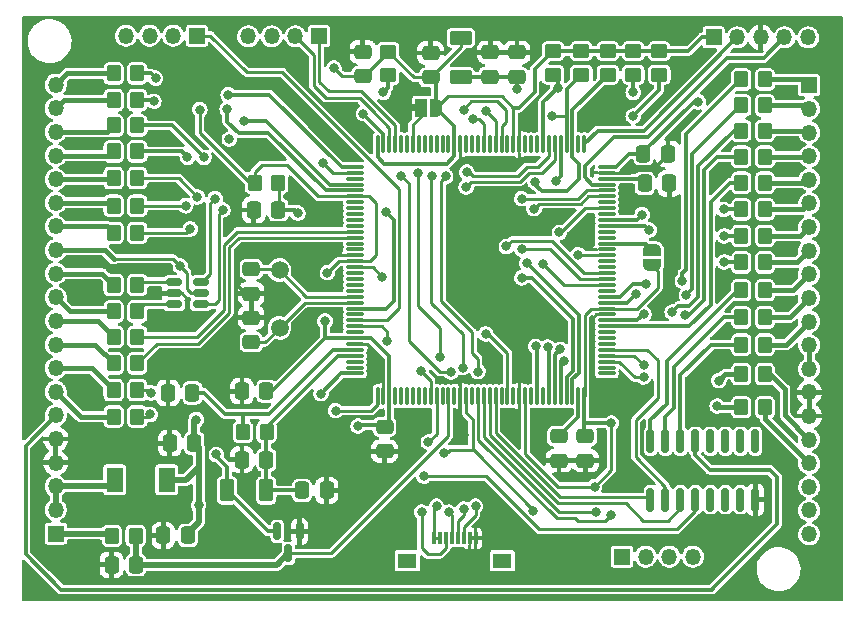
<source format=gbr>
%TF.GenerationSoftware,KiCad,Pcbnew,(6.0.2)*%
%TF.CreationDate,2022-10-19T15:06:19+05:30*%
%TF.ProjectId,flight_controller,666c6967-6874-45f6-936f-6e74726f6c6c,rev?*%
%TF.SameCoordinates,Original*%
%TF.FileFunction,Copper,L1,Top*%
%TF.FilePolarity,Positive*%
%FSLAX46Y46*%
G04 Gerber Fmt 4.6, Leading zero omitted, Abs format (unit mm)*
G04 Created by KiCad (PCBNEW (6.0.2)) date 2022-10-19 15:06:19*
%MOMM*%
%LPD*%
G01*
G04 APERTURE LIST*
G04 Aperture macros list*
%AMRoundRect*
0 Rectangle with rounded corners*
0 $1 Rounding radius*
0 $2 $3 $4 $5 $6 $7 $8 $9 X,Y pos of 4 corners*
0 Add a 4 corners polygon primitive as box body*
4,1,4,$2,$3,$4,$5,$6,$7,$8,$9,$2,$3,0*
0 Add four circle primitives for the rounded corners*
1,1,$1+$1,$2,$3*
1,1,$1+$1,$4,$5*
1,1,$1+$1,$6,$7*
1,1,$1+$1,$8,$9*
0 Add four rect primitives between the rounded corners*
20,1,$1+$1,$2,$3,$4,$5,0*
20,1,$1+$1,$4,$5,$6,$7,0*
20,1,$1+$1,$6,$7,$8,$9,0*
20,1,$1+$1,$8,$9,$2,$3,0*%
%AMFreePoly0*
4,1,22,0.500000,-0.750000,0.000000,-0.750000,0.000000,-0.745033,-0.079941,-0.743568,-0.215256,-0.701293,-0.333266,-0.622738,-0.424486,-0.514219,-0.481581,-0.384460,-0.499164,-0.250000,-0.500000,-0.250000,-0.500000,0.250000,-0.499164,0.250000,-0.499963,0.256109,-0.478152,0.396186,-0.417904,0.524511,-0.324060,0.630769,-0.204165,0.706417,-0.067858,0.745374,0.000000,0.744959,0.000000,0.750000,
0.500000,0.750000,0.500000,-0.750000,0.500000,-0.750000,$1*%
%AMFreePoly1*
4,1,20,0.000000,0.744959,0.073905,0.744508,0.209726,0.703889,0.328688,0.626782,0.421226,0.519385,0.479903,0.390333,0.500000,0.250000,0.500000,-0.250000,0.499851,-0.262216,0.476331,-0.402017,0.414519,-0.529596,0.319384,-0.634700,0.198574,-0.708877,0.061801,-0.746166,0.000000,-0.745033,0.000000,-0.750000,-0.500000,-0.750000,-0.500000,0.750000,0.000000,0.750000,0.000000,0.744959,
0.000000,0.744959,$1*%
%AMFreePoly2*
4,1,22,0.550000,-0.750000,0.000000,-0.750000,0.000000,-0.745033,-0.079941,-0.743568,-0.215256,-0.701293,-0.333266,-0.622738,-0.424486,-0.514219,-0.481581,-0.384460,-0.499164,-0.250000,-0.500000,-0.250000,-0.500000,0.250000,-0.499164,0.250000,-0.499963,0.256109,-0.478152,0.396186,-0.417904,0.524511,-0.324060,0.630769,-0.204165,0.706417,-0.067858,0.745374,0.000000,0.744959,0.000000,0.750000,
0.550000,0.750000,0.550000,-0.750000,0.550000,-0.750000,$1*%
%AMFreePoly3*
4,1,20,0.000000,0.744959,0.073905,0.744508,0.209726,0.703889,0.328688,0.626782,0.421226,0.519385,0.479903,0.390333,0.500000,0.250000,0.500000,-0.250000,0.499851,-0.262216,0.476331,-0.402017,0.414519,-0.529596,0.319384,-0.634700,0.198574,-0.708877,0.061801,-0.746166,0.000000,-0.745033,0.000000,-0.750000,-0.550000,-0.750000,-0.550000,0.750000,0.000000,0.750000,0.000000,0.744959,
0.000000,0.744959,$1*%
G04 Aperture macros list end*
%TA.AperFunction,SMDPad,CuDef*%
%ADD10RoundRect,0.250000X-0.350000X-0.450000X0.350000X-0.450000X0.350000X0.450000X-0.350000X0.450000X0*%
%TD*%
%TA.AperFunction,SMDPad,CuDef*%
%ADD11RoundRect,0.250000X0.350000X0.450000X-0.350000X0.450000X-0.350000X-0.450000X0.350000X-0.450000X0*%
%TD*%
%TA.AperFunction,SMDPad,CuDef*%
%ADD12RoundRect,0.250000X0.337500X0.475000X-0.337500X0.475000X-0.337500X-0.475000X0.337500X-0.475000X0*%
%TD*%
%TA.AperFunction,SMDPad,CuDef*%
%ADD13RoundRect,0.250000X0.450000X-0.350000X0.450000X0.350000X-0.450000X0.350000X-0.450000X-0.350000X0*%
%TD*%
%TA.AperFunction,SMDPad,CuDef*%
%ADD14RoundRect,0.075000X-0.662500X-0.075000X0.662500X-0.075000X0.662500X0.075000X-0.662500X0.075000X0*%
%TD*%
%TA.AperFunction,SMDPad,CuDef*%
%ADD15RoundRect,0.075000X-0.075000X-0.662500X0.075000X-0.662500X0.075000X0.662500X-0.075000X0.662500X0*%
%TD*%
%TA.AperFunction,SMDPad,CuDef*%
%ADD16RoundRect,0.250000X0.475000X-0.337500X0.475000X0.337500X-0.475000X0.337500X-0.475000X-0.337500X0*%
%TD*%
%TA.AperFunction,SMDPad,CuDef*%
%ADD17FreePoly0,90.000000*%
%TD*%
%TA.AperFunction,SMDPad,CuDef*%
%ADD18FreePoly1,90.000000*%
%TD*%
%TA.AperFunction,SMDPad,CuDef*%
%ADD19RoundRect,0.150000X-0.150000X0.587500X-0.150000X-0.587500X0.150000X-0.587500X0.150000X0.587500X0*%
%TD*%
%TA.AperFunction,ComponentPad*%
%ADD20R,1.350000X1.350000*%
%TD*%
%TA.AperFunction,ComponentPad*%
%ADD21O,1.350000X1.350000*%
%TD*%
%TA.AperFunction,SMDPad,CuDef*%
%ADD22RoundRect,0.250000X-0.475000X0.337500X-0.475000X-0.337500X0.475000X-0.337500X0.475000X0.337500X0*%
%TD*%
%TA.AperFunction,SMDPad,CuDef*%
%ADD23R,0.300000X1.000000*%
%TD*%
%TA.AperFunction,SMDPad,CuDef*%
%ADD24R,1.650000X1.300000*%
%TD*%
%TA.AperFunction,SMDPad,CuDef*%
%ADD25RoundRect,0.250000X-0.337500X-0.475000X0.337500X-0.475000X0.337500X0.475000X-0.337500X0.475000X0*%
%TD*%
%TA.AperFunction,SMDPad,CuDef*%
%ADD26FreePoly2,0.000000*%
%TD*%
%TA.AperFunction,SMDPad,CuDef*%
%ADD27R,1.000000X1.500000*%
%TD*%
%TA.AperFunction,SMDPad,CuDef*%
%ADD28FreePoly3,0.000000*%
%TD*%
%TA.AperFunction,SMDPad,CuDef*%
%ADD29RoundRect,0.150000X0.150000X-0.825000X0.150000X0.825000X-0.150000X0.825000X-0.150000X-0.825000X0*%
%TD*%
%TA.AperFunction,SMDPad,CuDef*%
%ADD30RoundRect,0.250000X0.362500X0.700000X-0.362500X0.700000X-0.362500X-0.700000X0.362500X-0.700000X0*%
%TD*%
%TA.AperFunction,SMDPad,CuDef*%
%ADD31RoundRect,0.150000X-0.512500X-0.150000X0.512500X-0.150000X0.512500X0.150000X-0.512500X0.150000X0*%
%TD*%
%TA.AperFunction,SMDPad,CuDef*%
%ADD32R,1.400000X2.100000*%
%TD*%
%TA.AperFunction,SMDPad,CuDef*%
%ADD33RoundRect,0.250000X-0.450000X0.350000X-0.450000X-0.350000X0.450000X-0.350000X0.450000X0.350000X0*%
%TD*%
%TA.AperFunction,SMDPad,CuDef*%
%ADD34RoundRect,0.250000X-0.700000X0.362500X-0.700000X-0.362500X0.700000X-0.362500X0.700000X0.362500X0*%
%TD*%
%TA.AperFunction,ComponentPad*%
%ADD35C,1.500000*%
%TD*%
%TA.AperFunction,ViaPad*%
%ADD36C,0.800000*%
%TD*%
%TA.AperFunction,Conductor*%
%ADD37C,0.300000*%
%TD*%
%TA.AperFunction,Conductor*%
%ADD38C,0.500000*%
%TD*%
%TA.AperFunction,Conductor*%
%ADD39C,0.400000*%
%TD*%
%TA.AperFunction,Conductor*%
%ADD40C,0.254000*%
%TD*%
%TA.AperFunction,Conductor*%
%ADD41C,0.250000*%
%TD*%
G04 APERTURE END LIST*
%TO.C,JP1*%
G36*
X83600000Y-108300000D02*
G01*
X83100000Y-108300000D01*
X83100000Y-107700000D01*
X83600000Y-107700000D01*
X83600000Y-108300000D01*
G37*
%TD*%
D10*
%TO.P,R25,1*%
%TO.N,/SCL*%
X111150000Y-130550000D03*
%TO.P,R25,2*%
%TO.N,Net-(J7-Pad16)*%
X113150000Y-130550000D03*
%TD*%
%TO.P,R26,1*%
%TO.N,/SDA*%
X111150000Y-133350000D03*
%TO.P,R26,2*%
%TO.N,Net-(J7-Pad17)*%
X113150000Y-133350000D03*
%TD*%
D11*
%TO.P,R34,1*%
%TO.N,/IO/USB_DP_IN*%
X60000000Y-123000000D03*
%TO.P,R34,2*%
%TO.N,Net-(J8-Pad12)*%
X58000000Y-123000000D03*
%TD*%
D12*
%TO.P,C3,1*%
%TO.N,Net-(C3-Pad1)*%
X64675000Y-132150000D03*
%TO.P,C3,2*%
%TO.N,GND*%
X62600000Y-132150000D03*
%TD*%
D10*
%TO.P,R24,1*%
%TO.N,/IO/B_LEDn*%
X111150000Y-128050000D03*
%TO.P,R24,2*%
%TO.N,Net-(J7-Pad11)*%
X113150000Y-128050000D03*
%TD*%
D13*
%TO.P,R7,1*%
%TO.N,/MCU/SDMMC1_D3*%
X97600000Y-105200000D03*
%TO.P,R7,2*%
%TO.N,+3V3*%
X97600000Y-103200000D03*
%TD*%
D14*
%TO.P,U1,1,PE2*%
%TO.N,/BAR_SCK*%
X78437500Y-113000000D03*
%TO.P,U1,2,PE3*%
%TO.N,/BAR_CSB*%
X78437500Y-113500000D03*
%TO.P,U1,3,PE4*%
%TO.N,unconnected-(U1-Pad3)*%
X78437500Y-114000000D03*
%TO.P,U1,4,PE5*%
%TO.N,/BAR_SDO*%
X78437500Y-114500000D03*
%TO.P,U1,5,PE6*%
%TO.N,/BAR_SDI*%
X78437500Y-115000000D03*
%TO.P,U1,6,VBAT*%
%TO.N,+3V3*%
X78437500Y-115500000D03*
%TO.P,U1,7,PC13*%
%TO.N,unconnected-(U1-Pad7)*%
X78437500Y-116000000D03*
%TO.P,U1,8,PC14*%
%TO.N,unconnected-(U1-Pad8)*%
X78437500Y-116500000D03*
%TO.P,U1,9,PC15*%
%TO.N,unconnected-(U1-Pad9)*%
X78437500Y-117000000D03*
%TO.P,U1,10,PF0*%
%TO.N,/MCU/I2C2_SDA*%
X78437500Y-117500000D03*
%TO.P,U1,11,PF1*%
%TO.N,/MCU/I2C2_SCL*%
X78437500Y-118000000D03*
%TO.P,U1,12,PF2*%
%TO.N,/SWITCH2*%
X78437500Y-118500000D03*
%TO.P,U1,13,PF3*%
%TO.N,/SWITCH1*%
X78437500Y-119000000D03*
%TO.P,U1,14,PF4*%
%TO.N,unconnected-(U1-Pad14)*%
X78437500Y-119500000D03*
%TO.P,U1,15,PF5*%
%TO.N,unconnected-(U1-Pad15)*%
X78437500Y-120000000D03*
%TO.P,U1,16,VSS*%
%TO.N,GND*%
X78437500Y-120500000D03*
%TO.P,U1,17,VDD*%
%TO.N,+3V3*%
X78437500Y-121000000D03*
%TO.P,U1,18,PF6*%
%TO.N,/MCU/UART7_RX*%
X78437500Y-121500000D03*
%TO.P,U1,19,PF7*%
%TO.N,/MCU/SPI5_SCK*%
X78437500Y-122000000D03*
%TO.P,U1,20,PF8*%
%TO.N,/MCU/SPI5_MISO*%
X78437500Y-122500000D03*
%TO.P,U1,21,PF9*%
%TO.N,/MCU/SPI5_MOSI*%
X78437500Y-123000000D03*
%TO.P,U1,22,PF10*%
%TO.N,unconnected-(U1-Pad22)*%
X78437500Y-123500000D03*
%TO.P,U1,23,PH0*%
%TO.N,Net-(C1-Pad1)*%
X78437500Y-124000000D03*
%TO.P,U1,24,PH1*%
%TO.N,Net-(C4-Pad1)*%
X78437500Y-124500000D03*
%TO.P,U1,25,NRST*%
%TO.N,/MCU/NRST*%
X78437500Y-125000000D03*
%TO.P,U1,26,PC0*%
%TO.N,unconnected-(U1-Pad26)*%
X78437500Y-125500000D03*
%TO.P,U1,27,PC1*%
%TO.N,/MCU/SPI2_MOSI*%
X78437500Y-126000000D03*
%TO.P,U1,28,PC2_C*%
%TO.N,/MCU/SPI2_MISO*%
X78437500Y-126500000D03*
%TO.P,U1,29,PC3_C*%
%TO.N,unconnected-(U1-Pad29)*%
X78437500Y-127000000D03*
%TO.P,U1,30,VDD*%
%TO.N,+3V3*%
X78437500Y-127500000D03*
%TO.P,U1,31,VSSA*%
%TO.N,GND*%
X78437500Y-128000000D03*
%TO.P,U1,32,VREF+*%
%TO.N,Net-(C3-Pad1)*%
X78437500Y-128500000D03*
%TO.P,U1,33,VDDA*%
%TO.N,/MCU/VDDA*%
X78437500Y-129000000D03*
%TO.P,U1,34,PA0*%
%TO.N,/MCU/UART4_TX*%
X78437500Y-129500000D03*
%TO.P,U1,35,PA1*%
%TO.N,/MCU/UART4_RX*%
X78437500Y-130000000D03*
%TO.P,U1,36,PA2*%
%TO.N,/GPS_TX*%
X78437500Y-130500000D03*
D15*
%TO.P,U1,37,PA3*%
%TO.N,/GPS_RX*%
X80350000Y-132412500D03*
%TO.P,U1,38,VSS*%
%TO.N,GND*%
X80850000Y-132412500D03*
%TO.P,U1,39,VDD*%
%TO.N,+3V3*%
X81350000Y-132412500D03*
%TO.P,U1,40,PA4*%
%TO.N,unconnected-(U1-Pad40)*%
X81850000Y-132412500D03*
%TO.P,U1,41,PA5*%
%TO.N,/MCU/SPI6_SCK*%
X82350000Y-132412500D03*
%TO.P,U1,42,PA6*%
%TO.N,/MCU/ADC1_INP3*%
X82850000Y-132412500D03*
%TO.P,U1,43,PA7*%
%TO.N,/MCU/SPI6_MOSI*%
X83350000Y-132412500D03*
%TO.P,U1,44,PC4*%
%TO.N,/MCU/ADC1_INP4*%
X83850000Y-132412500D03*
%TO.P,U1,45,PC5*%
%TO.N,unconnected-(U1-Pad45)*%
X84350000Y-132412500D03*
%TO.P,U1,46,PB0*%
%TO.N,/MCU/GPIO_PB0*%
X84850000Y-132412500D03*
%TO.P,U1,47,PB1*%
%TO.N,/BUZZER*%
X85350000Y-132412500D03*
%TO.P,U1,48,PB2*%
%TO.N,/MCU/GPIO_PB2*%
X85850000Y-132412500D03*
%TO.P,U1,49,PF11*%
%TO.N,/VBAT*%
X86350000Y-132412500D03*
%TO.P,U1,50,PF12*%
%TO.N,unconnected-(U1-Pad50)*%
X86850000Y-132412500D03*
%TO.P,U1,51,VSS*%
%TO.N,GND*%
X87350000Y-132412500D03*
%TO.P,U1,52,VDD*%
%TO.N,+3V3*%
X87850000Y-132412500D03*
%TO.P,U1,53,PF13*%
%TO.N,unconnected-(U1-Pad53)*%
X88350000Y-132412500D03*
%TO.P,U1,54,PF14*%
%TO.N,/SDA*%
X88850000Y-132412500D03*
%TO.P,U1,55,PF15*%
%TO.N,/SCL*%
X89350000Y-132412500D03*
%TO.P,U1,56,PG0*%
%TO.N,/B_LED*%
X89850000Y-132412500D03*
%TO.P,U1,57,PG1*%
%TO.N,/R_LED*%
X90350000Y-132412500D03*
%TO.P,U1,58,PE7*%
%TO.N,unconnected-(U1-Pad58)*%
X90850000Y-132412500D03*
%TO.P,U1,59,PE8*%
%TO.N,/MCU/UART7_TX*%
X91350000Y-132412500D03*
%TO.P,U1,60,PE9*%
%TO.N,/MCU/TIM1_CH1*%
X91850000Y-132412500D03*
%TO.P,U1,61,VSS*%
%TO.N,GND*%
X92350000Y-132412500D03*
%TO.P,U1,62,VDD*%
%TO.N,+3V3*%
X92850000Y-132412500D03*
%TO.P,U1,63,PE10*%
%TO.N,unconnected-(U1-Pad63)*%
X93350000Y-132412500D03*
%TO.P,U1,64,PE11*%
%TO.N,/ESC1*%
X93850000Y-132412500D03*
%TO.P,U1,65,PE12*%
%TO.N,unconnected-(U1-Pad65)*%
X94350000Y-132412500D03*
%TO.P,U1,66,PE13*%
%TO.N,/ESC2*%
X94850000Y-132412500D03*
%TO.P,U1,67,PE14*%
%TO.N,/ESC3*%
X95350000Y-132412500D03*
%TO.P,U1,68,PE15*%
%TO.N,/ESC4*%
X95850000Y-132412500D03*
%TO.P,U1,69,PB10*%
%TO.N,/MAVLINK_RX*%
X96350000Y-132412500D03*
%TO.P,U1,70,PB11*%
%TO.N,/MAVLINK_TX*%
X96850000Y-132412500D03*
%TO.P,U1,71,VCAP1*%
%TO.N,Net-(C7-Pad1)*%
X97350000Y-132412500D03*
%TO.P,U1,72,VDD*%
%TO.N,+3V3*%
X97850000Y-132412500D03*
D14*
%TO.P,U1,73,PB12*%
%TO.N,/CAN2_RX*%
X99762500Y-130500000D03*
%TO.P,U1,74,PB13*%
%TO.N,/CAN2_TX*%
X99762500Y-130000000D03*
%TO.P,U1,75,PB14*%
%TO.N,/ECO*%
X99762500Y-129500000D03*
%TO.P,U1,76,PB15*%
%TO.N,/TRIGGER*%
X99762500Y-129000000D03*
%TO.P,U1,77,PD8*%
%TO.N,/G_LED*%
X99762500Y-128500000D03*
%TO.P,U1,78,PD9*%
%TO.N,unconnected-(U1-Pad78)*%
X99762500Y-128000000D03*
%TO.P,U1,79,PD10*%
%TO.N,unconnected-(U1-Pad79)*%
X99762500Y-127500000D03*
%TO.P,U1,80,PD11*%
%TO.N,unconnected-(U1-Pad80)*%
X99762500Y-127000000D03*
%TO.P,U1,81,PD12*%
%TO.N,/ESC5*%
X99762500Y-126500000D03*
%TO.P,U1,82,PD13*%
%TO.N,/ESC6*%
X99762500Y-126000000D03*
%TO.P,U1,83,VSS*%
%TO.N,GND*%
X99762500Y-125500000D03*
%TO.P,U1,84,VDD*%
%TO.N,+3V3*%
X99762500Y-125000000D03*
%TO.P,U1,85,PD14*%
%TO.N,/ESC7*%
X99762500Y-124500000D03*
%TO.P,U1,86,PD15*%
%TO.N,/ESC8*%
X99762500Y-124000000D03*
%TO.P,U1,87,PG2*%
%TO.N,/SPARE_IO2*%
X99762500Y-123500000D03*
%TO.P,U1,88,PG3*%
%TO.N,/SPARE_IO1*%
X99762500Y-123000000D03*
%TO.P,U1,89,PG4*%
%TO.N,/FLOW_METER1*%
X99762500Y-122500000D03*
%TO.P,U1,90,PG5*%
%TO.N,/WATER_PUMP1*%
X99762500Y-122000000D03*
%TO.P,U1,91,PG6*%
%TO.N,/MCU/GPIO_PG6*%
X99762500Y-121500000D03*
%TO.P,U1,92,PG7*%
%TO.N,/MCU/GPIO_PG7*%
X99762500Y-121000000D03*
%TO.P,U1,93,PG8*%
%TO.N,/IMU_CS*%
X99762500Y-120500000D03*
%TO.P,U1,94,VSS*%
%TO.N,GND*%
X99762500Y-120000000D03*
%TO.P,U1,95,VDD33_USB*%
%TO.N,Net-(JP2-Pad2)*%
X99762500Y-119500000D03*
%TO.P,U1,96,PC6*%
%TO.N,/MCU/UART6_TX*%
X99762500Y-119000000D03*
%TO.P,U1,97,PC7*%
%TO.N,/MCU/UART6_RX*%
X99762500Y-118500000D03*
%TO.P,U1,98,PC8*%
%TO.N,/MCU/SDMMC1_D0*%
X99762500Y-118000000D03*
%TO.P,U1,99,PC9*%
%TO.N,/MCU/SDMMC1_D1*%
X99762500Y-117500000D03*
%TO.P,U1,100,PA8*%
%TO.N,unconnected-(U1-Pad100)*%
X99762500Y-117000000D03*
%TO.P,U1,101,PA9*%
%TO.N,/MCU/SPI2_SCK*%
X99762500Y-116500000D03*
%TO.P,U1,102,PA10*%
%TO.N,unconnected-(U1-Pad102)*%
X99762500Y-116000000D03*
%TO.P,U1,103,PA11*%
%TO.N,/USB_DM*%
X99762500Y-115500000D03*
%TO.P,U1,104,PA12*%
%TO.N,/USB_DP*%
X99762500Y-115000000D03*
%TO.P,U1,105,PA13*%
%TO.N,/MCU/SWD_SWDIO*%
X99762500Y-114500000D03*
%TO.P,U1,106,VCAP2*%
%TO.N,Net-(C8-Pad1)*%
X99762500Y-114000000D03*
%TO.P,U1,107,VSS*%
%TO.N,GND*%
X99762500Y-113500000D03*
%TO.P,U1,108,VDD*%
%TO.N,+3V3*%
X99762500Y-113000000D03*
D15*
%TO.P,U1,109,PA14*%
%TO.N,/MCU/SWD_SWCLK*%
X97850000Y-111087500D03*
%TO.P,U1,110,PA15*%
%TO.N,unconnected-(U1-Pad110)*%
X97350000Y-111087500D03*
%TO.P,U1,111,PC10*%
%TO.N,/MCU/SDMMC1_D2*%
X96850000Y-111087500D03*
%TO.P,U1,112,PC11*%
%TO.N,/MCU/SDMMC1_D3*%
X96350000Y-111087500D03*
%TO.P,U1,113,PC12*%
%TO.N,/MCU/SDMMC1_CLK*%
X95850000Y-111087500D03*
%TO.P,U1,114,PD0*%
%TO.N,/CAN1_RX*%
X95350000Y-111087500D03*
%TO.P,U1,115,PD1*%
%TO.N,/CAN1_TX*%
X94850000Y-111087500D03*
%TO.P,U1,116,PD2*%
%TO.N,/MCU/SDMMC1_CMD*%
X94350000Y-111087500D03*
%TO.P,U1,117,PD3*%
%TO.N,unconnected-(U1-Pad117)*%
X93850000Y-111087500D03*
%TO.P,U1,118,PD4*%
%TO.N,unconnected-(U1-Pad118)*%
X93350000Y-111087500D03*
%TO.P,U1,119,PD5*%
%TO.N,unconnected-(U1-Pad119)*%
X92850000Y-111087500D03*
%TO.P,U1,120,VSS*%
%TO.N,GND*%
X92350000Y-111087500D03*
%TO.P,U1,121,VDD*%
%TO.N,+3V3*%
X91850000Y-111087500D03*
%TO.P,U1,122,PD6*%
%TO.N,unconnected-(U1-Pad122)*%
X91350000Y-111087500D03*
%TO.P,U1,123,PD7*%
%TO.N,/IMU_SDI*%
X90850000Y-111087500D03*
%TO.P,U1,124,PG9*%
%TO.N,/IMU_SDO*%
X90350000Y-111087500D03*
%TO.P,U1,125,PG10*%
%TO.N,unconnected-(U1-Pad125)*%
X89850000Y-111087500D03*
%TO.P,U1,126,PG11*%
%TO.N,/IMU_SCL*%
X89350000Y-111087500D03*
%TO.P,U1,127,PG12*%
%TO.N,/MCU/SPI6_MISO*%
X88850000Y-111087500D03*
%TO.P,U1,128,PG13*%
%TO.N,unconnected-(U1-Pad128)*%
X88350000Y-111087500D03*
%TO.P,U1,129,PG14*%
%TO.N,unconnected-(U1-Pad129)*%
X87850000Y-111087500D03*
%TO.P,U1,130,VSS*%
%TO.N,GND*%
X87350000Y-111087500D03*
%TO.P,U1,131,VDD*%
%TO.N,+3V3*%
X86850000Y-111087500D03*
%TO.P,U1,132,PG15*%
%TO.N,unconnected-(U1-Pad132)*%
X86350000Y-111087500D03*
%TO.P,U1,133,PB3*%
%TO.N,/MCU/GPIO_PB3*%
X85850000Y-111087500D03*
%TO.P,U1,134,PB4*%
%TO.N,/MCU/GPIO_PB4*%
X85350000Y-111087500D03*
%TO.P,U1,135,PB5*%
%TO.N,/MCU/GPIO_PB5*%
X84850000Y-111087500D03*
%TO.P,U1,136,PB6*%
%TO.N,/MCU/I2C1_SCL*%
X84350000Y-111087500D03*
%TO.P,U1,137,PB7*%
%TO.N,/MCU/I2C1_SDA*%
X83850000Y-111087500D03*
%TO.P,U1,138,BOOT0*%
%TO.N,Net-(JP1-Pad2)*%
X83350000Y-111087500D03*
%TO.P,U1,139,PB8*%
%TO.N,unconnected-(U1-Pad139)*%
X82850000Y-111087500D03*
%TO.P,U1,140,PB9*%
%TO.N,unconnected-(U1-Pad140)*%
X82350000Y-111087500D03*
%TO.P,U1,141,PE0*%
%TO.N,/MCU/UART8_RX*%
X81850000Y-111087500D03*
%TO.P,U1,142,PE1*%
%TO.N,/MCU/UART8_TX*%
X81350000Y-111087500D03*
%TO.P,U1,143,PDR_ON*%
%TO.N,Net-(R3-Pad2)*%
X80850000Y-111087500D03*
%TO.P,U1,144,VDD*%
%TO.N,+3V3*%
X80350000Y-111087500D03*
%TD*%
D16*
%TO.P,C4,1*%
%TO.N,Net-(C4-Pad1)*%
X69650000Y-127837500D03*
%TO.P,C4,2*%
%TO.N,GND*%
X69650000Y-125762500D03*
%TD*%
D17*
%TO.P,JP2,1,A*%
%TO.N,+3V3*%
X103600000Y-121350000D03*
D18*
%TO.P,JP2,2,B*%
%TO.N,Net-(JP2-Pad2)*%
X103600000Y-120050000D03*
%TD*%
D11*
%TO.P,R38,1*%
%TO.N,/CAN1_RX*%
X60000000Y-111700000D03*
%TO.P,R38,2*%
%TO.N,Net-(J8-Pad17)*%
X58000000Y-111700000D03*
%TD*%
D13*
%TO.P,R8,1*%
%TO.N,/MCU/SDMMC1_CMD*%
X95200000Y-105200000D03*
%TO.P,R8,2*%
%TO.N,+3V3*%
X95200000Y-103200000D03*
%TD*%
D19*
%TO.P,D2,1*%
%TO.N,GND*%
X73750000Y-143862500D03*
%TO.P,D2,2*%
%TO.N,+3V3*%
X71850000Y-143862500D03*
%TO.P,D2,3*%
%TO.N,/VBAT*%
X72800000Y-145737500D03*
%TD*%
D11*
%TO.P,R35,1*%
%TO.N,/WATER_PUMP1*%
X60000000Y-118600000D03*
%TO.P,R35,2*%
%TO.N,Net-(J8-Pad14)*%
X58000000Y-118600000D03*
%TD*%
D20*
%TO.P,J7,1,Pin_1*%
%TO.N,Net-(J7-Pad1)*%
X116900000Y-106100000D03*
D21*
%TO.P,J7,2,Pin_2*%
%TO.N,Net-(J7-Pad2)*%
X116900000Y-108100000D03*
%TO.P,J7,3,Pin_3*%
%TO.N,Net-(J7-Pad3)*%
X116900000Y-110100000D03*
%TO.P,J7,4,Pin_4*%
%TO.N,Net-(J7-Pad4)*%
X116900000Y-112100000D03*
%TO.P,J7,5,Pin_5*%
%TO.N,Net-(J7-Pad5)*%
X116900000Y-114100000D03*
%TO.P,J7,6,Pin_6*%
%TO.N,Net-(J7-Pad6)*%
X116900000Y-116100000D03*
%TO.P,J7,7,Pin_7*%
%TO.N,Net-(J7-Pad7)*%
X116900000Y-118100000D03*
%TO.P,J7,8,Pin_8*%
%TO.N,Net-(J7-Pad8)*%
X116900000Y-120100000D03*
%TO.P,J7,9,Pin_9*%
%TO.N,Net-(J7-Pad9)*%
X116900000Y-122100000D03*
%TO.P,J7,10,Pin_10*%
%TO.N,Net-(J7-Pad10)*%
X116900000Y-124100000D03*
%TO.P,J7,11,Pin_11*%
%TO.N,Net-(J7-Pad11)*%
X116900000Y-126100000D03*
%TO.P,J7,12,Pin_12*%
%TO.N,/IO/5V_IN*%
X116900000Y-128100000D03*
%TO.P,J7,13,Pin_13*%
X116900000Y-130100000D03*
%TO.P,J7,14,Pin_14*%
%TO.N,GND*%
X116900000Y-132100000D03*
%TO.P,J7,15,Pin_15*%
X116900000Y-134100000D03*
%TO.P,J7,16,Pin_16*%
%TO.N,Net-(J7-Pad16)*%
X116900000Y-136100000D03*
%TO.P,J7,17,Pin_17*%
%TO.N,Net-(J7-Pad17)*%
X116900000Y-138100000D03*
%TO.P,J7,18,Pin_18*%
%TO.N,Net-(J7-Pad18)*%
X116900000Y-140100000D03*
%TO.P,J7,19,Pin_19*%
%TO.N,Net-(J7-Pad19)*%
X116900000Y-142100000D03*
%TO.P,J7,20,Pin_20*%
%TO.N,unconnected-(J7-Pad20)*%
X116900000Y-144100000D03*
%TD*%
D13*
%TO.P,R5,1*%
%TO.N,/MCU/SDMMC1_D1*%
X104200000Y-105200000D03*
%TO.P,R5,2*%
%TO.N,+3V3*%
X104200000Y-103200000D03*
%TD*%
D22*
%TO.P,C9,1*%
%TO.N,+3V3*%
X80950000Y-135012500D03*
%TO.P,C9,2*%
%TO.N,GND*%
X80950000Y-137087500D03*
%TD*%
D23*
%TO.P,J6,1,Pin_1*%
%TO.N,+1V8*%
X85150000Y-144450000D03*
%TO.P,J6,2,Pin_2*%
X85650000Y-144450000D03*
%TO.P,J6,3,Pin_3*%
%TO.N,Net-(J6-Pad3)*%
X86150000Y-144450000D03*
%TO.P,J6,4,Pin_4*%
%TO.N,Net-(J6-Pad4)*%
X86650000Y-144450000D03*
%TO.P,J6,5,Pin_5*%
%TO.N,Net-(J6-Pad5)*%
X87150000Y-144450000D03*
%TO.P,J6,6,Pin_6*%
%TO.N,Net-(J6-Pad6)*%
X87650000Y-144450000D03*
%TO.P,J6,7,Pin_7*%
%TO.N,GND*%
X88150000Y-144450000D03*
%TO.P,J6,8,Pin_8*%
X88650000Y-144450000D03*
D24*
%TO.P,J6,MP1*%
%TO.N,N/C*%
X82875000Y-146350000D03*
%TO.P,J6,MP2*%
X90925000Y-146350000D03*
%TD*%
D25*
%TO.P,C8,1*%
%TO.N,Net-(C8-Pad1)*%
X102962500Y-114400000D03*
%TO.P,C8,2*%
%TO.N,GND*%
X105037500Y-114400000D03*
%TD*%
D20*
%TO.P,J8,1,Pin_1*%
%TO.N,/IO/BAT*%
X53100000Y-144050000D03*
D21*
%TO.P,J8,2,Pin_2*%
%TO.N,/IO/5V_IN*%
X53100000Y-142050000D03*
%TO.P,J8,3,Pin_3*%
X53100000Y-140050000D03*
%TO.P,J8,4,Pin_4*%
%TO.N,GND*%
X53100000Y-138050000D03*
%TO.P,J8,5,Pin_5*%
X53100000Y-136050000D03*
%TO.P,J8,6,Pin_6*%
%TO.N,/IO/BUZZERn*%
X53100000Y-134050000D03*
%TO.P,J8,7,Pin_7*%
%TO.N,Net-(J8-Pad7)*%
X53100000Y-132050000D03*
%TO.P,J8,8,Pin_8*%
%TO.N,Net-(J8-Pad8)*%
X53100000Y-130050000D03*
%TO.P,J8,9,Pin_9*%
%TO.N,Net-(J8-Pad9)*%
X53100000Y-128050000D03*
%TO.P,J8,10,Pin_10*%
%TO.N,Net-(J8-Pad10)*%
X53100000Y-126050000D03*
%TO.P,J8,11,Pin_11*%
%TO.N,Net-(J8-Pad11)*%
X53100000Y-124050000D03*
%TO.P,J8,12,Pin_12*%
%TO.N,Net-(J8-Pad12)*%
X53100000Y-122050000D03*
%TO.P,J8,13,Pin_13*%
%TO.N,/IO/USB_VCC*%
X53100000Y-120050000D03*
%TO.P,J8,14,Pin_14*%
%TO.N,Net-(J8-Pad14)*%
X53100000Y-118050000D03*
%TO.P,J8,15,Pin_15*%
%TO.N,Net-(J8-Pad15)*%
X53100000Y-116050000D03*
%TO.P,J8,16,Pin_16*%
%TO.N,Net-(J8-Pad16)*%
X53100000Y-114050000D03*
%TO.P,J8,17,Pin_17*%
%TO.N,Net-(J8-Pad17)*%
X53100000Y-112050000D03*
%TO.P,J8,18,Pin_18*%
%TO.N,Net-(J8-Pad18)*%
X53100000Y-110050000D03*
%TO.P,J8,19,Pin_19*%
%TO.N,Net-(J8-Pad19)*%
X53100000Y-108050000D03*
%TO.P,J8,20,Pin_20*%
%TO.N,Net-(J8-Pad20)*%
X53100000Y-106050000D03*
%TD*%
D12*
%TO.P,C21,1*%
%TO.N,+5V*%
X64287500Y-144200000D03*
%TO.P,C21,2*%
%TO.N,GND*%
X62212500Y-144200000D03*
%TD*%
D10*
%TO.P,R21,1*%
%TO.N,/ESC8*%
X111150000Y-121100000D03*
%TO.P,R21,2*%
%TO.N,Net-(J7-Pad8)*%
X113150000Y-121100000D03*
%TD*%
D11*
%TO.P,R37,1*%
%TO.N,/SPARE_IO1*%
X60000000Y-113950000D03*
%TO.P,R37,2*%
%TO.N,Net-(J8-Pad16)*%
X58000000Y-113950000D03*
%TD*%
%TO.P,R39,1*%
%TO.N,/CAN1_TX*%
X60000000Y-109500000D03*
%TO.P,R39,2*%
%TO.N,Net-(J8-Pad18)*%
X58000000Y-109500000D03*
%TD*%
D12*
%TO.P,C23,1*%
%TO.N,+5V*%
X64837500Y-136400000D03*
%TO.P,C23,2*%
%TO.N,GND*%
X62762500Y-136400000D03*
%TD*%
D11*
%TO.P,R1,1*%
%TO.N,/MCU/VDDA*%
X70950000Y-135450000D03*
%TO.P,R1,2*%
%TO.N,Net-(C3-Pad1)*%
X68950000Y-135450000D03*
%TD*%
D12*
%TO.P,C24,1*%
%TO.N,/VBAT*%
X59900000Y-146700000D03*
%TO.P,C24,2*%
%TO.N,GND*%
X57825000Y-146700000D03*
%TD*%
D13*
%TO.P,R4,1*%
%TO.N,/MCU/SDMMC1_D0*%
X102000000Y-105200000D03*
%TO.P,R4,2*%
%TO.N,+3V3*%
X102000000Y-103200000D03*
%TD*%
D11*
%TO.P,R31,1*%
%TO.N,/SWITCH1*%
X60000000Y-129650000D03*
%TO.P,R31,2*%
%TO.N,Net-(J8-Pad9)*%
X58000000Y-129650000D03*
%TD*%
D10*
%TO.P,R19,1*%
%TO.N,/ESC6*%
X111150000Y-116600000D03*
%TO.P,R19,2*%
%TO.N,Net-(J7-Pad6)*%
X113150000Y-116600000D03*
%TD*%
%TO.P,R23,1*%
%TO.N,/IO/G_LEDn*%
X111150000Y-125750000D03*
%TO.P,R23,2*%
%TO.N,Net-(J7-Pad10)*%
X113150000Y-125750000D03*
%TD*%
D26*
%TO.P,JP1,1,A*%
%TO.N,GND*%
X82700000Y-108000000D03*
D27*
%TO.P,JP1,2,C*%
%TO.N,Net-(JP1-Pad2)*%
X84000000Y-108000000D03*
D28*
%TO.P,JP1,3,B*%
%TO.N,+3V3*%
X85300000Y-108000000D03*
%TD*%
D11*
%TO.P,R41,1*%
%TO.N,/MAVLINK_TX*%
X60000000Y-105100000D03*
%TO.P,R41,2*%
%TO.N,Net-(J8-Pad20)*%
X58000000Y-105100000D03*
%TD*%
D13*
%TO.P,R6,1*%
%TO.N,/MCU/SDMMC1_D2*%
X99850000Y-105200000D03*
%TO.P,R6,2*%
%TO.N,+3V3*%
X99850000Y-103200000D03*
%TD*%
D16*
%TO.P,C12,1*%
%TO.N,+3V3*%
X84850000Y-105437500D03*
%TO.P,C12,2*%
%TO.N,GND*%
X84850000Y-103362500D03*
%TD*%
D10*
%TO.P,R16,1*%
%TO.N,/ESC3*%
X111150000Y-109950000D03*
%TO.P,R16,2*%
%TO.N,Net-(J7-Pad3)*%
X113150000Y-109950000D03*
%TD*%
D11*
%TO.P,R40,1*%
%TO.N,/MAVLINK_RX*%
X60000000Y-107350000D03*
%TO.P,R40,2*%
%TO.N,Net-(J8-Pad19)*%
X58000000Y-107350000D03*
%TD*%
D29*
%TO.P,U8,1,I1*%
%TO.N,/R_LED*%
X103455000Y-141175000D03*
%TO.P,U8,2,I2*%
%TO.N,/G_LED*%
X104725000Y-141175000D03*
%TO.P,U8,3,I3*%
%TO.N,/B_LED*%
X105995000Y-141175000D03*
%TO.P,U8,4,I4*%
%TO.N,/BUZZER*%
X107265000Y-141175000D03*
%TO.P,U8,5,I5*%
%TO.N,unconnected-(U8-Pad5)*%
X108535000Y-141175000D03*
%TO.P,U8,6,I6*%
%TO.N,unconnected-(U8-Pad6)*%
X109805000Y-141175000D03*
%TO.P,U8,7,I7*%
%TO.N,unconnected-(U8-Pad7)*%
X111075000Y-141175000D03*
%TO.P,U8,8,GND*%
%TO.N,GND*%
X112345000Y-141175000D03*
%TO.P,U8,9,COM*%
%TO.N,unconnected-(U8-Pad9)*%
X112345000Y-136225000D03*
%TO.P,U8,10,O7*%
%TO.N,unconnected-(U8-Pad10)*%
X111075000Y-136225000D03*
%TO.P,U8,11,O6*%
%TO.N,unconnected-(U8-Pad11)*%
X109805000Y-136225000D03*
%TO.P,U8,12,O5*%
%TO.N,unconnected-(U8-Pad12)*%
X108535000Y-136225000D03*
%TO.P,U8,13,O4*%
%TO.N,/IO/BUZZERn*%
X107265000Y-136225000D03*
%TO.P,U8,14,O3*%
%TO.N,/IO/B_LEDn*%
X105995000Y-136225000D03*
%TO.P,U8,15,O2*%
%TO.N,/IO/G_LEDn*%
X104725000Y-136225000D03*
%TO.P,U8,16,O1*%
%TO.N,/IO/R_LEDn*%
X103455000Y-136225000D03*
%TD*%
D10*
%TO.P,R2,1*%
%TO.N,+3V3*%
X69950000Y-114350000D03*
%TO.P,R2,2*%
%TO.N,/MCU/NRST*%
X71950000Y-114350000D03*
%TD*%
D16*
%TO.P,C16,1*%
%TO.N,Net-(C15-Pad1)*%
X92150000Y-105387500D03*
%TO.P,C16,2*%
%TO.N,GND*%
X92150000Y-103312500D03*
%TD*%
D30*
%TO.P,FB1,1*%
%TO.N,/MCU/VDDA*%
X70925000Y-140400000D03*
%TO.P,FB1,2*%
%TO.N,+3V3*%
X67600000Y-140400000D03*
%TD*%
D11*
%TO.P,R29,1*%
%TO.N,/GPS_RX*%
X60000000Y-134150000D03*
%TO.P,R29,2*%
%TO.N,Net-(J8-Pad7)*%
X58000000Y-134150000D03*
%TD*%
D10*
%TO.P,R15,1*%
%TO.N,/ESC2*%
X111150000Y-107800000D03*
%TO.P,R15,2*%
%TO.N,Net-(J7-Pad2)*%
X113150000Y-107800000D03*
%TD*%
D25*
%TO.P,C11,1*%
%TO.N,+3V3*%
X102862500Y-111900000D03*
%TO.P,C11,2*%
%TO.N,GND*%
X104937500Y-111900000D03*
%TD*%
D12*
%TO.P,C6,1*%
%TO.N,/MCU/NRST*%
X71950000Y-116650000D03*
%TO.P,C6,2*%
%TO.N,GND*%
X69875000Y-116650000D03*
%TD*%
D22*
%TO.P,C1,1*%
%TO.N,Net-(C1-Pad1)*%
X69650000Y-121662500D03*
%TO.P,C1,2*%
%TO.N,GND*%
X69650000Y-123737500D03*
%TD*%
D12*
%TO.P,C5,1*%
%TO.N,+3V3*%
X70937500Y-132000000D03*
%TO.P,C5,2*%
%TO.N,GND*%
X68862500Y-132000000D03*
%TD*%
D10*
%TO.P,R9,1*%
%TO.N,/IO/BAT*%
X57862500Y-144250000D03*
%TO.P,R9,2*%
%TO.N,/VBAT*%
X59862500Y-144250000D03*
%TD*%
%TO.P,R17,1*%
%TO.N,/ESC4*%
X111150000Y-112150000D03*
%TO.P,R17,2*%
%TO.N,Net-(J7-Pad4)*%
X113150000Y-112150000D03*
%TD*%
D11*
%TO.P,R36,1*%
%TO.N,/FLOW_METER1*%
X60000000Y-116300000D03*
%TO.P,R36,2*%
%TO.N,Net-(J8-Pad15)*%
X58000000Y-116300000D03*
%TD*%
D31*
%TO.P,U9,1,I/O1*%
%TO.N,/IO/USB_DP_IN*%
X63112500Y-122750000D03*
%TO.P,U9,2,GND*%
%TO.N,GND*%
X63112500Y-123700000D03*
%TO.P,U9,3,I/O2*%
%TO.N,/IO/USB_DM_IN*%
X63112500Y-124650000D03*
%TO.P,U9,4,I/O2*%
%TO.N,/USB_DM*%
X65387500Y-124650000D03*
%TO.P,U9,5,VBUS*%
%TO.N,/IO/USB_VCC*%
X65387500Y-123700000D03*
%TO.P,U9,6,I/O1*%
%TO.N,/USB_DP*%
X65387500Y-122750000D03*
%TD*%
D10*
%TO.P,R14,1*%
%TO.N,/ESC1*%
X111150000Y-105600000D03*
%TO.P,R14,2*%
%TO.N,Net-(J7-Pad1)*%
X113150000Y-105600000D03*
%TD*%
%TO.P,R18,1*%
%TO.N,/ESC5*%
X111150000Y-114350000D03*
%TO.P,R18,2*%
%TO.N,Net-(J7-Pad5)*%
X113150000Y-114350000D03*
%TD*%
D32*
%TO.P,D1,1,K*%
%TO.N,+5V*%
X62500000Y-139500000D03*
%TO.P,D1,2,A*%
%TO.N,/IO/5V_IN*%
X58100000Y-139500000D03*
%TD*%
D11*
%TO.P,R33,1*%
%TO.N,/IO/USB_DM_IN*%
X60000000Y-125250000D03*
%TO.P,R33,2*%
%TO.N,Net-(J8-Pad11)*%
X58000000Y-125250000D03*
%TD*%
D10*
%TO.P,R22,1*%
%TO.N,/IO/R_LEDn*%
X111150000Y-123450000D03*
%TO.P,R22,2*%
%TO.N,Net-(J7-Pad9)*%
X113150000Y-123450000D03*
%TD*%
D22*
%TO.P,C7,1*%
%TO.N,Net-(C7-Pad1)*%
X95700000Y-135812500D03*
%TO.P,C7,2*%
%TO.N,GND*%
X95700000Y-137887500D03*
%TD*%
D10*
%TO.P,R20,1*%
%TO.N,/ESC7*%
X111150000Y-118850000D03*
%TO.P,R20,2*%
%TO.N,Net-(J7-Pad7)*%
X113150000Y-118850000D03*
%TD*%
D16*
%TO.P,C15,1*%
%TO.N,Net-(C15-Pad1)*%
X89900000Y-105375000D03*
%TO.P,C15,2*%
%TO.N,GND*%
X89900000Y-103300000D03*
%TD*%
D33*
%TO.P,R3,1*%
%TO.N,+3V3*%
X81250000Y-103250000D03*
%TO.P,R3,2*%
%TO.N,Net-(R3-Pad2)*%
X81250000Y-105250000D03*
%TD*%
D22*
%TO.P,C10,1*%
%TO.N,+3V3*%
X97950000Y-135812500D03*
%TO.P,C10,2*%
%TO.N,GND*%
X97950000Y-137887500D03*
%TD*%
D16*
%TO.P,C2,1*%
%TO.N,+3V3*%
X79100000Y-105325000D03*
%TO.P,C2,2*%
%TO.N,GND*%
X79100000Y-103250000D03*
%TD*%
D11*
%TO.P,R30,1*%
%TO.N,/GPS_TX*%
X60000000Y-131900000D03*
%TO.P,R30,2*%
%TO.N,Net-(J8-Pad8)*%
X58000000Y-131900000D03*
%TD*%
%TO.P,R32,1*%
%TO.N,/SWITCH2*%
X60000000Y-127400000D03*
%TO.P,R32,2*%
%TO.N,Net-(J8-Pad10)*%
X58000000Y-127400000D03*
%TD*%
D12*
%TO.P,C13,1*%
%TO.N,/MCU/VDDA*%
X70937500Y-137800000D03*
%TO.P,C13,2*%
%TO.N,GND*%
X68862500Y-137800000D03*
%TD*%
D34*
%TO.P,FB2,1*%
%TO.N,+3V3*%
X87400000Y-102087500D03*
%TO.P,FB2,2*%
%TO.N,Net-(C15-Pad1)*%
X87400000Y-105412500D03*
%TD*%
D25*
%TO.P,C14,1*%
%TO.N,/MCU/VDDA*%
X73962500Y-140400000D03*
%TO.P,C14,2*%
%TO.N,GND*%
X76037500Y-140400000D03*
%TD*%
D20*
%TO.P,J3,1,Pin_1*%
%TO.N,+3V3*%
X108800000Y-102050000D03*
D21*
%TO.P,J3,2,Pin_2*%
%TO.N,/MCU/SWD_SWCLK*%
X110800000Y-102050000D03*
%TO.P,J3,3,Pin_3*%
%TO.N,GND*%
X112800000Y-102050000D03*
%TO.P,J3,4,Pin_4*%
%TO.N,/MCU/SWD_SWDIO*%
X114800000Y-102050000D03*
%TO.P,J3,5,Pin_5*%
%TO.N,/MCU/NRST*%
X116800000Y-102050000D03*
%TD*%
D20*
%TO.P,J2,1,Pin_1*%
%TO.N,/MCU/SPI2_MOSI*%
X65050000Y-101900000D03*
D21*
%TO.P,J2,2,Pin_2*%
%TO.N,/MCU/SPI2_MISO*%
X63050000Y-101900000D03*
%TO.P,J2,3,Pin_3*%
%TO.N,/MCU/SPI2_SCK*%
X61050000Y-101900000D03*
%TO.P,J2,4,Pin_4*%
%TO.N,/MCU/GPIO_PB0*%
X59050000Y-101900000D03*
%TD*%
D35*
%TO.P,Y1,1,1*%
%TO.N,Net-(C1-Pad1)*%
X72050000Y-121750000D03*
%TO.P,Y1,2,2*%
%TO.N,Net-(C4-Pad1)*%
X72050000Y-126630000D03*
%TD*%
D20*
%TO.P,J1,1,Pin_1*%
%TO.N,/MCU/UART8_RX*%
X75400000Y-101950000D03*
D21*
%TO.P,J1,2,Pin_2*%
%TO.N,/MCU/UART8_TX*%
X73400000Y-101950000D03*
%TO.P,J1,3,Pin_3*%
%TO.N,/MCU/UART7_RX*%
X71400000Y-101950000D03*
%TO.P,J1,4,Pin_4*%
%TO.N,/MCU/UART7_TX*%
X69400000Y-101950000D03*
%TD*%
D20*
%TO.P,J5,1,Pin_1*%
%TO.N,/Sensors/IMU_SDO*%
X101050000Y-146000000D03*
D21*
%TO.P,J5,2,Pin_2*%
%TO.N,/Sensors/IMU_SDI*%
X103050000Y-146000000D03*
%TO.P,J5,3,Pin_3*%
%TO.N,/Sensors/IMU_SCL*%
X105050000Y-146000000D03*
%TO.P,J5,4,Pin_4*%
%TO.N,/Sensors/IMU_CS*%
X107050000Y-146000000D03*
%TD*%
D36*
%TO.N,/MCU/NRST*%
X73600000Y-116925500D03*
X81025000Y-116825000D03*
%TO.N,Net-(C15-Pad1)*%
X92125000Y-106375000D03*
%TO.N,+3.3VA*%
X82300000Y-113750000D03*
X86578063Y-130355908D03*
%TO.N,+5V*%
X65200000Y-141650000D03*
X65000000Y-134400000D03*
%TO.N,+1V8*%
X85344000Y-141732000D03*
%TO.N,/MCU/SDMMC1_D2*%
X93700000Y-114300000D03*
%TO.N,/MCU/SDMMC1_D3*%
X95100000Y-108700000D03*
%TO.N,/MCU/SDMMC1_CMD*%
X95618347Y-106287411D03*
%TO.N,+3V3*%
X66700000Y-137350000D03*
X107500000Y-107500000D03*
X65300000Y-108150000D03*
X100150000Y-134700000D03*
X75900000Y-126050000D03*
X78700000Y-134950000D03*
X93523299Y-142148701D03*
X85933299Y-137241299D03*
X98725000Y-140075000D03*
X76650000Y-104650000D03*
X76100000Y-121950000D03*
%TO.N,/MCU/SDMMC1_CLK*%
X95450000Y-114200000D03*
%TO.N,/MCU/SDMMC1_D0*%
X103350000Y-118350000D03*
X102000000Y-106700000D03*
%TO.N,GND*%
X103900000Y-137800000D03*
X82700000Y-106400000D03*
X71200000Y-124550000D03*
X87630000Y-135723500D03*
X64650000Y-113950000D03*
X109650000Y-144000000D03*
X76400000Y-110750000D03*
X104850000Y-116650000D03*
X109350000Y-106050000D03*
X112395000Y-143129000D03*
X93250000Y-108500000D03*
X96900000Y-139050000D03*
X99350000Y-133150000D03*
X63850000Y-126450000D03*
X97750000Y-117900000D03*
X77550000Y-111600000D03*
X92050000Y-135723500D03*
X99100000Y-108650000D03*
X105650000Y-110400000D03*
X84150000Y-101450000D03*
X101346000Y-140050000D03*
%TO.N,/MCU/SDMMC1_D1*%
X102000000Y-108700000D03*
X102750000Y-117050000D03*
%TO.N,/ESC1*%
X106150000Y-122650000D03*
X93750000Y-128200000D03*
%TO.N,/ESC2*%
X106500000Y-123850000D03*
X94751238Y-128258716D03*
%TO.N,/ESC3*%
X105300000Y-125300000D03*
X95800000Y-128449500D03*
%TO.N,/ESC4*%
X106400000Y-125550000D03*
X96100381Y-129402797D03*
%TO.N,/ESC6*%
X109650000Y-116600000D03*
X102900500Y-125450000D03*
%TO.N,/ESC7*%
X109700000Y-118850000D03*
X102250000Y-123750000D03*
%TO.N,/ESC8*%
X103050000Y-122900000D03*
X109700000Y-121050000D03*
%TO.N,/GPS_RX*%
X76800000Y-133650000D03*
X61100000Y-133950000D03*
%TO.N,/GPS_TX*%
X61150000Y-132150000D03*
X75550000Y-132200000D03*
%TO.N,/USB_DM*%
X93600000Y-116550000D03*
X67250000Y-116650000D03*
%TO.N,/SDA*%
X100076000Y-142494000D03*
X109100000Y-133250000D03*
%TO.N,/USB_DP*%
X92550000Y-115700000D03*
X66600000Y-115700000D03*
%TO.N,/WATER_PUMP1*%
X64500000Y-118250000D03*
X91254977Y-119745023D03*
%TO.N,/FLOW_METER1*%
X92550000Y-119974489D03*
X64100000Y-116300000D03*
%TO.N,/SPARE_IO1*%
X65100000Y-115550000D03*
X94350000Y-121200000D03*
%TO.N,/CAN1_RX*%
X64250000Y-112200000D03*
X87850000Y-114700000D03*
%TO.N,/CAN1_TX*%
X87900000Y-113450000D03*
X65650000Y-112200000D03*
%TO.N,Net-(R3-Pad2)*%
X80850000Y-106700000D03*
X79150000Y-108500000D03*
%TO.N,/BAR_SCK*%
X67700000Y-106900000D03*
%TO.N,/BAR_SDO*%
X69000000Y-109100000D03*
%TO.N,/BAR_SDI*%
X67625000Y-108125000D03*
%TO.N,/TRIGGER*%
X102870000Y-129794000D03*
%TO.N,/ECO*%
X102870000Y-130810000D03*
%TO.N,/MCU/UART7_RX*%
X80750000Y-122300000D03*
%TO.N,/MCU/SPI2_MISO*%
X81150000Y-127750000D03*
%TO.N,/MCU/GPIO_PB0*%
X84050000Y-130300000D03*
%TO.N,/BAR_CSB*%
X75750000Y-112700000D03*
X67800000Y-110650000D03*
%TO.N,/MCU/UART7_TX*%
X89500000Y-127150000D03*
%TO.N,/MAVLINK_RX*%
X61400000Y-107450000D03*
X92550000Y-122400000D03*
%TO.N,/MAVLINK_TX*%
X93000000Y-121150000D03*
X61550000Y-105500000D03*
%TO.N,/IMU_CS*%
X97350000Y-120450000D03*
%TO.N,/MCU/SPI2_SCK*%
X95750000Y-118550000D03*
%TO.N,/IMU_SDI*%
X87630000Y-108204000D03*
X87550000Y-130000000D03*
X84950000Y-113750000D03*
%TO.N,/IMU_SDO*%
X85600000Y-129100000D03*
X83750000Y-113550000D03*
X89500000Y-108300000D03*
%TO.N,/IMU_SCL*%
X86125500Y-113800011D03*
X88392000Y-108966000D03*
X88850000Y-130350000D03*
%TO.N,Net-(J6-Pad5)*%
X87630000Y-141986000D03*
%TO.N,Net-(J6-Pad4)*%
X86360000Y-142240000D03*
%TO.N,Net-(J6-Pad3)*%
X84074000Y-142240000D03*
%TO.N,/IO/USB_VCC*%
X63650000Y-121400000D03*
%TO.N,Net-(J6-Pad6)*%
X88646000Y-141732000D03*
%TO.N,/BUZZER*%
X84650000Y-136300000D03*
X84250000Y-139200000D03*
%TO.N,/SCL*%
X109250000Y-131100000D03*
X98806000Y-142240000D03*
%TD*%
D37*
%TO.N,/IO/BUZZERn*%
X108839000Y-148590000D02*
X108629000Y-148800000D01*
X108629000Y-148800000D02*
X53550000Y-148800000D01*
X114173000Y-139273000D02*
X113550000Y-138650000D01*
X108839000Y-148590000D02*
X114173000Y-143256000D01*
X114173000Y-143256000D02*
X114173000Y-139273000D01*
D38*
%TO.N,/IO/5V_IN*%
X57550000Y-140050000D02*
X58100000Y-139500000D01*
X53100000Y-140050000D02*
X53100000Y-142050000D01*
D39*
X116900000Y-128100000D02*
X116900000Y-130100000D01*
D38*
X53100000Y-140050000D02*
X57550000Y-140050000D01*
D39*
%TO.N,Net-(J7-Pad1)*%
X116400000Y-105600000D02*
X116900000Y-106100000D01*
X113150000Y-105600000D02*
X116400000Y-105600000D01*
D37*
%TO.N,/MCU/NRST*%
X81700000Y-124350000D02*
X81700000Y-117500000D01*
D40*
X72000000Y-117012500D02*
X72037500Y-117050000D01*
X72000000Y-114237500D02*
X72000000Y-116500000D01*
D37*
X78437500Y-125000000D02*
X81050000Y-125000000D01*
X71950000Y-116650000D02*
X73324500Y-116650000D01*
X73324500Y-116650000D02*
X73600000Y-116925500D01*
X81700000Y-117500000D02*
X81025000Y-116825000D01*
X81050000Y-125000000D02*
X81700000Y-124350000D01*
%TO.N,Net-(C7-Pad1)*%
X97350000Y-132412500D02*
X97350000Y-134162500D01*
X97350000Y-134162500D02*
X95700000Y-135812500D01*
%TO.N,Net-(C8-Pad1)*%
X99762500Y-114000000D02*
X102562500Y-114000000D01*
X102562500Y-114000000D02*
X102962500Y-114400000D01*
%TO.N,Net-(C15-Pad1)*%
X92150000Y-105387500D02*
X92150000Y-106350000D01*
X92150000Y-106350000D02*
X92125000Y-106375000D01*
X87400000Y-105412500D02*
X92125000Y-105412500D01*
X92125000Y-105412500D02*
X92150000Y-105387500D01*
D40*
%TO.N,+3.3VA*%
X85605908Y-130355908D02*
X83000000Y-127750000D01*
X83000000Y-114400000D02*
X82350000Y-113750000D01*
X86578063Y-130355908D02*
X85605908Y-130355908D01*
X82350000Y-113750000D02*
X82300000Y-113750000D01*
X83000000Y-127750000D02*
X83000000Y-114400000D01*
D38*
%TO.N,+5V*%
X65200000Y-143100000D02*
X65200000Y-141650000D01*
X64837500Y-134562500D02*
X65000000Y-134400000D01*
X65200000Y-138700000D02*
X65200000Y-138450000D01*
X64150000Y-139500000D02*
X65200000Y-138450000D01*
X65200000Y-141650000D02*
X65200000Y-138700000D01*
X62500000Y-139500000D02*
X64150000Y-139500000D01*
X65200000Y-136762500D02*
X64837500Y-136400000D01*
X64287500Y-144200000D02*
X64287500Y-144012500D01*
X64287500Y-144012500D02*
X65200000Y-143100000D01*
X64837500Y-136400000D02*
X64837500Y-134562500D01*
X65200000Y-138450000D02*
X65200000Y-136762500D01*
D40*
%TO.N,+1V8*%
X85650000Y-144450000D02*
X85150000Y-144450000D01*
X85150000Y-144450000D02*
X85150000Y-141926000D01*
X85150000Y-141926000D02*
X85344000Y-141732000D01*
D38*
%TO.N,/VBAT*%
X71837500Y-146700000D02*
X72800000Y-145737500D01*
D41*
X76412500Y-145737500D02*
X72800000Y-145737500D01*
X86350000Y-132412500D02*
X86350000Y-135800000D01*
D38*
X59900000Y-146700000D02*
X59900000Y-144287500D01*
D41*
X86350000Y-135800000D02*
X76412500Y-145737500D01*
D38*
X59900000Y-144287500D02*
X59862500Y-144250000D01*
X59900000Y-146700000D02*
X71837500Y-146700000D01*
D39*
%TO.N,Net-(J7-Pad2)*%
X116600000Y-107800000D02*
X116900000Y-108100000D01*
X113150000Y-107800000D02*
X116600000Y-107800000D01*
D37*
%TO.N,/MCU/SWD_SWCLK*%
X97850000Y-111087500D02*
X98987500Y-109950000D01*
X102900000Y-109950000D02*
X110800000Y-102050000D01*
X98987500Y-109950000D02*
X102900000Y-109950000D01*
%TO.N,/MCU/SWD_SWDIO*%
X100350000Y-110500000D02*
X103250000Y-110500000D01*
X103250000Y-110500000D02*
X109950000Y-103800000D01*
X97900000Y-113900000D02*
X97900000Y-112950000D01*
X109950000Y-103800000D02*
X113050000Y-103800000D01*
X97900000Y-112950000D02*
X100350000Y-110500000D01*
X99762500Y-114500000D02*
X98500000Y-114500000D01*
X113050000Y-103800000D02*
X114800000Y-102050000D01*
X98500000Y-114500000D02*
X97900000Y-113900000D01*
%TO.N,/MCU/SDMMC1_D2*%
X96850000Y-111087500D02*
X96850000Y-108200000D01*
X93700000Y-114500000D02*
X94250000Y-115050000D01*
X96400000Y-115050000D02*
X97400480Y-114049520D01*
X96850000Y-108200000D02*
X99850000Y-105200000D01*
X96850000Y-112200000D02*
X96850000Y-111087500D01*
X97400480Y-112750480D02*
X96850000Y-112200000D01*
X94250000Y-115050000D02*
X96400000Y-115050000D01*
X97400480Y-114049520D02*
X97400480Y-112750480D01*
X93700000Y-114300000D02*
X93700000Y-114500000D01*
%TO.N,/MCU/SDMMC1_D3*%
X96350000Y-111087500D02*
X96350000Y-108650000D01*
X96350000Y-106450000D02*
X97600000Y-105200000D01*
D40*
X95100000Y-108700000D02*
X96300000Y-108700000D01*
X96300000Y-108700000D02*
X96350000Y-108650000D01*
D37*
X96350000Y-108650000D02*
X96350000Y-106450000D01*
%TO.N,/MCU/SDMMC1_CMD*%
X95618347Y-106287411D02*
X94350000Y-107555758D01*
X95618347Y-105768347D02*
X95200000Y-105350000D01*
X95200000Y-105350000D02*
X95200000Y-105200000D01*
X94350000Y-107555758D02*
X94350000Y-111087500D01*
X95618347Y-106287411D02*
X95618347Y-105768347D01*
%TO.N,+3V3*%
X85300000Y-108000000D02*
X85300000Y-105887500D01*
D40*
X97876520Y-132385980D02*
X97850000Y-132412500D01*
D37*
X67600000Y-140400000D02*
X67600000Y-138400000D01*
X80950000Y-135012500D02*
X80811500Y-134874000D01*
X71400000Y-132000000D02*
X75900000Y-127500000D01*
X99762500Y-113000000D02*
X100500000Y-113000000D01*
X95200000Y-103200000D02*
X93650000Y-104750000D01*
D41*
X86300000Y-107000000D02*
X85300000Y-108000000D01*
D37*
X102862500Y-111900000D02*
X102862500Y-111787500D01*
X86850000Y-112100000D02*
X86200000Y-112750000D01*
D40*
X69950000Y-114350000D02*
X69950000Y-113450000D01*
D37*
X97850000Y-134700000D02*
X97850000Y-135712500D01*
X102862500Y-111787500D02*
X107150000Y-107500000D01*
X97850000Y-132412500D02*
X97850000Y-134700000D01*
D40*
X87850000Y-133824000D02*
X87850000Y-133217835D01*
D41*
X77050000Y-121000000D02*
X76100000Y-121950000D01*
X91850000Y-108000000D02*
X90850000Y-107000000D01*
X91850000Y-111087500D02*
X91850000Y-108000000D01*
D37*
X93650000Y-106650000D02*
X92300000Y-108000000D01*
X92300000Y-108000000D02*
X91850000Y-108000000D01*
D40*
X93523299Y-142037299D02*
X88646000Y-137160000D01*
X88392000Y-136906000D02*
X88392000Y-135158000D01*
X69550000Y-114350000D02*
X65300000Y-110100000D01*
D37*
X78437500Y-127500000D02*
X79800000Y-127500000D01*
X79800000Y-127500000D02*
X81350000Y-129050000D01*
X80350000Y-112200000D02*
X80350000Y-111087500D01*
X107800000Y-102050000D02*
X108800000Y-102050000D01*
D40*
X88646000Y-137160000D02*
X88392000Y-136906000D01*
X79100000Y-105325000D02*
X79175000Y-105325000D01*
X79100000Y-105325000D02*
X77325000Y-105325000D01*
D37*
X71062500Y-143862500D02*
X71850000Y-143862500D01*
D40*
X97876520Y-125573480D02*
X97876520Y-132385980D01*
D37*
X80811500Y-134874000D02*
X78740000Y-134874000D01*
D40*
X87850000Y-132412500D02*
X87850000Y-133217835D01*
D37*
X67600000Y-138400000D02*
X66600000Y-137400000D01*
D40*
X86500000Y-136950000D02*
X86290000Y-137160000D01*
X81250000Y-103250000D02*
X83437500Y-105437500D01*
D37*
X86850000Y-111087500D02*
X86850000Y-109550000D01*
D40*
X75300000Y-115500000D02*
X78437500Y-115500000D01*
D37*
X97850000Y-135712500D02*
X97950000Y-135812500D01*
D41*
X78437500Y-121000000D02*
X77050000Y-121000000D01*
D40*
X92850000Y-132412500D02*
X92850000Y-137300000D01*
D41*
X90850000Y-107000000D02*
X86300000Y-107000000D01*
D37*
X81350000Y-129050000D02*
X81350000Y-132412500D01*
D40*
X104100000Y-123223057D02*
X104100000Y-121850000D01*
X65300000Y-110100000D02*
X65300000Y-108150000D01*
X80250000Y-116100000D02*
X80250000Y-120450000D01*
D37*
X75900000Y-127500000D02*
X75900000Y-126050000D01*
X100500000Y-113000000D02*
X101600000Y-111900000D01*
D40*
X70550000Y-112850000D02*
X72650000Y-112850000D01*
X98700000Y-140100000D02*
X98725000Y-140075000D01*
D37*
X86850000Y-111087500D02*
X86850000Y-112100000D01*
D40*
X88392000Y-135128000D02*
X88392000Y-134366000D01*
X86290000Y-137160000D02*
X85852000Y-137160000D01*
X83437500Y-105437500D02*
X84850000Y-105437500D01*
D37*
X97850000Y-134700000D02*
X100150000Y-134700000D01*
D40*
X79650000Y-115500000D02*
X80250000Y-116100000D01*
D37*
X104200000Y-103200000D02*
X106650000Y-103200000D01*
D40*
X79175000Y-105325000D02*
X81250000Y-103250000D01*
D37*
X107150000Y-107500000D02*
X107500000Y-107500000D01*
X75900000Y-126050000D02*
X75950000Y-126000000D01*
X75900000Y-127500000D02*
X78437500Y-127500000D01*
D40*
X80250000Y-120450000D02*
X80150000Y-120550000D01*
X98450000Y-125000000D02*
X97876520Y-125573480D01*
X88392000Y-134366000D02*
X87850000Y-133824000D01*
D37*
X81350000Y-134612500D02*
X80950000Y-135012500D01*
D40*
X92850000Y-137300000D02*
X95650000Y-140100000D01*
D37*
X81350000Y-132412500D02*
X81350000Y-134612500D01*
D40*
X87400000Y-102887500D02*
X87400000Y-102087500D01*
X69950000Y-113450000D02*
X70550000Y-112850000D01*
D37*
X86850000Y-109550000D02*
X85300000Y-108000000D01*
X95200000Y-103200000D02*
X104200000Y-103200000D01*
D40*
X78437500Y-115500000D02*
X79650000Y-115500000D01*
D37*
X86200000Y-112750000D02*
X80900000Y-112750000D01*
X93650000Y-104750000D02*
X93650000Y-106650000D01*
X101600000Y-111900000D02*
X102862500Y-111900000D01*
D40*
X95650000Y-140100000D02*
X98700000Y-140100000D01*
X102323057Y-125000000D02*
X104100000Y-123223057D01*
X99762500Y-125000000D02*
X102323057Y-125000000D01*
D41*
X79700000Y-121000000D02*
X80150000Y-120550000D01*
D37*
X80900000Y-112750000D02*
X80350000Y-112200000D01*
D40*
X88436000Y-136950000D02*
X86500000Y-136950000D01*
X72650000Y-112850000D02*
X75300000Y-115500000D01*
D37*
X70937500Y-132000000D02*
X71400000Y-132000000D01*
D40*
X93523299Y-142148701D02*
X93523299Y-142037299D01*
X104100000Y-121850000D02*
X103600000Y-121350000D01*
X98725000Y-140075000D02*
X100150000Y-138650000D01*
X84850000Y-105437500D02*
X87400000Y-102887500D01*
X77325000Y-105325000D02*
X76650000Y-104650000D01*
D41*
X78437500Y-121000000D02*
X79700000Y-121000000D01*
D37*
X106650000Y-103200000D02*
X107800000Y-102050000D01*
D40*
X100150000Y-138650000D02*
X100150000Y-134700000D01*
X69950000Y-114350000D02*
X69550000Y-114350000D01*
X88646000Y-137160000D02*
X88436000Y-136950000D01*
X99762500Y-125000000D02*
X98450000Y-125000000D01*
D37*
X85300000Y-105887500D02*
X84850000Y-105437500D01*
X67600000Y-140400000D02*
X71062500Y-143862500D01*
%TO.N,/MCU/SDMMC1_CLK*%
X95450000Y-114200000D02*
X95850000Y-113800000D01*
X95850000Y-113800000D02*
X95850000Y-111087500D01*
%TO.N,/MCU/SDMMC1_D0*%
X103000000Y-118000000D02*
X103350000Y-118350000D01*
X102000000Y-106700000D02*
X102000000Y-105200000D01*
X99762500Y-118000000D02*
X103000000Y-118000000D01*
D40*
%TO.N,GND*%
X66000000Y-113950000D02*
X68700000Y-116650000D01*
X92350000Y-135423500D02*
X92350000Y-132412500D01*
X101600000Y-113500000D02*
X101950000Y-113150000D01*
X63112500Y-123700000D02*
X63750000Y-123700000D01*
X92050000Y-135723500D02*
X92350000Y-135423500D01*
D41*
X98328040Y-126021960D02*
X98328040Y-132128040D01*
D40*
X63750000Y-123700000D02*
X64250000Y-124200000D01*
D37*
X87630000Y-135723500D02*
X87350000Y-135443500D01*
D40*
X64250000Y-124200000D02*
X64250000Y-126050000D01*
X64650000Y-113950000D02*
X66000000Y-113950000D01*
D41*
X87350000Y-112800000D02*
X86850000Y-113300000D01*
X87350000Y-111087500D02*
X87350000Y-112800000D01*
D40*
X64250000Y-126050000D02*
X63850000Y-126450000D01*
D41*
X98850000Y-125500000D02*
X98328040Y-126021960D01*
X98328040Y-132128040D02*
X99350000Y-133150000D01*
D40*
X69237500Y-123737500D02*
X68300000Y-122800000D01*
D37*
X87350000Y-135443500D02*
X87350000Y-134900000D01*
D40*
X78437500Y-120500000D02*
X76950000Y-120500000D01*
X80850000Y-129400000D02*
X80850000Y-132412500D01*
X76950000Y-120500000D02*
X76100000Y-119650000D01*
D41*
X86850000Y-113300000D02*
X86850000Y-115850000D01*
D40*
X68300000Y-122800000D02*
X68300000Y-120200000D01*
D41*
X99762500Y-125500000D02*
X98850000Y-125500000D01*
D40*
X63112500Y-123700000D02*
X61700000Y-123700000D01*
X68300000Y-120200000D02*
X68900000Y-119600000D01*
X76050000Y-119600000D02*
X76100000Y-119650000D01*
X69650000Y-123737500D02*
X69237500Y-123737500D01*
X78437500Y-128000000D02*
X79450000Y-128000000D01*
X99762500Y-113500000D02*
X101600000Y-113500000D01*
X101950000Y-113150000D02*
X103687500Y-113150000D01*
X68900000Y-119600000D02*
X76050000Y-119600000D01*
X79450000Y-128000000D02*
X80850000Y-129400000D01*
D37*
X87350000Y-134900000D02*
X87350000Y-132412500D01*
D41*
X86850000Y-115850000D02*
X87350000Y-116350000D01*
D40*
X103687500Y-113150000D02*
X104937500Y-111900000D01*
X68700000Y-116650000D02*
X69875000Y-116650000D01*
D37*
%TO.N,/MCU/SDMMC1_D1*%
X104200000Y-106500000D02*
X104200000Y-105200000D01*
X102300000Y-117500000D02*
X102750000Y-117050000D01*
X99762500Y-117500000D02*
X102300000Y-117500000D01*
X102000000Y-108700000D02*
X104200000Y-106500000D01*
%TO.N,/ESC1*%
X93750000Y-128200000D02*
X93800000Y-128200000D01*
X93850000Y-128250000D02*
X93850000Y-132412500D01*
X106450000Y-110250000D02*
X111100000Y-105600000D01*
X106150000Y-122000000D02*
X106450000Y-121700000D01*
X111100000Y-105600000D02*
X111150000Y-105600000D01*
X93800000Y-128200000D02*
X93850000Y-128250000D01*
X106150000Y-122650000D02*
X106150000Y-122000000D01*
X106450000Y-121700000D02*
X106450000Y-110250000D01*
%TO.N,/ESC2*%
X107000000Y-111900000D02*
X107000000Y-123350000D01*
X94751238Y-128258716D02*
X94850000Y-128357478D01*
X106500000Y-123850000D02*
X106400000Y-123850000D01*
X107000000Y-123350000D02*
X106500000Y-123850000D01*
X111150000Y-107800000D02*
X111100000Y-107800000D01*
X111100000Y-107800000D02*
X107000000Y-111900000D01*
X94850000Y-128357478D02*
X94850000Y-132412500D01*
%TO.N,/ESC3*%
X110500000Y-109950000D02*
X107499520Y-112950480D01*
X111150000Y-109950000D02*
X110500000Y-109950000D01*
X95350000Y-128899500D02*
X95350000Y-132412500D01*
X105800481Y-124799519D02*
X105300000Y-125300000D01*
X107499520Y-124000480D02*
X106700481Y-124799519D01*
X106700481Y-124799519D02*
X105800481Y-124799519D01*
X95800000Y-128449500D02*
X95350000Y-128899500D01*
X107499520Y-112950480D02*
X107499520Y-124000480D01*
D41*
%TO.N,Net-(C1-Pad1)*%
X69650000Y-121662500D02*
X71962500Y-121662500D01*
X71962500Y-121662500D02*
X72050000Y-121750000D01*
X74300000Y-124000000D02*
X72050000Y-121750000D01*
X78437500Y-124000000D02*
X74300000Y-124000000D01*
D37*
%TO.N,Net-(C3-Pad1)*%
X71150000Y-133950000D02*
X69000000Y-133950000D01*
X76600000Y-128500000D02*
X71150000Y-133950000D01*
X69000000Y-133950000D02*
X67450000Y-133950000D01*
X68950000Y-135450000D02*
X68950000Y-134000000D01*
X65650000Y-132150000D02*
X64675000Y-132150000D01*
X68950000Y-134000000D02*
X69000000Y-133950000D01*
X78437500Y-128500000D02*
X76600000Y-128500000D01*
X67450000Y-133950000D02*
X65650000Y-132150000D01*
D41*
%TO.N,Net-(C4-Pad1)*%
X74180000Y-124500000D02*
X72050000Y-126630000D01*
X69650000Y-127837500D02*
X70842500Y-127837500D01*
X70842500Y-127837500D02*
X72050000Y-126630000D01*
X78437500Y-124500000D02*
X74180000Y-124500000D01*
D37*
%TO.N,/ESC4*%
X95850000Y-129653178D02*
X95850000Y-132412500D01*
X96100381Y-129402797D02*
X95850000Y-129653178D01*
X107999040Y-124300960D02*
X106750000Y-125550000D01*
X111150000Y-112150000D02*
X109100000Y-112150000D01*
X107999040Y-113250960D02*
X107999040Y-124300960D01*
X106750000Y-125550000D02*
X106400000Y-125550000D01*
X109100000Y-112150000D02*
X107999040Y-113250960D01*
%TO.N,/ESC5*%
X108550000Y-116000000D02*
X108550000Y-124700000D01*
X106750000Y-126500000D02*
X99762500Y-126500000D01*
X108550000Y-124700000D02*
X106750000Y-126500000D01*
X110200000Y-114350000D02*
X108550000Y-116000000D01*
X111150000Y-114350000D02*
X110200000Y-114350000D01*
%TO.N,/ESC6*%
X102350500Y-126000000D02*
X99762500Y-126000000D01*
X111150000Y-116600000D02*
X109650000Y-116600000D01*
X102900500Y-125450000D02*
X102900500Y-125300500D01*
X102900500Y-125450000D02*
X102350500Y-126000000D01*
X102900500Y-125300500D02*
X102900000Y-125300000D01*
%TO.N,/MCU/VDDA*%
X70950000Y-135450000D02*
X70950000Y-135050000D01*
X70950000Y-135050000D02*
X77000000Y-129000000D01*
X70925000Y-140400000D02*
X70925000Y-135475000D01*
X70925000Y-135475000D02*
X70950000Y-135450000D01*
X70925000Y-140400000D02*
X73962500Y-140400000D01*
X77000000Y-129000000D02*
X78437500Y-129000000D01*
%TO.N,/ESC7*%
X101500000Y-124500000D02*
X99762500Y-124500000D01*
X102250000Y-123750000D02*
X101500000Y-124500000D01*
X111150000Y-118850000D02*
X109700000Y-118850000D01*
%TO.N,/ESC8*%
X102000000Y-122900000D02*
X100900000Y-124000000D01*
X111150000Y-121100000D02*
X109750000Y-121100000D01*
X100900000Y-124000000D02*
X99762500Y-124000000D01*
X109750000Y-121100000D02*
X109700000Y-121050000D01*
X103050000Y-122900000D02*
X102000000Y-122900000D01*
%TO.N,/IO/R_LEDn*%
X103455000Y-134445000D02*
X104850000Y-133050000D01*
X110850000Y-123450000D02*
X111150000Y-123450000D01*
X103455000Y-136225000D02*
X103455000Y-134445000D01*
X104850000Y-133050000D02*
X104850000Y-129450000D01*
X104850000Y-129450000D02*
X110850000Y-123450000D01*
%TO.N,/IO/G_LEDn*%
X104725000Y-134175000D02*
X105475000Y-133425000D01*
X105475000Y-133425000D02*
X105475000Y-129925000D01*
X109650000Y-125750000D02*
X111150000Y-125750000D01*
X104725000Y-136225000D02*
X104725000Y-134175000D01*
X105475000Y-129925000D02*
X109650000Y-125750000D01*
%TO.N,/IO/B_LEDn*%
X111150000Y-128050000D02*
X108600000Y-128050000D01*
X108600000Y-128050000D02*
X105995000Y-130655000D01*
X105995000Y-130655000D02*
X105995000Y-136225000D01*
D39*
%TO.N,Net-(J7-Pad3)*%
X116750000Y-109950000D02*
X116900000Y-110100000D01*
X113150000Y-109950000D02*
X116750000Y-109950000D01*
%TO.N,Net-(J7-Pad4)*%
X113150000Y-112150000D02*
X116850000Y-112150000D01*
X116850000Y-112150000D02*
X116900000Y-112100000D01*
%TO.N,Net-(J7-Pad5)*%
X113150000Y-114350000D02*
X116650000Y-114350000D01*
X116650000Y-114350000D02*
X116900000Y-114100000D01*
%TO.N,Net-(J7-Pad6)*%
X116400000Y-116600000D02*
X116900000Y-116100000D01*
X113150000Y-116600000D02*
X116400000Y-116600000D01*
%TO.N,Net-(J7-Pad7)*%
X113150000Y-118850000D02*
X116150000Y-118850000D01*
X116150000Y-118850000D02*
X116900000Y-118100000D01*
%TO.N,Net-(J7-Pad8)*%
X115900000Y-121100000D02*
X116900000Y-120100000D01*
X113150000Y-121100000D02*
X115900000Y-121100000D01*
%TO.N,Net-(J7-Pad9)*%
X113150000Y-123450000D02*
X115550000Y-123450000D01*
X115550000Y-123450000D02*
X116900000Y-122100000D01*
%TO.N,Net-(J7-Pad10)*%
X115250000Y-125750000D02*
X116900000Y-124100000D01*
X113150000Y-125750000D02*
X115250000Y-125750000D01*
%TO.N,Net-(J7-Pad11)*%
X113150000Y-128050000D02*
X114950000Y-128050000D01*
X114950000Y-128050000D02*
X116900000Y-126100000D01*
D38*
%TO.N,/IO/BAT*%
X53100000Y-144050000D02*
X57662500Y-144050000D01*
X57662500Y-144050000D02*
X57862500Y-144250000D01*
D37*
%TO.N,/IO/BUZZERn*%
X107265000Y-136225000D02*
X107265000Y-137415000D01*
X50550000Y-136600000D02*
X53100000Y-134050000D01*
X53550000Y-148800000D02*
X50550000Y-145800000D01*
X107265000Y-137415000D02*
X108500000Y-138650000D01*
X108500000Y-138650000D02*
X113550000Y-138650000D01*
X50550000Y-145800000D02*
X50550000Y-136600000D01*
D39*
%TO.N,Net-(J7-Pad16)*%
X113550000Y-130550000D02*
X113150000Y-130550000D01*
X114850000Y-131850000D02*
X113550000Y-130550000D01*
X116900000Y-136100000D02*
X114850000Y-134050000D01*
X114850000Y-134050000D02*
X114850000Y-131850000D01*
%TO.N,Net-(J7-Pad17)*%
X113150000Y-134350000D02*
X113150000Y-133350000D01*
X116900000Y-138100000D02*
X113150000Y-134350000D01*
D41*
%TO.N,/GPS_RX*%
X60000000Y-134150000D02*
X60900000Y-134150000D01*
X79800000Y-133650000D02*
X76800000Y-133650000D01*
X60900000Y-134150000D02*
X61100000Y-133950000D01*
X80350000Y-132412500D02*
X80350000Y-133100000D01*
X80350000Y-133100000D02*
X79800000Y-133650000D01*
D37*
%TO.N,/GPS_TX*%
X77250000Y-130500000D02*
X75550000Y-132200000D01*
D41*
X60000000Y-131900000D02*
X60900000Y-131900000D01*
D37*
X78437500Y-130500000D02*
X77250000Y-130500000D01*
D41*
X60900000Y-131900000D02*
X61150000Y-132150000D01*
%TO.N,/SWITCH1*%
X78437500Y-119000000D02*
X68600000Y-119000000D01*
X65150000Y-128000000D02*
X61650000Y-128000000D01*
X61650000Y-128000000D02*
X60000000Y-129650000D01*
X68600000Y-119000000D02*
X67799040Y-119800960D01*
X67799040Y-119800960D02*
X67799040Y-125350960D01*
X67799040Y-125350960D02*
X65150000Y-128000000D01*
%TO.N,/SWITCH2*%
X67349520Y-119614762D02*
X68464282Y-118500000D01*
X67349520Y-125100480D02*
X67349520Y-119614762D01*
X68464282Y-118500000D02*
X78437500Y-118500000D01*
X65050000Y-127400000D02*
X67349520Y-125100480D01*
X60000000Y-127400000D02*
X65050000Y-127400000D01*
%TO.N,/USB_DM*%
X97536197Y-116149520D02*
X94000480Y-116149520D01*
X66900000Y-124300000D02*
X66550000Y-124650000D01*
X94000480Y-116149520D02*
X93600000Y-116550000D01*
X66900000Y-117000000D02*
X66900000Y-124300000D01*
X66550000Y-124650000D02*
X65387500Y-124650000D01*
X67250000Y-116650000D02*
X66900000Y-117000000D01*
X98185718Y-115500000D02*
X97536197Y-116149520D01*
X99762500Y-115500000D02*
X98185718Y-115500000D01*
D40*
%TO.N,/SDA*%
X99568000Y-143002000D02*
X100076000Y-142494000D01*
D39*
X111150000Y-133350000D02*
X109200000Y-133350000D01*
D40*
X97282000Y-143002000D02*
X99568000Y-143002000D01*
X97028000Y-142748000D02*
X97282000Y-143002000D01*
D39*
X109200000Y-133350000D02*
X109100000Y-133250000D01*
D40*
X88850000Y-132412500D02*
X88850000Y-136094000D01*
X95504000Y-142748000D02*
X97028000Y-142748000D01*
X88850000Y-136094000D02*
X95504000Y-142748000D01*
D39*
%TO.N,Net-(J8-Pad7)*%
X55200000Y-134150000D02*
X58000000Y-134150000D01*
X53100000Y-132050000D02*
X55200000Y-134150000D01*
%TO.N,Net-(J8-Pad8)*%
X56150000Y-130050000D02*
X58000000Y-131900000D01*
X53100000Y-130050000D02*
X56150000Y-130050000D01*
%TO.N,Net-(J8-Pad9)*%
X53100000Y-128050000D02*
X56400000Y-128050000D01*
X56400000Y-128050000D02*
X58000000Y-129650000D01*
%TO.N,Net-(J8-Pad10)*%
X56650000Y-126050000D02*
X58000000Y-127400000D01*
X53100000Y-126050000D02*
X56650000Y-126050000D01*
%TO.N,Net-(J8-Pad11)*%
X53100000Y-124050000D02*
X54300000Y-125250000D01*
X54300000Y-125250000D02*
X58000000Y-125250000D01*
%TO.N,Net-(J8-Pad12)*%
X53100000Y-122050000D02*
X57050000Y-122050000D01*
X57050000Y-122050000D02*
X58000000Y-123000000D01*
D41*
%TO.N,/IO/USB_DM_IN*%
X63112500Y-124650000D02*
X60600000Y-124650000D01*
X60600000Y-124650000D02*
X60000000Y-125250000D01*
D39*
%TO.N,Net-(J8-Pad14)*%
X53100000Y-118050000D02*
X57450000Y-118050000D01*
X57450000Y-118050000D02*
X58000000Y-118600000D01*
%TO.N,Net-(J8-Pad15)*%
X57750000Y-116050000D02*
X58000000Y-116300000D01*
X53100000Y-116050000D02*
X57750000Y-116050000D01*
D41*
%TO.N,/USB_DP*%
X65387500Y-122750000D02*
X65500000Y-122750000D01*
X98050000Y-115000000D02*
X99762500Y-115000000D01*
X66200000Y-122050000D02*
X66200000Y-116100000D01*
X97350000Y-115700000D02*
X98050000Y-115000000D01*
X92550000Y-115700000D02*
X97350000Y-115700000D01*
X65500000Y-122750000D02*
X66200000Y-122050000D01*
X65387500Y-122750000D02*
X65400000Y-122737500D01*
X66200000Y-116100000D02*
X66600000Y-115700000D01*
%TO.N,/WATER_PUMP1*%
X91750011Y-119249989D02*
X95099989Y-119249989D01*
X60000000Y-118600000D02*
X64150000Y-118600000D01*
X64150000Y-118600000D02*
X64500000Y-118250000D01*
X97850000Y-122000000D02*
X99762500Y-122000000D01*
X91254977Y-119745023D02*
X91750011Y-119249989D01*
X95099989Y-119249989D02*
X97850000Y-122000000D01*
%TO.N,/FLOW_METER1*%
X60000000Y-116300000D02*
X64100000Y-116300000D01*
X92550000Y-119974489D02*
X94949489Y-119974489D01*
X97475000Y-122500000D02*
X99762500Y-122500000D01*
X94949489Y-119974489D02*
X97475000Y-122500000D01*
X64100000Y-116300000D02*
X64200000Y-116300000D01*
%TO.N,/SPARE_IO1*%
X63500000Y-113950000D02*
X65100000Y-115550000D01*
X60000000Y-113950000D02*
X63450000Y-113950000D01*
X94350000Y-121250000D02*
X96100000Y-123000000D01*
X63450000Y-113950000D02*
X63500000Y-113950000D01*
X94350000Y-121200000D02*
X94350000Y-121250000D01*
X96100000Y-123000000D02*
X99762500Y-123000000D01*
D37*
%TO.N,/CAN1_RX*%
X63750000Y-111700000D02*
X60000000Y-111700000D01*
D40*
X94250000Y-113500000D02*
X95350000Y-112400000D01*
X93150000Y-113500000D02*
X94250000Y-113500000D01*
X87850000Y-114700000D02*
X88300000Y-114250000D01*
D37*
X64250000Y-112200000D02*
X63750000Y-111700000D01*
D40*
X92400000Y-114250000D02*
X93150000Y-113500000D01*
X88300000Y-114250000D02*
X92400000Y-114250000D01*
X95350000Y-112400000D02*
X95350000Y-111087500D01*
%TO.N,/CAN1_TX*%
X94850000Y-112100000D02*
X94850000Y-111087500D01*
D37*
X62950000Y-109500000D02*
X60000000Y-109500000D01*
D40*
X88446480Y-113796480D02*
X92212146Y-113796480D01*
D37*
X65650000Y-112200000D02*
X62950000Y-109500000D01*
D40*
X93903520Y-113046480D02*
X94850000Y-112100000D01*
X88100000Y-113450000D02*
X88446480Y-113796480D01*
X92962146Y-113046480D02*
X93903520Y-113046480D01*
X92212146Y-113796480D02*
X92962146Y-113046480D01*
X87900000Y-113450000D02*
X88100000Y-113450000D01*
D39*
%TO.N,Net-(J8-Pad16)*%
X53100000Y-114050000D02*
X57900000Y-114050000D01*
X57900000Y-114050000D02*
X58000000Y-113950000D01*
%TO.N,Net-(J8-Pad17)*%
X53100000Y-112050000D02*
X57650000Y-112050000D01*
X57650000Y-112050000D02*
X58000000Y-111700000D01*
D37*
%TO.N,Net-(JP2-Pad2)*%
X103050000Y-119500000D02*
X103600000Y-120050000D01*
X99762500Y-119500000D02*
X103050000Y-119500000D01*
%TO.N,Net-(R3-Pad2)*%
X81250000Y-106300000D02*
X80850000Y-106700000D01*
X81250000Y-105250000D02*
X81250000Y-106300000D01*
X80850000Y-111087500D02*
X80850000Y-110200000D01*
X80850000Y-110200000D02*
X79150000Y-108500000D01*
D39*
%TO.N,Net-(J8-Pad18)*%
X57450000Y-110050000D02*
X53100000Y-110050000D01*
X58000000Y-109500000D02*
X57450000Y-110050000D01*
%TO.N,Net-(J8-Pad19)*%
X58000000Y-107350000D02*
X53800000Y-107350000D01*
X53800000Y-107350000D02*
X53100000Y-108050000D01*
%TO.N,Net-(J8-Pad20)*%
X58000000Y-105100000D02*
X54050000Y-105100000D01*
X54050000Y-105100000D02*
X53100000Y-106050000D01*
D37*
%TO.N,/BAR_SCK*%
X71200000Y-106900000D02*
X67700000Y-106900000D01*
X78437500Y-113000000D02*
X77300000Y-113000000D01*
X77300000Y-113000000D02*
X71200000Y-106900000D01*
%TO.N,/BAR_SDO*%
X70900000Y-109100000D02*
X69000000Y-109100000D01*
X78437500Y-114500000D02*
X76300000Y-114500000D01*
X76300000Y-114500000D02*
X70900000Y-109100000D01*
%TO.N,/BAR_SDI*%
X75950000Y-115000000D02*
X71099511Y-110149511D01*
X78437500Y-115000000D02*
X75950000Y-115000000D01*
X68589541Y-110149511D02*
X67625000Y-109184970D01*
X71099511Y-110149511D02*
X68589541Y-110149511D01*
X67625000Y-109184970D02*
X67625000Y-108125000D01*
D40*
%TO.N,/TRIGGER*%
X102076000Y-129000000D02*
X102870000Y-129794000D01*
X99762500Y-129000000D02*
X102076000Y-129000000D01*
%TO.N,/ECO*%
X100798000Y-129500000D02*
X102108000Y-130810000D01*
X99762500Y-129500000D02*
X100798000Y-129500000D01*
X102108000Y-130810000D02*
X102870000Y-130810000D01*
%TO.N,/MCU/UART7_RX*%
X80750000Y-122300000D02*
X79950000Y-121500000D01*
X79950000Y-121500000D02*
X78437500Y-121500000D01*
%TO.N,Net-(JP1-Pad2)*%
X83350000Y-109400000D02*
X83350000Y-111087500D01*
X84000000Y-108750000D02*
X83350000Y-109400000D01*
X84000000Y-108000000D02*
X84000000Y-108750000D01*
%TO.N,/MCU/SPI2_MOSI*%
X72300000Y-105000000D02*
X69300000Y-105000000D01*
X78437500Y-126000000D02*
X81150000Y-126000000D01*
X81150000Y-126000000D02*
X82200000Y-124950000D01*
X66200000Y-101900000D02*
X65050000Y-101900000D01*
X69300000Y-105000000D02*
X66200000Y-101900000D01*
X82200000Y-114900000D02*
X72300000Y-105000000D01*
X82200000Y-124950000D02*
X82200000Y-114900000D01*
%TO.N,/MCU/SPI2_MISO*%
X81150000Y-127750000D02*
X81150000Y-126950000D01*
X81150000Y-126950000D02*
X80700000Y-126500000D01*
X80700000Y-126500000D02*
X78437500Y-126500000D01*
%TO.N,/MCU/GPIO_PB0*%
X84850000Y-132412500D02*
X84850000Y-131100000D01*
X84850000Y-131100000D02*
X84050000Y-130300000D01*
%TO.N,/BAR_CSB*%
X75750000Y-112700000D02*
X76550000Y-113500000D01*
X76550000Y-113500000D02*
X78437500Y-113500000D01*
%TO.N,/MCU/UART7_TX*%
X91350000Y-128800000D02*
X89700000Y-127150000D01*
X91350000Y-132412500D02*
X91350000Y-128800000D01*
X89700000Y-127150000D02*
X89500000Y-127150000D01*
D37*
%TO.N,/MAVLINK_RX*%
X61400000Y-107450000D02*
X61300000Y-107350000D01*
X96350000Y-132412500D02*
X96350000Y-130800000D01*
X93400000Y-122400000D02*
X92550000Y-122400000D01*
X96900000Y-130250000D02*
X96900000Y-125900000D01*
X61300000Y-107350000D02*
X60000000Y-107350000D01*
X96900000Y-125900000D02*
X93400000Y-122400000D01*
X96350000Y-130800000D02*
X96900000Y-130250000D01*
%TO.N,/MAVLINK_TX*%
X96850000Y-131006428D02*
X97400000Y-130456428D01*
X96850000Y-132412500D02*
X96850000Y-131006428D01*
X97400000Y-125550000D02*
X93000000Y-121150000D01*
X60000000Y-105100000D02*
X61150000Y-105100000D01*
X61150000Y-105100000D02*
X61550000Y-105500000D01*
X97400000Y-130456428D02*
X97400000Y-125550000D01*
D40*
%TO.N,/IMU_CS*%
X99762500Y-120500000D02*
X97400000Y-120500000D01*
X97400000Y-120500000D02*
X97350000Y-120450000D01*
%TO.N,/MCU/SPI2_SCK*%
X95900000Y-118550000D02*
X97950000Y-116500000D01*
X95750000Y-118550000D02*
X95900000Y-118550000D01*
X97950000Y-116500000D02*
X99762500Y-116500000D01*
%TO.N,/IMU_SDI*%
X91186000Y-109220000D02*
X90850000Y-109556000D01*
X91186000Y-108204000D02*
X91186000Y-109220000D01*
X84950000Y-113750000D02*
X84900000Y-113800000D01*
X90433520Y-107451520D02*
X91186000Y-108204000D01*
X87630000Y-108070000D02*
X88248480Y-107451520D01*
X87550000Y-127150000D02*
X87550000Y-130000000D01*
X87630000Y-108204000D02*
X87630000Y-108070000D01*
X84900000Y-113800000D02*
X84900000Y-124500000D01*
X90850000Y-109556000D02*
X90850000Y-111087500D01*
X84900000Y-124500000D02*
X87550000Y-127150000D01*
X88248480Y-107451520D02*
X90433520Y-107451520D01*
%TO.N,/IMU_SDO*%
X85600000Y-126650000D02*
X85600000Y-129100000D01*
X83750000Y-124800000D02*
X85600000Y-126650000D01*
X90350000Y-109150000D02*
X90350000Y-111087500D01*
X89500000Y-108300000D02*
X90350000Y-109150000D01*
X83750000Y-113550000D02*
X83750000Y-124800000D01*
%TO.N,/IMU_SCL*%
X85750000Y-114175511D02*
X85750000Y-124400000D01*
X88350000Y-128750000D02*
X88850000Y-129250000D01*
X86125500Y-113800011D02*
X85750000Y-114175511D01*
X88900000Y-108966000D02*
X88392000Y-108966000D01*
X89350000Y-109416000D02*
X88900000Y-108966000D01*
X88350000Y-127000000D02*
X88350000Y-128750000D01*
X88850000Y-129250000D02*
X88850000Y-130350000D01*
X89350000Y-111087500D02*
X89350000Y-109416000D01*
X85750000Y-124400000D02*
X88350000Y-127000000D01*
%TO.N,/MCU/UART8_RX*%
X81850000Y-109500000D02*
X81850000Y-111087500D01*
X78950000Y-106600000D02*
X81850000Y-109500000D01*
X76200000Y-106600000D02*
X78950000Y-106600000D01*
X75400000Y-101950000D02*
X75400000Y-105800000D01*
X75400000Y-105800000D02*
X76200000Y-106600000D01*
%TO.N,/MCU/UART8_TX*%
X81350000Y-109700000D02*
X79876511Y-108226511D01*
X75950000Y-107150000D02*
X74946480Y-106146480D01*
X74946480Y-106146480D02*
X74946480Y-103496480D01*
X79876511Y-108226511D02*
X79876511Y-108199068D01*
X81350000Y-111087500D02*
X81350000Y-109700000D01*
X78827443Y-107150000D02*
X75950000Y-107150000D01*
X74946480Y-103496480D02*
X73400000Y-101950000D01*
X79876511Y-108199068D02*
X78827443Y-107150000D01*
%TO.N,Net-(J6-Pad5)*%
X87150000Y-142974000D02*
X87630000Y-142494000D01*
X87630000Y-142494000D02*
X87630000Y-141986000D01*
X87150000Y-144450000D02*
X87150000Y-142974000D01*
%TO.N,Net-(J6-Pad4)*%
X86650000Y-142530000D02*
X86360000Y-142240000D01*
X86650000Y-144450000D02*
X86650000Y-142530000D01*
%TO.N,Net-(J6-Pad3)*%
X84074000Y-145288000D02*
X84074000Y-142240000D01*
X86150000Y-144450000D02*
X86150000Y-145254000D01*
X85608000Y-145796000D02*
X84582000Y-145796000D01*
X86150000Y-145254000D02*
X85608000Y-145796000D01*
X84582000Y-145796000D02*
X84074000Y-145288000D01*
D41*
%TO.N,/IO/USB_VCC*%
X64200000Y-123350000D02*
X64200000Y-121950000D01*
D39*
X57250000Y-120050000D02*
X58000000Y-120800000D01*
D41*
X64200000Y-121950000D02*
X63650000Y-121400000D01*
D39*
X53100000Y-120050000D02*
X57250000Y-120050000D01*
D41*
X63050000Y-120800000D02*
X58000000Y-120800000D01*
X64550000Y-123700000D02*
X64200000Y-123350000D01*
X65387500Y-123700000D02*
X64550000Y-123700000D01*
X63650000Y-121400000D02*
X63050000Y-120800000D01*
D40*
%TO.N,Net-(J6-Pad6)*%
X87650000Y-143490000D02*
X87650000Y-144450000D01*
X88646000Y-141732000D02*
X88646000Y-142494000D01*
X88646000Y-142494000D02*
X87650000Y-143490000D01*
%TO.N,/R_LED*%
X103250000Y-140970000D02*
X103455000Y-141175000D01*
X95758000Y-140970000D02*
X103250000Y-140970000D01*
X90350000Y-132412500D02*
X90350000Y-135562000D01*
X90350000Y-135562000D02*
X95758000Y-140970000D01*
D41*
%TO.N,/G_LED*%
X104725000Y-140075000D02*
X102200000Y-137550000D01*
X104725000Y-141175000D02*
X104725000Y-140075000D01*
X103200000Y-128500000D02*
X99762500Y-128500000D01*
X102200000Y-134450000D02*
X104100000Y-132550000D01*
X102200000Y-137550000D02*
X102200000Y-134450000D01*
X104100000Y-132550000D02*
X104100000Y-129400000D01*
X104100000Y-129400000D02*
X103200000Y-128500000D01*
D40*
%TO.N,/B_LED*%
X89850000Y-132412500D02*
X89850000Y-133670000D01*
X89896480Y-135749854D02*
X95624626Y-141478000D01*
X95624626Y-141478000D02*
X101346000Y-141478000D01*
X89850000Y-133670000D02*
X89896480Y-133716480D01*
X101346000Y-141478000D02*
X102818000Y-142950000D01*
X104900000Y-142950000D02*
X105995000Y-141855000D01*
X89896480Y-133716480D02*
X89896480Y-135749854D01*
X102818000Y-142950000D02*
X104900000Y-142950000D01*
X105995000Y-141855000D02*
X105995000Y-141175000D01*
D41*
%TO.N,/BUZZER*%
X84250000Y-139200000D02*
X89550000Y-139200000D01*
X94050000Y-143700000D02*
X105700000Y-143700000D01*
X107265000Y-142135000D02*
X107265000Y-141175000D01*
X89550000Y-139200000D02*
X94050000Y-143700000D01*
X105700000Y-143700000D02*
X107265000Y-142135000D01*
X85350000Y-135600000D02*
X85350000Y-132412500D01*
X84650000Y-136300000D02*
X85350000Y-135600000D01*
%TO.N,/IO/USB_DP_IN*%
X63112500Y-122750000D02*
X60250000Y-122750000D01*
X60250000Y-122750000D02*
X60000000Y-123000000D01*
D39*
%TO.N,/SCL*%
X111150000Y-130550000D02*
X109800000Y-130550000D01*
D40*
X95745252Y-142240000D02*
X89350000Y-135844748D01*
X89350000Y-135844748D02*
X89350000Y-132412500D01*
D39*
X109800000Y-130550000D02*
X109250000Y-131100000D01*
D40*
X98806000Y-142240000D02*
X95745252Y-142240000D01*
%TD*%
%TA.AperFunction,Conductor*%
%TO.N,GND*%
G36*
X119688121Y-100274002D02*
G01*
X119734614Y-100327658D01*
X119746000Y-100380000D01*
X119746000Y-149620000D01*
X119725998Y-149688121D01*
X119672342Y-149734614D01*
X119620000Y-149746000D01*
X50380000Y-149746000D01*
X50311879Y-149725998D01*
X50265386Y-149672342D01*
X50254000Y-149620000D01*
X50254000Y-146380240D01*
X50274002Y-146312119D01*
X50327658Y-146265626D01*
X50397932Y-146255522D01*
X50462512Y-146285016D01*
X50469095Y-146291145D01*
X51847977Y-147670026D01*
X53309277Y-149131326D01*
X53329160Y-149141457D01*
X53346013Y-149151784D01*
X53364071Y-149164905D01*
X53385295Y-149171801D01*
X53403561Y-149179366D01*
X53423445Y-149189498D01*
X53433238Y-149191049D01*
X53445487Y-149192989D01*
X53464713Y-149197605D01*
X53476500Y-149201435D01*
X53476502Y-149201435D01*
X53485934Y-149204500D01*
X108693066Y-149204500D01*
X108702498Y-149201435D01*
X108702500Y-149201435D01*
X108714287Y-149197605D01*
X108733513Y-149192989D01*
X108745762Y-149191049D01*
X108755555Y-149189498D01*
X108775439Y-149179366D01*
X108793705Y-149171801D01*
X108805496Y-149167970D01*
X108814929Y-149164905D01*
X108832989Y-149151784D01*
X108849846Y-149141454D01*
X108869723Y-149131326D01*
X108892511Y-149108538D01*
X108892515Y-149108535D01*
X110892864Y-147108186D01*
X112441018Y-147108186D01*
X112466579Y-147376100D01*
X112467664Y-147380534D01*
X112467665Y-147380540D01*
X112479177Y-147427585D01*
X112530547Y-147637518D01*
X112631583Y-147886963D01*
X112767569Y-148119210D01*
X112935658Y-148329395D01*
X113132327Y-148513113D01*
X113353457Y-148666516D01*
X113594416Y-148786391D01*
X113598750Y-148787812D01*
X113598753Y-148787813D01*
X113845823Y-148868807D01*
X113845829Y-148868808D01*
X113850156Y-148870227D01*
X113854647Y-148871007D01*
X113854648Y-148871007D01*
X114111538Y-148915611D01*
X114111546Y-148915612D01*
X114115319Y-148916267D01*
X114119156Y-148916458D01*
X114198777Y-148920422D01*
X114198785Y-148920422D01*
X114200348Y-148920500D01*
X114368374Y-148920500D01*
X114370642Y-148920335D01*
X114370654Y-148920335D01*
X114501457Y-148910844D01*
X114568425Y-148905985D01*
X114572880Y-148905001D01*
X114572883Y-148905001D01*
X114826770Y-148848947D01*
X114826772Y-148848946D01*
X114831226Y-148847963D01*
X115082900Y-148752613D01*
X115318172Y-148621931D01*
X115464842Y-148509996D01*
X115528491Y-148461421D01*
X115528495Y-148461417D01*
X115532116Y-148458654D01*
X115720249Y-148266203D01*
X115827242Y-148119210D01*
X115875942Y-148052304D01*
X115875947Y-148052297D01*
X115878630Y-148048610D01*
X116003941Y-147810433D01*
X116093557Y-147556662D01*
X116122196Y-147411360D01*
X116144720Y-147297083D01*
X116144721Y-147297077D01*
X116145601Y-147292611D01*
X116145917Y-147286271D01*
X116158755Y-147028383D01*
X116158755Y-147028377D01*
X116158982Y-147023814D01*
X116133421Y-146755900D01*
X116126772Y-146728725D01*
X116070539Y-146498920D01*
X116069453Y-146494482D01*
X115968417Y-146245037D01*
X115852979Y-146047883D01*
X115834741Y-146016735D01*
X115834740Y-146016734D01*
X115832431Y-146012790D01*
X115664342Y-145802605D01*
X115467673Y-145618887D01*
X115246543Y-145465484D01*
X115005584Y-145345609D01*
X115001250Y-145344188D01*
X115001247Y-145344187D01*
X114754177Y-145263193D01*
X114754171Y-145263192D01*
X114749844Y-145261773D01*
X114745352Y-145260993D01*
X114488462Y-145216389D01*
X114488454Y-145216388D01*
X114484681Y-145215733D01*
X114474718Y-145215237D01*
X114401223Y-145211578D01*
X114401215Y-145211578D01*
X114399652Y-145211500D01*
X114231626Y-145211500D01*
X114229358Y-145211665D01*
X114229346Y-145211665D01*
X114098543Y-145221156D01*
X114031575Y-145226015D01*
X114027120Y-145226999D01*
X114027117Y-145226999D01*
X113773230Y-145283053D01*
X113773228Y-145283054D01*
X113768774Y-145284037D01*
X113517100Y-145379387D01*
X113513114Y-145381601D01*
X113513112Y-145381602D01*
X113285821Y-145507851D01*
X113281828Y-145510069D01*
X113262363Y-145524924D01*
X113071509Y-145670579D01*
X113071505Y-145670583D01*
X113067884Y-145673346D01*
X112879751Y-145865797D01*
X112877066Y-145869486D01*
X112724058Y-146079696D01*
X112724053Y-146079703D01*
X112721370Y-146083390D01*
X112596059Y-146321567D01*
X112506443Y-146575338D01*
X112483913Y-146689647D01*
X112460309Y-146809405D01*
X112454399Y-146839389D01*
X112454172Y-146843942D01*
X112454172Y-146843945D01*
X112441652Y-147095452D01*
X112441018Y-147108186D01*
X110892864Y-147108186D01*
X114481535Y-143519515D01*
X114481538Y-143519511D01*
X114504326Y-143496723D01*
X114514457Y-143476840D01*
X114524787Y-143459983D01*
X114532076Y-143449950D01*
X114537904Y-143441929D01*
X114542581Y-143427535D01*
X114544801Y-143420705D01*
X114552365Y-143402443D01*
X114557995Y-143391394D01*
X114557996Y-143391390D01*
X114562498Y-143382555D01*
X114564660Y-143368907D01*
X114565342Y-143364596D01*
X114565988Y-143360517D01*
X114570605Y-143341286D01*
X114574435Y-143329499D01*
X114577500Y-143320066D01*
X114577500Y-139208934D01*
X114573405Y-139196329D01*
X114570605Y-139187713D01*
X114565989Y-139168487D01*
X114564049Y-139156238D01*
X114562498Y-139146445D01*
X114552366Y-139126561D01*
X114544801Y-139108295D01*
X114540970Y-139096504D01*
X114537905Y-139087071D01*
X114524784Y-139069011D01*
X114514454Y-139052154D01*
X114512136Y-139047605D01*
X114504326Y-139032277D01*
X114481538Y-139009489D01*
X114481535Y-139009485D01*
X113813515Y-138341465D01*
X113813511Y-138341462D01*
X113790723Y-138318674D01*
X113770844Y-138308545D01*
X113753989Y-138298216D01*
X113749261Y-138294781D01*
X113735929Y-138285095D01*
X113714704Y-138278199D01*
X113696438Y-138270633D01*
X113676555Y-138260502D01*
X113654513Y-138257011D01*
X113635287Y-138252395D01*
X113623500Y-138248565D01*
X113623498Y-138248565D01*
X113614066Y-138245500D01*
X108719739Y-138245500D01*
X108651618Y-138225498D01*
X108630644Y-138208595D01*
X108011758Y-137589709D01*
X107977732Y-137527397D01*
X107982797Y-137456582D01*
X107996501Y-137438276D01*
X107975030Y-137453412D01*
X107904098Y-137456453D01*
X107845291Y-137423242D01*
X107799732Y-137377683D01*
X107765706Y-137315371D01*
X107770771Y-137244556D01*
X107776561Y-137231383D01*
X107780628Y-137223403D01*
X107787734Y-137209456D01*
X107836484Y-137157841D01*
X107905399Y-137140777D01*
X107972600Y-137163679D01*
X108012267Y-137209458D01*
X108046653Y-137276944D01*
X108059757Y-137346721D01*
X108040535Y-137394080D01*
X108091864Y-137374935D01*
X108158056Y-137388347D01*
X108167102Y-137392956D01*
X108258445Y-137439498D01*
X108353166Y-137454500D01*
X108716834Y-137454500D01*
X108811555Y-137439498D01*
X108925723Y-137381326D01*
X109016326Y-137290723D01*
X109057733Y-137209458D01*
X109106482Y-137157843D01*
X109175397Y-137140777D01*
X109242598Y-137163678D01*
X109282267Y-137209458D01*
X109323674Y-137290723D01*
X109414277Y-137381326D01*
X109528445Y-137439498D01*
X109623166Y-137454500D01*
X109986834Y-137454500D01*
X110081555Y-137439498D01*
X110195723Y-137381326D01*
X110286326Y-137290723D01*
X110327733Y-137209458D01*
X110376482Y-137157843D01*
X110445397Y-137140777D01*
X110512598Y-137163678D01*
X110552267Y-137209458D01*
X110593674Y-137290723D01*
X110684277Y-137381326D01*
X110798445Y-137439498D01*
X110893166Y-137454500D01*
X111256834Y-137454500D01*
X111351555Y-137439498D01*
X111465723Y-137381326D01*
X111556326Y-137290723D01*
X111597733Y-137209458D01*
X111646482Y-137157843D01*
X111715397Y-137140777D01*
X111782598Y-137163678D01*
X111822267Y-137209458D01*
X111863674Y-137290723D01*
X111954277Y-137381326D01*
X112068445Y-137439498D01*
X112163166Y-137454500D01*
X112526834Y-137454500D01*
X112621555Y-137439498D01*
X112735723Y-137381326D01*
X112826326Y-137290723D01*
X112884498Y-137176555D01*
X112899500Y-137081834D01*
X112899500Y-135368166D01*
X112884498Y-135273445D01*
X112826326Y-135159277D01*
X112735723Y-135068674D01*
X112621555Y-135010502D01*
X112526834Y-134995500D01*
X112163166Y-134995500D01*
X112068445Y-135010502D01*
X111954277Y-135068674D01*
X111863674Y-135159277D01*
X111831178Y-135223054D01*
X111822267Y-135240542D01*
X111773518Y-135292157D01*
X111704603Y-135309223D01*
X111637402Y-135286322D01*
X111597733Y-135240542D01*
X111588822Y-135223054D01*
X111556326Y-135159277D01*
X111465723Y-135068674D01*
X111351555Y-135010502D01*
X111256834Y-134995500D01*
X110893166Y-134995500D01*
X110798445Y-135010502D01*
X110684277Y-135068674D01*
X110593674Y-135159277D01*
X110561178Y-135223054D01*
X110552267Y-135240542D01*
X110503518Y-135292157D01*
X110434603Y-135309223D01*
X110367402Y-135286322D01*
X110327733Y-135240542D01*
X110318822Y-135223054D01*
X110286326Y-135159277D01*
X110195723Y-135068674D01*
X110081555Y-135010502D01*
X109986834Y-134995500D01*
X109623166Y-134995500D01*
X109528445Y-135010502D01*
X109414277Y-135068674D01*
X109323674Y-135159277D01*
X109291178Y-135223054D01*
X109282267Y-135240542D01*
X109233518Y-135292157D01*
X109164603Y-135309223D01*
X109097402Y-135286322D01*
X109057733Y-135240542D01*
X109048822Y-135223054D01*
X109016326Y-135159277D01*
X108925723Y-135068674D01*
X108811555Y-135010502D01*
X108716834Y-134995500D01*
X108353166Y-134995500D01*
X108258445Y-135010502D01*
X108144277Y-135068674D01*
X108053674Y-135159277D01*
X108021178Y-135223054D01*
X108012267Y-135240542D01*
X107963518Y-135292157D01*
X107894603Y-135309223D01*
X107827402Y-135286322D01*
X107787733Y-135240542D01*
X107778822Y-135223054D01*
X107746326Y-135159277D01*
X107655723Y-135068674D01*
X107541555Y-135010502D01*
X107446834Y-134995500D01*
X107083166Y-134995500D01*
X106988445Y-135010502D01*
X106874277Y-135068674D01*
X106783674Y-135159277D01*
X106751178Y-135223054D01*
X106742267Y-135240542D01*
X106693518Y-135292157D01*
X106624603Y-135309223D01*
X106557402Y-135286322D01*
X106517733Y-135240542D01*
X106508822Y-135223054D01*
X106476326Y-135159277D01*
X106436405Y-135119356D01*
X106402379Y-135057044D01*
X106399500Y-135030261D01*
X106399500Y-133243096D01*
X108440729Y-133243096D01*
X108446223Y-133292857D01*
X108456349Y-133384571D01*
X108458113Y-133400553D01*
X108460723Y-133407684D01*
X108460723Y-133407686D01*
X108509935Y-133542164D01*
X108512553Y-133549319D01*
X108516789Y-133555622D01*
X108516789Y-133555623D01*
X108593551Y-133669856D01*
X108600908Y-133680805D01*
X108606527Y-133685918D01*
X108606528Y-133685919D01*
X108630708Y-133707921D01*
X108718076Y-133787419D01*
X108857293Y-133863008D01*
X109010522Y-133903207D01*
X109094477Y-133904526D01*
X109161319Y-133905576D01*
X109161322Y-133905576D01*
X109168916Y-133905695D01*
X109323332Y-133870329D01*
X109427507Y-133817935D01*
X109484121Y-133804500D01*
X110178709Y-133804500D01*
X110246830Y-133824502D01*
X110293323Y-133878158D01*
X110301291Y-133901353D01*
X110301349Y-133901597D01*
X110302202Y-133909448D01*
X110304974Y-133916841D01*
X110304974Y-133916843D01*
X110312650Y-133937318D01*
X110352929Y-134044764D01*
X110358309Y-134051943D01*
X110358311Y-134051946D01*
X110412786Y-134124632D01*
X110439596Y-134160404D01*
X110457215Y-134173609D01*
X110548054Y-134241689D01*
X110548057Y-134241691D01*
X110555236Y-134247071D01*
X110637351Y-134277854D01*
X110683157Y-134295026D01*
X110683159Y-134295026D01*
X110690552Y-134297798D01*
X110698402Y-134298651D01*
X110698403Y-134298651D01*
X110741437Y-134303326D01*
X110752244Y-134304500D01*
X111547756Y-134304500D01*
X111558563Y-134303326D01*
X111601597Y-134298651D01*
X111601598Y-134298651D01*
X111609448Y-134297798D01*
X111616841Y-134295026D01*
X111616843Y-134295026D01*
X111662649Y-134277854D01*
X111744764Y-134247071D01*
X111751943Y-134241691D01*
X111751946Y-134241689D01*
X111842785Y-134173609D01*
X111860404Y-134160404D01*
X111887214Y-134124632D01*
X111941689Y-134051946D01*
X111941691Y-134051943D01*
X111947071Y-134044764D01*
X111987350Y-133937318D01*
X111995026Y-133916843D01*
X111995026Y-133916841D01*
X111997798Y-133909448D01*
X111998678Y-133901353D01*
X112004131Y-133851153D01*
X112004131Y-133851152D01*
X112004500Y-133847756D01*
X112295500Y-133847756D01*
X112295869Y-133851152D01*
X112295869Y-133851153D01*
X112301323Y-133901353D01*
X112302202Y-133909448D01*
X112304974Y-133916841D01*
X112304974Y-133916843D01*
X112312650Y-133937318D01*
X112352929Y-134044764D01*
X112358309Y-134051943D01*
X112358311Y-134051946D01*
X112412786Y-134124632D01*
X112439596Y-134160404D01*
X112457215Y-134173609D01*
X112548054Y-134241689D01*
X112548057Y-134241691D01*
X112555236Y-134247071D01*
X112599253Y-134263572D01*
X112610835Y-134267914D01*
X112667600Y-134310555D01*
X112686677Y-134365154D01*
X112690593Y-134364439D01*
X112701229Y-134422680D01*
X112701878Y-134426582D01*
X112709284Y-134475836D01*
X112710685Y-134485151D01*
X112713838Y-134491718D01*
X112715147Y-134498883D01*
X112742462Y-134551467D01*
X112744205Y-134554957D01*
X112769846Y-134608353D01*
X112774741Y-134613648D01*
X112774834Y-134613787D01*
X112778148Y-134620166D01*
X112782494Y-134625254D01*
X112820076Y-134662836D01*
X112823506Y-134666401D01*
X112862617Y-134708712D01*
X112869017Y-134712430D01*
X112875277Y-134718037D01*
X115951529Y-137794289D01*
X115985555Y-137856601D01*
X115985672Y-137905668D01*
X115985804Y-137905682D01*
X115965380Y-138100000D01*
X115966070Y-138106565D01*
X115983315Y-138270633D01*
X115985804Y-138294318D01*
X115987844Y-138300596D01*
X115987844Y-138300597D01*
X116019025Y-138396563D01*
X116046182Y-138480144D01*
X116143877Y-138649356D01*
X116148295Y-138654263D01*
X116148296Y-138654264D01*
X116242547Y-138758941D01*
X116274617Y-138794558D01*
X116279959Y-138798439D01*
X116279961Y-138798441D01*
X116419927Y-138900132D01*
X116432690Y-138909405D01*
X116438719Y-138912089D01*
X116438722Y-138912091D01*
X116602241Y-138984893D01*
X116656337Y-139030873D01*
X116676987Y-139098800D01*
X116657635Y-139167108D01*
X116602241Y-139215107D01*
X116438722Y-139287909D01*
X116438719Y-139287911D01*
X116432690Y-139290595D01*
X116427349Y-139294475D01*
X116427348Y-139294476D01*
X116336677Y-139360353D01*
X116274617Y-139405442D01*
X116270196Y-139410352D01*
X116270195Y-139410353D01*
X116148509Y-139545500D01*
X116143877Y-139550644D01*
X116046182Y-139719856D01*
X116039298Y-139741042D01*
X115992678Y-139884527D01*
X115985804Y-139905682D01*
X115985114Y-139912245D01*
X115985114Y-139912246D01*
X115972740Y-140029974D01*
X115965380Y-140100000D01*
X115966070Y-140106565D01*
X115980322Y-140242157D01*
X115985804Y-140294318D01*
X115987844Y-140300596D01*
X115987844Y-140300597D01*
X115995162Y-140323120D01*
X116046182Y-140480144D01*
X116143877Y-140649356D01*
X116148295Y-140654263D01*
X116148296Y-140654264D01*
X116162053Y-140669543D01*
X116274617Y-140794558D01*
X116279959Y-140798439D01*
X116279961Y-140798441D01*
X116415045Y-140896585D01*
X116432690Y-140909405D01*
X116438719Y-140912089D01*
X116438722Y-140912091D01*
X116521115Y-140948774D01*
X116599490Y-140983668D01*
X116602241Y-140984893D01*
X116656337Y-141030873D01*
X116676987Y-141098800D01*
X116657635Y-141167108D01*
X116602241Y-141215107D01*
X116438722Y-141287909D01*
X116438719Y-141287911D01*
X116432690Y-141290595D01*
X116427349Y-141294475D01*
X116427348Y-141294476D01*
X116291584Y-141393115D01*
X116274617Y-141405442D01*
X116270196Y-141410352D01*
X116270195Y-141410353D01*
X116153600Y-141539846D01*
X116143877Y-141550644D01*
X116046182Y-141719856D01*
X115985804Y-141905682D01*
X115985114Y-141912245D01*
X115985114Y-141912246D01*
X115978645Y-141973793D01*
X115965380Y-142100000D01*
X115985804Y-142294318D01*
X115987844Y-142300596D01*
X115987844Y-142300597D01*
X116011000Y-142371865D01*
X116046182Y-142480144D01*
X116049485Y-142485866D01*
X116049486Y-142485867D01*
X116056669Y-142498308D01*
X116143877Y-142649356D01*
X116148295Y-142654263D01*
X116148296Y-142654264D01*
X116262447Y-142781042D01*
X116274617Y-142794558D01*
X116279959Y-142798439D01*
X116279961Y-142798441D01*
X116427348Y-142905524D01*
X116432690Y-142909405D01*
X116438719Y-142912089D01*
X116438722Y-142912091D01*
X116602241Y-142984893D01*
X116656337Y-143030873D01*
X116676987Y-143098800D01*
X116657635Y-143167108D01*
X116602241Y-143215107D01*
X116438722Y-143287909D01*
X116438719Y-143287911D01*
X116432690Y-143290595D01*
X116427349Y-143294475D01*
X116427348Y-143294476D01*
X116300610Y-143386557D01*
X116274617Y-143405442D01*
X116270196Y-143410352D01*
X116270195Y-143410353D01*
X116148509Y-143545500D01*
X116143877Y-143550644D01*
X116046182Y-143719856D01*
X116044140Y-143726141D01*
X115998035Y-143868040D01*
X115985804Y-143905682D01*
X115985114Y-143912245D01*
X115985114Y-143912246D01*
X115967868Y-144076331D01*
X115965380Y-144100000D01*
X115966070Y-144106565D01*
X115976307Y-144203957D01*
X115985804Y-144294318D01*
X116046182Y-144480144D01*
X116143877Y-144649356D01*
X116148295Y-144654263D01*
X116148296Y-144654264D01*
X116202577Y-144714549D01*
X116274617Y-144794558D01*
X116279959Y-144798439D01*
X116279961Y-144798441D01*
X116421578Y-144901332D01*
X116432690Y-144909405D01*
X116438719Y-144912089D01*
X116438722Y-144912091D01*
X116605151Y-144986189D01*
X116605154Y-144986190D01*
X116611187Y-144988876D01*
X116686075Y-145004794D01*
X116795849Y-145028128D01*
X116795854Y-145028128D01*
X116802306Y-145029500D01*
X116997694Y-145029500D01*
X117004146Y-145028128D01*
X117004151Y-145028128D01*
X117113925Y-145004794D01*
X117188813Y-144988876D01*
X117194846Y-144986190D01*
X117194849Y-144986189D01*
X117361278Y-144912091D01*
X117361281Y-144912089D01*
X117367310Y-144909405D01*
X117378422Y-144901332D01*
X117520039Y-144798441D01*
X117520041Y-144798439D01*
X117525383Y-144794558D01*
X117597423Y-144714549D01*
X117651704Y-144654264D01*
X117651705Y-144654263D01*
X117656123Y-144649356D01*
X117753818Y-144480144D01*
X117814196Y-144294318D01*
X117823694Y-144203957D01*
X117833930Y-144106565D01*
X117834620Y-144100000D01*
X117832132Y-144076331D01*
X117814886Y-143912246D01*
X117814886Y-143912245D01*
X117814196Y-143905682D01*
X117801966Y-143868040D01*
X117755860Y-143726141D01*
X117753818Y-143719856D01*
X117656123Y-143550644D01*
X117651492Y-143545500D01*
X117529805Y-143410353D01*
X117529804Y-143410352D01*
X117525383Y-143405442D01*
X117499391Y-143386557D01*
X117372652Y-143294476D01*
X117372651Y-143294475D01*
X117367310Y-143290595D01*
X117361281Y-143287911D01*
X117361278Y-143287909D01*
X117197759Y-143215107D01*
X117143663Y-143169127D01*
X117123013Y-143101200D01*
X117142365Y-143032892D01*
X117197759Y-142984893D01*
X117361278Y-142912091D01*
X117361281Y-142912089D01*
X117367310Y-142909405D01*
X117372652Y-142905524D01*
X117520039Y-142798441D01*
X117520041Y-142798439D01*
X117525383Y-142794558D01*
X117537553Y-142781042D01*
X117651704Y-142654264D01*
X117651705Y-142654263D01*
X117656123Y-142649356D01*
X117743331Y-142498308D01*
X117750514Y-142485867D01*
X117750515Y-142485866D01*
X117753818Y-142480144D01*
X117789000Y-142371865D01*
X117812156Y-142300597D01*
X117812156Y-142300596D01*
X117814196Y-142294318D01*
X117834620Y-142100000D01*
X117821355Y-141973793D01*
X117814886Y-141912246D01*
X117814886Y-141912245D01*
X117814196Y-141905682D01*
X117753818Y-141719856D01*
X117656123Y-141550644D01*
X117646401Y-141539846D01*
X117529805Y-141410353D01*
X117529804Y-141410352D01*
X117525383Y-141405442D01*
X117508417Y-141393115D01*
X117372652Y-141294476D01*
X117372651Y-141294475D01*
X117367310Y-141290595D01*
X117361281Y-141287911D01*
X117361278Y-141287909D01*
X117197759Y-141215107D01*
X117143663Y-141169127D01*
X117123013Y-141101200D01*
X117142365Y-141032892D01*
X117197759Y-140984893D01*
X117200511Y-140983668D01*
X117278885Y-140948774D01*
X117361278Y-140912091D01*
X117361281Y-140912089D01*
X117367310Y-140909405D01*
X117384955Y-140896585D01*
X117520039Y-140798441D01*
X117520041Y-140798439D01*
X117525383Y-140794558D01*
X117637947Y-140669543D01*
X117651704Y-140654264D01*
X117651705Y-140654263D01*
X117656123Y-140649356D01*
X117753818Y-140480144D01*
X117804838Y-140323120D01*
X117812156Y-140300597D01*
X117812156Y-140300596D01*
X117814196Y-140294318D01*
X117819679Y-140242157D01*
X117833930Y-140106565D01*
X117834620Y-140100000D01*
X117827260Y-140029974D01*
X117814886Y-139912246D01*
X117814886Y-139912245D01*
X117814196Y-139905682D01*
X117807323Y-139884527D01*
X117760702Y-139741042D01*
X117753818Y-139719856D01*
X117656123Y-139550644D01*
X117651492Y-139545500D01*
X117529805Y-139410353D01*
X117529804Y-139410352D01*
X117525383Y-139405442D01*
X117463324Y-139360353D01*
X117372652Y-139294476D01*
X117372651Y-139294475D01*
X117367310Y-139290595D01*
X117361281Y-139287911D01*
X117361278Y-139287909D01*
X117197759Y-139215107D01*
X117143663Y-139169127D01*
X117123013Y-139101200D01*
X117142365Y-139032892D01*
X117197759Y-138984893D01*
X117361278Y-138912091D01*
X117361281Y-138912089D01*
X117367310Y-138909405D01*
X117380073Y-138900132D01*
X117520039Y-138798441D01*
X117520041Y-138798439D01*
X117525383Y-138794558D01*
X117557453Y-138758941D01*
X117651704Y-138654264D01*
X117651705Y-138654263D01*
X117656123Y-138649356D01*
X117753818Y-138480144D01*
X117780975Y-138396563D01*
X117812156Y-138300597D01*
X117812156Y-138300596D01*
X117814196Y-138294318D01*
X117816686Y-138270633D01*
X117833930Y-138106565D01*
X117834620Y-138100000D01*
X117827104Y-138028494D01*
X117814886Y-137912246D01*
X117814886Y-137912245D01*
X117814196Y-137905682D01*
X117811335Y-137896875D01*
X117755860Y-137726141D01*
X117753818Y-137719856D01*
X117735177Y-137687568D01*
X117702942Y-137631736D01*
X117656123Y-137550644D01*
X117635192Y-137527397D01*
X117529805Y-137410353D01*
X117529804Y-137410352D01*
X117525383Y-137405442D01*
X117517208Y-137399502D01*
X117372652Y-137294476D01*
X117372651Y-137294475D01*
X117367310Y-137290595D01*
X117361281Y-137287911D01*
X117361278Y-137287909D01*
X117210014Y-137220563D01*
X117197759Y-137215107D01*
X117143663Y-137169127D01*
X117123013Y-137101200D01*
X117142365Y-137032892D01*
X117197759Y-136984893D01*
X117200511Y-136983668D01*
X117230707Y-136970224D01*
X117361278Y-136912091D01*
X117361281Y-136912089D01*
X117367310Y-136909405D01*
X117373793Y-136904695D01*
X117520039Y-136798441D01*
X117520041Y-136798439D01*
X117525383Y-136794558D01*
X117549701Y-136767550D01*
X117651704Y-136654264D01*
X117651705Y-136654263D01*
X117656123Y-136649356D01*
X117753818Y-136480144D01*
X117814196Y-136294318D01*
X117818679Y-136251671D01*
X117833930Y-136106565D01*
X117834620Y-136100000D01*
X117830227Y-136058200D01*
X117814886Y-135912246D01*
X117814886Y-135912245D01*
X117814196Y-135905682D01*
X117811373Y-135896992D01*
X117755860Y-135726141D01*
X117753818Y-135719856D01*
X117744216Y-135703224D01*
X117687838Y-135605576D01*
X117656123Y-135550644D01*
X117593669Y-135481281D01*
X117529805Y-135410353D01*
X117529804Y-135410352D01*
X117525383Y-135405442D01*
X117514805Y-135397756D01*
X117372652Y-135294476D01*
X117372651Y-135294475D01*
X117367310Y-135290595D01*
X117364160Y-135289193D01*
X117315975Y-135238655D01*
X117302540Y-135168941D01*
X117328928Y-135103031D01*
X117366403Y-135070986D01*
X117506461Y-134992550D01*
X117515933Y-134986040D01*
X117658958Y-134867087D01*
X117667087Y-134858958D01*
X117786040Y-134715933D01*
X117792550Y-134706461D01*
X117883448Y-134544150D01*
X117888124Y-134533647D01*
X117947919Y-134357498D01*
X117950604Y-134346315D01*
X117954719Y-134317929D01*
X117952733Y-134303993D01*
X117939165Y-134300000D01*
X115859704Y-134300000D01*
X115841034Y-134305482D01*
X115770037Y-134305482D01*
X115716441Y-134273681D01*
X115341405Y-133898645D01*
X115332321Y-133882010D01*
X115843221Y-133882010D01*
X115845664Y-133896432D01*
X115858403Y-133900000D01*
X116681885Y-133900000D01*
X116697124Y-133895525D01*
X116698329Y-133894135D01*
X116700000Y-133886452D01*
X116700000Y-133881885D01*
X117100000Y-133881885D01*
X117104475Y-133897124D01*
X117105865Y-133898329D01*
X117113548Y-133900000D01*
X117942493Y-133900000D01*
X117956024Y-133896027D01*
X117957193Y-133887892D01*
X117909467Y-133718668D01*
X117905342Y-133707921D01*
X117823070Y-133541089D01*
X117817060Y-133531281D01*
X117705756Y-133382227D01*
X117698067Y-133373687D01*
X117561462Y-133247411D01*
X117552337Y-133240410D01*
X117501766Y-133208502D01*
X117454827Y-133155235D01*
X117444138Y-133085048D01*
X117473092Y-133020224D01*
X117502085Y-132996400D01*
X117501692Y-132995828D01*
X117515933Y-132986040D01*
X117658958Y-132867087D01*
X117667087Y-132858958D01*
X117786040Y-132715933D01*
X117792550Y-132706461D01*
X117883448Y-132544150D01*
X117888124Y-132533647D01*
X117947919Y-132357498D01*
X117950604Y-132346315D01*
X117954719Y-132317929D01*
X117952733Y-132303993D01*
X117939165Y-132300000D01*
X117118115Y-132300000D01*
X117102876Y-132304475D01*
X117101671Y-132305865D01*
X117100000Y-132313548D01*
X117100000Y-133881885D01*
X116700000Y-133881885D01*
X116700000Y-132318115D01*
X116695525Y-132302876D01*
X116694135Y-132301671D01*
X116686452Y-132300000D01*
X115859704Y-132300000D01*
X115846173Y-132303973D01*
X115844881Y-132312962D01*
X115880898Y-132454780D01*
X115884739Y-132465626D01*
X115962617Y-132634557D01*
X115968368Y-132644518D01*
X116075730Y-132796432D01*
X116083196Y-132805174D01*
X116216449Y-132934984D01*
X116225387Y-132942222D01*
X116303327Y-132994299D01*
X116348855Y-133048775D01*
X116357704Y-133119218D01*
X116327063Y-133183263D01*
X116297751Y-133207348D01*
X116270391Y-133223626D01*
X116261080Y-133230391D01*
X116121223Y-133353042D01*
X116113306Y-133361385D01*
X115998145Y-133507466D01*
X115991874Y-133517123D01*
X115905267Y-133681736D01*
X115900862Y-133692371D01*
X115845699Y-133870023D01*
X115843308Y-133881272D01*
X115843221Y-133882010D01*
X115332321Y-133882010D01*
X115307379Y-133836333D01*
X115304500Y-133809550D01*
X115304500Y-131884464D01*
X115305373Y-131869654D01*
X115308301Y-131844915D01*
X115309408Y-131835563D01*
X115298763Y-131777275D01*
X115298119Y-131773407D01*
X115297702Y-131770633D01*
X115289315Y-131714849D01*
X115286162Y-131708282D01*
X115284853Y-131701117D01*
X115257554Y-131648564D01*
X115255785Y-131645023D01*
X115234233Y-131600140D01*
X115234231Y-131600137D01*
X115230154Y-131591647D01*
X115225264Y-131586357D01*
X115225159Y-131586202D01*
X115221852Y-131579835D01*
X115217506Y-131574746D01*
X115179924Y-131537164D01*
X115176494Y-131533598D01*
X115149255Y-131504131D01*
X115137383Y-131491288D01*
X115130983Y-131487570D01*
X115124723Y-131481963D01*
X114041405Y-130398645D01*
X114007379Y-130336333D01*
X114004500Y-130309550D01*
X114004500Y-130052244D01*
X113998824Y-130000000D01*
X113998651Y-129998403D01*
X113998651Y-129998402D01*
X113997798Y-129990552D01*
X113947071Y-129855236D01*
X113941691Y-129848057D01*
X113941689Y-129848054D01*
X113865785Y-129746776D01*
X113860404Y-129739596D01*
X113815249Y-129705754D01*
X113751946Y-129658311D01*
X113751943Y-129658309D01*
X113744764Y-129652929D01*
X113651910Y-129618120D01*
X113616843Y-129604974D01*
X113616841Y-129604974D01*
X113609448Y-129602202D01*
X113601598Y-129601349D01*
X113601597Y-129601349D01*
X113551153Y-129595869D01*
X113551152Y-129595869D01*
X113547756Y-129595500D01*
X112752244Y-129595500D01*
X112748848Y-129595869D01*
X112748847Y-129595869D01*
X112698403Y-129601349D01*
X112698402Y-129601349D01*
X112690552Y-129602202D01*
X112683159Y-129604974D01*
X112683157Y-129604974D01*
X112648090Y-129618120D01*
X112555236Y-129652929D01*
X112548057Y-129658309D01*
X112548054Y-129658311D01*
X112484751Y-129705754D01*
X112439596Y-129739596D01*
X112434215Y-129746776D01*
X112358311Y-129848054D01*
X112358309Y-129848057D01*
X112352929Y-129855236D01*
X112302202Y-129990552D01*
X112301349Y-129998402D01*
X112301349Y-129998403D01*
X112301176Y-130000000D01*
X112295500Y-130052244D01*
X112295500Y-131047756D01*
X112295869Y-131051152D01*
X112295869Y-131051153D01*
X112301323Y-131101353D01*
X112302202Y-131109448D01*
X112304974Y-131116841D01*
X112304974Y-131116843D01*
X112314085Y-131141146D01*
X112352929Y-131244764D01*
X112358309Y-131251943D01*
X112358311Y-131251946D01*
X112419176Y-131333157D01*
X112439596Y-131360404D01*
X112446776Y-131365785D01*
X112548054Y-131441689D01*
X112548057Y-131441691D01*
X112555236Y-131447071D01*
X112619777Y-131471266D01*
X112683157Y-131495026D01*
X112683159Y-131495026D01*
X112690552Y-131497798D01*
X112698402Y-131498651D01*
X112698403Y-131498651D01*
X112716749Y-131500644D01*
X112752244Y-131504500D01*
X113547756Y-131504500D01*
X113583251Y-131500644D01*
X113601597Y-131498651D01*
X113601598Y-131498651D01*
X113609448Y-131497798D01*
X113616841Y-131495026D01*
X113616843Y-131495026D01*
X113712114Y-131459311D01*
X113782921Y-131454128D01*
X113845438Y-131488198D01*
X114358595Y-132001355D01*
X114392621Y-132063667D01*
X114395500Y-132090450D01*
X114395500Y-134015544D01*
X114394627Y-134030353D01*
X114390593Y-134064438D01*
X114392285Y-134073702D01*
X114392285Y-134073705D01*
X114401229Y-134122680D01*
X114401878Y-134126582D01*
X114409284Y-134175836D01*
X114410685Y-134185151D01*
X114413838Y-134191718D01*
X114415147Y-134198883D01*
X114442462Y-134251467D01*
X114444205Y-134254957D01*
X114469846Y-134308353D01*
X114474741Y-134313648D01*
X114474834Y-134313787D01*
X114478148Y-134320166D01*
X114482494Y-134325254D01*
X114520076Y-134362836D01*
X114523506Y-134366401D01*
X114562617Y-134408712D01*
X114569017Y-134412430D01*
X114575277Y-134418037D01*
X115951529Y-135794289D01*
X115985555Y-135856601D01*
X115985672Y-135905668D01*
X115985804Y-135905682D01*
X115965380Y-136100000D01*
X115966070Y-136106565D01*
X115977824Y-136218393D01*
X115965052Y-136288231D01*
X115916550Y-136340078D01*
X115847718Y-136357473D01*
X115780408Y-136334892D01*
X115763419Y-136320659D01*
X113816128Y-134373368D01*
X113782102Y-134311056D01*
X113787167Y-134240241D01*
X113829658Y-134183447D01*
X113853223Y-134165786D01*
X113853224Y-134165785D01*
X113860404Y-134160404D01*
X113887214Y-134124632D01*
X113941689Y-134051946D01*
X113941691Y-134051943D01*
X113947071Y-134044764D01*
X113987350Y-133937318D01*
X113995026Y-133916843D01*
X113995026Y-133916841D01*
X113997798Y-133909448D01*
X113998678Y-133901353D01*
X114004131Y-133851153D01*
X114004131Y-133851152D01*
X114004500Y-133847756D01*
X114004500Y-132852244D01*
X114000447Y-132814934D01*
X113998651Y-132798403D01*
X113998651Y-132798402D01*
X113997798Y-132790552D01*
X113993068Y-132777933D01*
X113974117Y-132727382D01*
X113947071Y-132655236D01*
X113941691Y-132648057D01*
X113941689Y-132648054D01*
X113865785Y-132546776D01*
X113860404Y-132539596D01*
X113815074Y-132505623D01*
X113751946Y-132458311D01*
X113751943Y-132458309D01*
X113744764Y-132452929D01*
X113626878Y-132408736D01*
X113616843Y-132404974D01*
X113616841Y-132404974D01*
X113609448Y-132402202D01*
X113601598Y-132401349D01*
X113601597Y-132401349D01*
X113551153Y-132395869D01*
X113551152Y-132395869D01*
X113547756Y-132395500D01*
X112752244Y-132395500D01*
X112748848Y-132395869D01*
X112748847Y-132395869D01*
X112698403Y-132401349D01*
X112698402Y-132401349D01*
X112690552Y-132402202D01*
X112683159Y-132404974D01*
X112683157Y-132404974D01*
X112673122Y-132408736D01*
X112555236Y-132452929D01*
X112548057Y-132458309D01*
X112548054Y-132458311D01*
X112484926Y-132505623D01*
X112439596Y-132539596D01*
X112434215Y-132546776D01*
X112358311Y-132648054D01*
X112358309Y-132648057D01*
X112352929Y-132655236D01*
X112325883Y-132727382D01*
X112306933Y-132777933D01*
X112302202Y-132790552D01*
X112301349Y-132798402D01*
X112301349Y-132798403D01*
X112299553Y-132814934D01*
X112295500Y-132852244D01*
X112295500Y-133847756D01*
X112004500Y-133847756D01*
X112004500Y-132852244D01*
X112000447Y-132814934D01*
X111998651Y-132798403D01*
X111998651Y-132798402D01*
X111997798Y-132790552D01*
X111993068Y-132777933D01*
X111974117Y-132727382D01*
X111947071Y-132655236D01*
X111941691Y-132648057D01*
X111941689Y-132648054D01*
X111865785Y-132546776D01*
X111860404Y-132539596D01*
X111815074Y-132505623D01*
X111751946Y-132458311D01*
X111751943Y-132458309D01*
X111744764Y-132452929D01*
X111626878Y-132408736D01*
X111616843Y-132404974D01*
X111616841Y-132404974D01*
X111609448Y-132402202D01*
X111601598Y-132401349D01*
X111601597Y-132401349D01*
X111551153Y-132395869D01*
X111551152Y-132395869D01*
X111547756Y-132395500D01*
X110752244Y-132395500D01*
X110748848Y-132395869D01*
X110748847Y-132395869D01*
X110698403Y-132401349D01*
X110698402Y-132401349D01*
X110690552Y-132402202D01*
X110683159Y-132404974D01*
X110683157Y-132404974D01*
X110673122Y-132408736D01*
X110555236Y-132452929D01*
X110548057Y-132458309D01*
X110548054Y-132458311D01*
X110484926Y-132505623D01*
X110439596Y-132539596D01*
X110434215Y-132546776D01*
X110358311Y-132648054D01*
X110358309Y-132648057D01*
X110352929Y-132655236D01*
X110325883Y-132727382D01*
X110306933Y-132777933D01*
X110302202Y-132790552D01*
X110301349Y-132798402D01*
X110301291Y-132798647D01*
X110266073Y-132860293D01*
X110203118Y-132893113D01*
X110178709Y-132895500D01*
X109716864Y-132895500D01*
X109648743Y-132875498D01*
X109613025Y-132840868D01*
X109598857Y-132820253D01*
X109598853Y-132820248D01*
X109594553Y-132813992D01*
X109586781Y-132807067D01*
X109537329Y-132763008D01*
X109476275Y-132708611D01*
X109468889Y-132704700D01*
X109408557Y-132672756D01*
X109336274Y-132634484D01*
X109182633Y-132595892D01*
X109175034Y-132595852D01*
X109175033Y-132595852D01*
X109109181Y-132595507D01*
X109024221Y-132595062D01*
X109016841Y-132596834D01*
X109016839Y-132596834D01*
X108877563Y-132630271D01*
X108877560Y-132630272D01*
X108870184Y-132632043D01*
X108729414Y-132704700D01*
X108610039Y-132808838D01*
X108518950Y-132938444D01*
X108503087Y-132979131D01*
X108480120Y-133038039D01*
X108461406Y-133086037D01*
X108460414Y-133093570D01*
X108460414Y-133093571D01*
X108441980Y-133233595D01*
X108440729Y-133243096D01*
X106399500Y-133243096D01*
X106399500Y-131093096D01*
X108590729Y-131093096D01*
X108597469Y-131154140D01*
X108607037Y-131240805D01*
X108608113Y-131250553D01*
X108610723Y-131257684D01*
X108610723Y-131257686D01*
X108652095Y-131370740D01*
X108662553Y-131399319D01*
X108666789Y-131405622D01*
X108666789Y-131405623D01*
X108730641Y-131500644D01*
X108750908Y-131530805D01*
X108756527Y-131535918D01*
X108756528Y-131535919D01*
X108856894Y-131627244D01*
X108868076Y-131637419D01*
X109007293Y-131713008D01*
X109160522Y-131753207D01*
X109244477Y-131754526D01*
X109311319Y-131755576D01*
X109311322Y-131755576D01*
X109318916Y-131755695D01*
X109473332Y-131720329D01*
X109569739Y-131671842D01*
X109608072Y-131652563D01*
X109608075Y-131652561D01*
X109614855Y-131649151D01*
X109620626Y-131644222D01*
X109620629Y-131644220D01*
X109729536Y-131551204D01*
X109729536Y-131551203D01*
X109735314Y-131546269D01*
X109827755Y-131417624D01*
X109886842Y-131270641D01*
X109903422Y-131154140D01*
X109908252Y-131120202D01*
X109937652Y-131055579D01*
X109943900Y-131048860D01*
X109951355Y-131041405D01*
X110013667Y-131007379D01*
X110040450Y-131004500D01*
X110178709Y-131004500D01*
X110246830Y-131024502D01*
X110293323Y-131078158D01*
X110301291Y-131101353D01*
X110301349Y-131101597D01*
X110302202Y-131109448D01*
X110304974Y-131116841D01*
X110304974Y-131116843D01*
X110314085Y-131141146D01*
X110352929Y-131244764D01*
X110358309Y-131251943D01*
X110358311Y-131251946D01*
X110419176Y-131333157D01*
X110439596Y-131360404D01*
X110446776Y-131365785D01*
X110548054Y-131441689D01*
X110548057Y-131441691D01*
X110555236Y-131447071D01*
X110619777Y-131471266D01*
X110683157Y-131495026D01*
X110683159Y-131495026D01*
X110690552Y-131497798D01*
X110698402Y-131498651D01*
X110698403Y-131498651D01*
X110716749Y-131500644D01*
X110752244Y-131504500D01*
X111547756Y-131504500D01*
X111583251Y-131500644D01*
X111601597Y-131498651D01*
X111601598Y-131498651D01*
X111609448Y-131497798D01*
X111616841Y-131495026D01*
X111616843Y-131495026D01*
X111680223Y-131471266D01*
X111744764Y-131447071D01*
X111751943Y-131441691D01*
X111751946Y-131441689D01*
X111853224Y-131365785D01*
X111860404Y-131360404D01*
X111880824Y-131333157D01*
X111941689Y-131251946D01*
X111941691Y-131251943D01*
X111947071Y-131244764D01*
X111985915Y-131141146D01*
X111995026Y-131116843D01*
X111995026Y-131116841D01*
X111997798Y-131109448D01*
X111998678Y-131101353D01*
X112004131Y-131051153D01*
X112004131Y-131051152D01*
X112004500Y-131047756D01*
X112004500Y-130052244D01*
X111998824Y-130000000D01*
X111998651Y-129998403D01*
X111998651Y-129998402D01*
X111997798Y-129990552D01*
X111947071Y-129855236D01*
X111941691Y-129848057D01*
X111941689Y-129848054D01*
X111865785Y-129746776D01*
X111860404Y-129739596D01*
X111815249Y-129705754D01*
X111751946Y-129658311D01*
X111751943Y-129658309D01*
X111744764Y-129652929D01*
X111651910Y-129618120D01*
X111616843Y-129604974D01*
X111616841Y-129604974D01*
X111609448Y-129602202D01*
X111601598Y-129601349D01*
X111601597Y-129601349D01*
X111551153Y-129595869D01*
X111551152Y-129595869D01*
X111547756Y-129595500D01*
X110752244Y-129595500D01*
X110748848Y-129595869D01*
X110748847Y-129595869D01*
X110698403Y-129601349D01*
X110698402Y-129601349D01*
X110690552Y-129602202D01*
X110683159Y-129604974D01*
X110683157Y-129604974D01*
X110648090Y-129618120D01*
X110555236Y-129652929D01*
X110548057Y-129658309D01*
X110548054Y-129658311D01*
X110484751Y-129705754D01*
X110439596Y-129739596D01*
X110434215Y-129746776D01*
X110358311Y-129848054D01*
X110358309Y-129848057D01*
X110352929Y-129855236D01*
X110302202Y-129990552D01*
X110301349Y-129998402D01*
X110301291Y-129998647D01*
X110266073Y-130060293D01*
X110203118Y-130093113D01*
X110178709Y-130095500D01*
X109834456Y-130095500D01*
X109819647Y-130094627D01*
X109794915Y-130091700D01*
X109785562Y-130090593D01*
X109776298Y-130092285D01*
X109776297Y-130092285D01*
X109727310Y-130101232D01*
X109723406Y-130101882D01*
X109664849Y-130110685D01*
X109658283Y-130113838D01*
X109651116Y-130115147D01*
X109612714Y-130135095D01*
X109598574Y-130142440D01*
X109595037Y-130144208D01*
X109541647Y-130169846D01*
X109536351Y-130174742D01*
X109536215Y-130174834D01*
X109529834Y-130178148D01*
X109524746Y-130182494D01*
X109487164Y-130220076D01*
X109483599Y-130223506D01*
X109441288Y-130262617D01*
X109437570Y-130269017D01*
X109431963Y-130275277D01*
X109298898Y-130408342D01*
X109236586Y-130442368D01*
X109209145Y-130445245D01*
X109174221Y-130445062D01*
X109166841Y-130446834D01*
X109166839Y-130446834D01*
X109027563Y-130480271D01*
X109027560Y-130480272D01*
X109020184Y-130482043D01*
X108879414Y-130554700D01*
X108760039Y-130658838D01*
X108668950Y-130788444D01*
X108648443Y-130841042D01*
X108619634Y-130914934D01*
X108611406Y-130936037D01*
X108610414Y-130943570D01*
X108610414Y-130943571D01*
X108591841Y-131084652D01*
X108590729Y-131093096D01*
X106399500Y-131093096D01*
X106399500Y-130874740D01*
X106419502Y-130806619D01*
X106436405Y-130785645D01*
X108730644Y-128491405D01*
X108792956Y-128457380D01*
X108819739Y-128454500D01*
X110172316Y-128454500D01*
X110240437Y-128474502D01*
X110286930Y-128528158D01*
X110297579Y-128566892D01*
X110301323Y-128601353D01*
X110302202Y-128609448D01*
X110304974Y-128616841D01*
X110304974Y-128616843D01*
X110308115Y-128625221D01*
X110352929Y-128744764D01*
X110358309Y-128751943D01*
X110358311Y-128751946D01*
X110422431Y-128837501D01*
X110439596Y-128860404D01*
X110446776Y-128865785D01*
X110548054Y-128941689D01*
X110548057Y-128941691D01*
X110555236Y-128947071D01*
X110643667Y-128980222D01*
X110683157Y-128995026D01*
X110683159Y-128995026D01*
X110690552Y-128997798D01*
X110698402Y-128998651D01*
X110698403Y-128998651D01*
X110748847Y-129004131D01*
X110752244Y-129004500D01*
X111547756Y-129004500D01*
X111551153Y-129004131D01*
X111601597Y-128998651D01*
X111601598Y-128998651D01*
X111609448Y-128997798D01*
X111616841Y-128995026D01*
X111616843Y-128995026D01*
X111656333Y-128980222D01*
X111744764Y-128947071D01*
X111751943Y-128941691D01*
X111751946Y-128941689D01*
X111853224Y-128865785D01*
X111860404Y-128860404D01*
X111877569Y-128837501D01*
X111941689Y-128751946D01*
X111941691Y-128751943D01*
X111947071Y-128744764D01*
X111991885Y-128625221D01*
X111995026Y-128616843D01*
X111995026Y-128616841D01*
X111997798Y-128609448D01*
X111998678Y-128601353D01*
X112004131Y-128551153D01*
X112004131Y-128551152D01*
X112004500Y-128547756D01*
X112295500Y-128547756D01*
X112295869Y-128551152D01*
X112295869Y-128551153D01*
X112301323Y-128601353D01*
X112302202Y-128609448D01*
X112304974Y-128616841D01*
X112304974Y-128616843D01*
X112308115Y-128625221D01*
X112352929Y-128744764D01*
X112358309Y-128751943D01*
X112358311Y-128751946D01*
X112422431Y-128837501D01*
X112439596Y-128860404D01*
X112446776Y-128865785D01*
X112548054Y-128941689D01*
X112548057Y-128941691D01*
X112555236Y-128947071D01*
X112643667Y-128980222D01*
X112683157Y-128995026D01*
X112683159Y-128995026D01*
X112690552Y-128997798D01*
X112698402Y-128998651D01*
X112698403Y-128998651D01*
X112748847Y-129004131D01*
X112752244Y-129004500D01*
X113547756Y-129004500D01*
X113551153Y-129004131D01*
X113601597Y-128998651D01*
X113601598Y-128998651D01*
X113609448Y-128997798D01*
X113616841Y-128995026D01*
X113616843Y-128995026D01*
X113656333Y-128980222D01*
X113744764Y-128947071D01*
X113751943Y-128941691D01*
X113751946Y-128941689D01*
X113853224Y-128865785D01*
X113860404Y-128860404D01*
X113877569Y-128837501D01*
X113941689Y-128751946D01*
X113941691Y-128751943D01*
X113947071Y-128744764D01*
X113991885Y-128625221D01*
X113995026Y-128616843D01*
X113995026Y-128616841D01*
X113997798Y-128609448D01*
X113998651Y-128601597D01*
X113998709Y-128601353D01*
X114033927Y-128539707D01*
X114096882Y-128506887D01*
X114121291Y-128504500D01*
X114915544Y-128504500D01*
X114930353Y-128505373D01*
X114940178Y-128506536D01*
X114964438Y-128509407D01*
X114973702Y-128507715D01*
X114973705Y-128507715D01*
X115022680Y-128498771D01*
X115026582Y-128498122D01*
X115075836Y-128490716D01*
X115075839Y-128490715D01*
X115085151Y-128489315D01*
X115091718Y-128486162D01*
X115098883Y-128484853D01*
X115151467Y-128457538D01*
X115154957Y-128455795D01*
X115208353Y-128430154D01*
X115213648Y-128425259D01*
X115213787Y-128425166D01*
X115220166Y-128421852D01*
X115225254Y-128417506D01*
X115262836Y-128379924D01*
X115266402Y-128376494D01*
X115273071Y-128370329D01*
X115308712Y-128337383D01*
X115312430Y-128330983D01*
X115318037Y-128324723D01*
X115763419Y-127879341D01*
X115825731Y-127845315D01*
X115896546Y-127850380D01*
X115953382Y-127892927D01*
X115978193Y-127959447D01*
X115977824Y-127981605D01*
X115965380Y-128100000D01*
X115966070Y-128106565D01*
X115982229Y-128260300D01*
X115985804Y-128294318D01*
X115987844Y-128300596D01*
X115987844Y-128300597D01*
X116014649Y-128383096D01*
X116046182Y-128480144D01*
X116049485Y-128485866D01*
X116049486Y-128485867D01*
X116079272Y-128537458D01*
X116143877Y-128649356D01*
X116148295Y-128654263D01*
X116148296Y-128654264D01*
X116260327Y-128778687D01*
X116274617Y-128794558D01*
X116279959Y-128798439D01*
X116279961Y-128798441D01*
X116393561Y-128880976D01*
X116436915Y-128937198D01*
X116445500Y-128982912D01*
X116445500Y-129217088D01*
X116425498Y-129285209D01*
X116393561Y-129319024D01*
X116280040Y-129401502D01*
X116274617Y-129405442D01*
X116270196Y-129410352D01*
X116270195Y-129410353D01*
X116183749Y-129506362D01*
X116143877Y-129550644D01*
X116107525Y-129613608D01*
X116069037Y-129680271D01*
X116046182Y-129719856D01*
X116041517Y-129734215D01*
X116003285Y-129851882D01*
X115985804Y-129905682D01*
X115985114Y-129912245D01*
X115985114Y-129912246D01*
X115967050Y-130084114D01*
X115965380Y-130100000D01*
X115966070Y-130106565D01*
X115981100Y-130249559D01*
X115985804Y-130294318D01*
X115987844Y-130300596D01*
X115987844Y-130300597D01*
X116008382Y-130363807D01*
X116046182Y-130480144D01*
X116049485Y-130485866D01*
X116049486Y-130485867D01*
X116064370Y-130511647D01*
X116143877Y-130649356D01*
X116148295Y-130654263D01*
X116148296Y-130654264D01*
X116241169Y-130757410D01*
X116274617Y-130794558D01*
X116279959Y-130798439D01*
X116279961Y-130798441D01*
X116427345Y-130905522D01*
X116427348Y-130905523D01*
X116432690Y-130909405D01*
X116434149Y-130910055D01*
X116481861Y-130960090D01*
X116495299Y-131029804D01*
X116468914Y-131095715D01*
X116434292Y-131126115D01*
X116270392Y-131223625D01*
X116261080Y-131230391D01*
X116121223Y-131353042D01*
X116113306Y-131361385D01*
X115998145Y-131507466D01*
X115991874Y-131517123D01*
X115905267Y-131681736D01*
X115900862Y-131692371D01*
X115845699Y-131870023D01*
X115843308Y-131881272D01*
X115843221Y-131882010D01*
X115845664Y-131896432D01*
X115858403Y-131900000D01*
X117942493Y-131900000D01*
X117956024Y-131896027D01*
X117957193Y-131887892D01*
X117909467Y-131718668D01*
X117905342Y-131707921D01*
X117823070Y-131541089D01*
X117817060Y-131531281D01*
X117705756Y-131382227D01*
X117698067Y-131373687D01*
X117561462Y-131247411D01*
X117552337Y-131240410D01*
X117395013Y-131141146D01*
X117384762Y-131135923D01*
X117382893Y-131135177D01*
X117382141Y-131134587D01*
X117379617Y-131133301D01*
X117379870Y-131132805D01*
X117327033Y-131091357D01*
X117303732Y-131024293D01*
X117320387Y-130955278D01*
X117365323Y-130910290D01*
X117367310Y-130909405D01*
X117372652Y-130905523D01*
X117372655Y-130905522D01*
X117520039Y-130798441D01*
X117520041Y-130798439D01*
X117525383Y-130794558D01*
X117558831Y-130757410D01*
X117651704Y-130654264D01*
X117651705Y-130654263D01*
X117656123Y-130649356D01*
X117735630Y-130511647D01*
X117750514Y-130485867D01*
X117750515Y-130485866D01*
X117753818Y-130480144D01*
X117791618Y-130363807D01*
X117812156Y-130300597D01*
X117812156Y-130300596D01*
X117814196Y-130294318D01*
X117818901Y-130249559D01*
X117833930Y-130106565D01*
X117834620Y-130100000D01*
X117832950Y-130084114D01*
X117814886Y-129912246D01*
X117814886Y-129912245D01*
X117814196Y-129905682D01*
X117796716Y-129851882D01*
X117758483Y-129734215D01*
X117753818Y-129719856D01*
X117730964Y-129680271D01*
X117692475Y-129613608D01*
X117656123Y-129550644D01*
X117616252Y-129506362D01*
X117529805Y-129410353D01*
X117529804Y-129410352D01*
X117525383Y-129405442D01*
X117519961Y-129401502D01*
X117406439Y-129319024D01*
X117363085Y-129262802D01*
X117354500Y-129217088D01*
X117354500Y-128982912D01*
X117374502Y-128914791D01*
X117406439Y-128880976D01*
X117520039Y-128798441D01*
X117520041Y-128798439D01*
X117525383Y-128794558D01*
X117539673Y-128778687D01*
X117651704Y-128654264D01*
X117651705Y-128654263D01*
X117656123Y-128649356D01*
X117720728Y-128537458D01*
X117750514Y-128485867D01*
X117750515Y-128485866D01*
X117753818Y-128480144D01*
X117785351Y-128383096D01*
X117812156Y-128300597D01*
X117812156Y-128300596D01*
X117814196Y-128294318D01*
X117817772Y-128260300D01*
X117833930Y-128106565D01*
X117834620Y-128100000D01*
X117826618Y-128023866D01*
X117814886Y-127912246D01*
X117814886Y-127912245D01*
X117814196Y-127905682D01*
X117810896Y-127895524D01*
X117770994Y-127772718D01*
X117753818Y-127719856D01*
X117735091Y-127687419D01*
X117692370Y-127613425D01*
X117656123Y-127550644D01*
X117646348Y-127539787D01*
X117529805Y-127410353D01*
X117529804Y-127410352D01*
X117525383Y-127405442D01*
X117504837Y-127390514D01*
X117372652Y-127294476D01*
X117372651Y-127294475D01*
X117367310Y-127290595D01*
X117361281Y-127287911D01*
X117361278Y-127287909D01*
X117197759Y-127215107D01*
X117143663Y-127169127D01*
X117123013Y-127101200D01*
X117142365Y-127032892D01*
X117197759Y-126984893D01*
X117361278Y-126912091D01*
X117361281Y-126912089D01*
X117367310Y-126909405D01*
X117374061Y-126904500D01*
X117520039Y-126798441D01*
X117520041Y-126798439D01*
X117525383Y-126794558D01*
X117545134Y-126772622D01*
X117651704Y-126654264D01*
X117651705Y-126654263D01*
X117656123Y-126649356D01*
X117753818Y-126480144D01*
X117809403Y-126309071D01*
X117812156Y-126300597D01*
X117812156Y-126300596D01*
X117814196Y-126294318D01*
X117815140Y-126285342D01*
X117833930Y-126106565D01*
X117834620Y-126100000D01*
X117828039Y-126037383D01*
X117814886Y-125912246D01*
X117814886Y-125912245D01*
X117814196Y-125905682D01*
X117812098Y-125899223D01*
X117761773Y-125744339D01*
X117753818Y-125719856D01*
X117740618Y-125696992D01*
X117709490Y-125643078D01*
X117656123Y-125550644D01*
X117650488Y-125544385D01*
X117529805Y-125410353D01*
X117529804Y-125410352D01*
X117525383Y-125405442D01*
X117515391Y-125398182D01*
X117372652Y-125294476D01*
X117372651Y-125294475D01*
X117367310Y-125290595D01*
X117361281Y-125287911D01*
X117361278Y-125287909D01*
X117197759Y-125215107D01*
X117143663Y-125169127D01*
X117123013Y-125101200D01*
X117142365Y-125032892D01*
X117197759Y-124984893D01*
X117361278Y-124912091D01*
X117361281Y-124912089D01*
X117367310Y-124909405D01*
X117375738Y-124903282D01*
X117520039Y-124798441D01*
X117520041Y-124798439D01*
X117525383Y-124794558D01*
X117529805Y-124789647D01*
X117651704Y-124654264D01*
X117651705Y-124654263D01*
X117656123Y-124649356D01*
X117747555Y-124490992D01*
X117750514Y-124485867D01*
X117750515Y-124485866D01*
X117753818Y-124480144D01*
X117811530Y-124302524D01*
X117812156Y-124300597D01*
X117812156Y-124300596D01*
X117814196Y-124294318D01*
X117818547Y-124252927D01*
X117833930Y-124106565D01*
X117834620Y-124100000D01*
X117817772Y-123939707D01*
X117814886Y-123912246D01*
X117814886Y-123912245D01*
X117814196Y-123905682D01*
X117811951Y-123898771D01*
X117759513Y-123737383D01*
X117753818Y-123719856D01*
X117725224Y-123670329D01*
X117698521Y-123624079D01*
X117656123Y-123550644D01*
X117638527Y-123531101D01*
X117529805Y-123410353D01*
X117529804Y-123410352D01*
X117525383Y-123405442D01*
X117518857Y-123400700D01*
X117372652Y-123294476D01*
X117372651Y-123294475D01*
X117367310Y-123290595D01*
X117361281Y-123287911D01*
X117361278Y-123287909D01*
X117197759Y-123215107D01*
X117143663Y-123169127D01*
X117123013Y-123101200D01*
X117142365Y-123032892D01*
X117197759Y-122984893D01*
X117361278Y-122912091D01*
X117361281Y-122912089D01*
X117367310Y-122909405D01*
X117393311Y-122890514D01*
X117520039Y-122798441D01*
X117520041Y-122798439D01*
X117525383Y-122794558D01*
X117531054Y-122788260D01*
X117651704Y-122654264D01*
X117651705Y-122654263D01*
X117656123Y-122649356D01*
X117722092Y-122535095D01*
X117750514Y-122485867D01*
X117750515Y-122485866D01*
X117753818Y-122480144D01*
X117794577Y-122354700D01*
X117812156Y-122300597D01*
X117812156Y-122300596D01*
X117814196Y-122294318D01*
X117815673Y-122280271D01*
X117833930Y-122106565D01*
X117834620Y-122100000D01*
X117830626Y-122062002D01*
X117814886Y-121912246D01*
X117814886Y-121912245D01*
X117814196Y-121905682D01*
X117810884Y-121895487D01*
X117767839Y-121763008D01*
X117753818Y-121719856D01*
X117746518Y-121707211D01*
X117704477Y-121634396D01*
X117656123Y-121550644D01*
X117650695Y-121544615D01*
X117529805Y-121410353D01*
X117529804Y-121410352D01*
X117525383Y-121405442D01*
X117517208Y-121399502D01*
X117372652Y-121294476D01*
X117372651Y-121294475D01*
X117367310Y-121290595D01*
X117361281Y-121287911D01*
X117361278Y-121287909D01*
X117197759Y-121215107D01*
X117143663Y-121169127D01*
X117123013Y-121101200D01*
X117142365Y-121032892D01*
X117197759Y-120984893D01*
X117361278Y-120912091D01*
X117361281Y-120912089D01*
X117367310Y-120909405D01*
X117375523Y-120903438D01*
X117520039Y-120798441D01*
X117520041Y-120798439D01*
X117525383Y-120794558D01*
X117534454Y-120784484D01*
X117651704Y-120654264D01*
X117651705Y-120654263D01*
X117656123Y-120649356D01*
X117738691Y-120506344D01*
X117750514Y-120485867D01*
X117750515Y-120485866D01*
X117753818Y-120480144D01*
X117808861Y-120310737D01*
X117812156Y-120300597D01*
X117812156Y-120300596D01*
X117814196Y-120294318D01*
X117815064Y-120286065D01*
X117833930Y-120106565D01*
X117834620Y-120100000D01*
X117828675Y-120043435D01*
X117814886Y-119912246D01*
X117814886Y-119912245D01*
X117814196Y-119905682D01*
X117810913Y-119895576D01*
X117759752Y-119738119D01*
X117753818Y-119719856D01*
X117744059Y-119702952D01*
X117692475Y-119613608D01*
X117656123Y-119550644D01*
X117638057Y-119530579D01*
X117529805Y-119410353D01*
X117529804Y-119410352D01*
X117525383Y-119405442D01*
X117517208Y-119399502D01*
X117372652Y-119294476D01*
X117372651Y-119294475D01*
X117367310Y-119290595D01*
X117361281Y-119287911D01*
X117361278Y-119287909D01*
X117197759Y-119215107D01*
X117143663Y-119169127D01*
X117123013Y-119101200D01*
X117142365Y-119032892D01*
X117197759Y-118984893D01*
X117361278Y-118912091D01*
X117361281Y-118912089D01*
X117367310Y-118909405D01*
X117376727Y-118902563D01*
X117520039Y-118798441D01*
X117520041Y-118798439D01*
X117525383Y-118794558D01*
X117545606Y-118772098D01*
X117651704Y-118654264D01*
X117651705Y-118654263D01*
X117656123Y-118649356D01*
X117715454Y-118546593D01*
X117750514Y-118485867D01*
X117750515Y-118485866D01*
X117753818Y-118480144D01*
X117802709Y-118329671D01*
X117812156Y-118300597D01*
X117812156Y-118300596D01*
X117814196Y-118294318D01*
X117817837Y-118259682D01*
X117833930Y-118106565D01*
X117834620Y-118100000D01*
X117818281Y-117944546D01*
X117814886Y-117912246D01*
X117814886Y-117912245D01*
X117814196Y-117905682D01*
X117811617Y-117897743D01*
X117771735Y-117775000D01*
X117753818Y-117719856D01*
X117747153Y-117708311D01*
X117690682Y-117610502D01*
X117656123Y-117550644D01*
X117639485Y-117532165D01*
X117529805Y-117410353D01*
X117529804Y-117410352D01*
X117525383Y-117405442D01*
X117504837Y-117390514D01*
X117372652Y-117294476D01*
X117372651Y-117294475D01*
X117367310Y-117290595D01*
X117361281Y-117287911D01*
X117361278Y-117287909D01*
X117197759Y-117215107D01*
X117143663Y-117169127D01*
X117123013Y-117101200D01*
X117142365Y-117032892D01*
X117197759Y-116984893D01*
X117361278Y-116912091D01*
X117361281Y-116912089D01*
X117367310Y-116909405D01*
X117398985Y-116886392D01*
X117520039Y-116798441D01*
X117520041Y-116798439D01*
X117525383Y-116794558D01*
X117549086Y-116768233D01*
X117651704Y-116654264D01*
X117651705Y-116654263D01*
X117656123Y-116649356D01*
X117715454Y-116546593D01*
X117750514Y-116485867D01*
X117750515Y-116485866D01*
X117753818Y-116480144D01*
X117796767Y-116347960D01*
X117812156Y-116300597D01*
X117812156Y-116300596D01*
X117814196Y-116294318D01*
X117815733Y-116279700D01*
X117833930Y-116106565D01*
X117834620Y-116100000D01*
X117832232Y-116077282D01*
X117814886Y-115912246D01*
X117814886Y-115912245D01*
X117814196Y-115905682D01*
X117806371Y-115881597D01*
X117758140Y-115733157D01*
X117753818Y-115719856D01*
X117747153Y-115708311D01*
X117692475Y-115613608D01*
X117656123Y-115550644D01*
X117649755Y-115543571D01*
X117529805Y-115410353D01*
X117529804Y-115410352D01*
X117525383Y-115405442D01*
X117518269Y-115400273D01*
X117372652Y-115294476D01*
X117372651Y-115294475D01*
X117367310Y-115290595D01*
X117361281Y-115287911D01*
X117361278Y-115287909D01*
X117197759Y-115215107D01*
X117143663Y-115169127D01*
X117123013Y-115101200D01*
X117142365Y-115032892D01*
X117197759Y-114984893D01*
X117200511Y-114983668D01*
X117278885Y-114948774D01*
X117361278Y-114912091D01*
X117361281Y-114912089D01*
X117367310Y-114909405D01*
X117383286Y-114897798D01*
X117520039Y-114798441D01*
X117520041Y-114798439D01*
X117525383Y-114794558D01*
X117578182Y-114735919D01*
X117651704Y-114654264D01*
X117651705Y-114654263D01*
X117656123Y-114649356D01*
X117753818Y-114480144D01*
X117795268Y-114352574D01*
X117812156Y-114300597D01*
X117812156Y-114300596D01*
X117814196Y-114294318D01*
X117816368Y-114273658D01*
X117833930Y-114106565D01*
X117834620Y-114100000D01*
X117827153Y-114028957D01*
X117814886Y-113912246D01*
X117814886Y-113912245D01*
X117814196Y-113905682D01*
X117810896Y-113895524D01*
X117768503Y-113765052D01*
X117753818Y-113719856D01*
X117746421Y-113707043D01*
X117690284Y-113609812D01*
X117656123Y-113550644D01*
X117646176Y-113539596D01*
X117529805Y-113410353D01*
X117529804Y-113410352D01*
X117525383Y-113405442D01*
X117519750Y-113401349D01*
X117372652Y-113294476D01*
X117372651Y-113294475D01*
X117367310Y-113290595D01*
X117361281Y-113287911D01*
X117361278Y-113287909D01*
X117197759Y-113215107D01*
X117143663Y-113169127D01*
X117123013Y-113101200D01*
X117142365Y-113032892D01*
X117197759Y-112984893D01*
X117361278Y-112912091D01*
X117361281Y-112912089D01*
X117367310Y-112909405D01*
X117372652Y-112905524D01*
X117520039Y-112798441D01*
X117520041Y-112798439D01*
X117525383Y-112794558D01*
X117570466Y-112744488D01*
X117651704Y-112654264D01*
X117651705Y-112654263D01*
X117656123Y-112649356D01*
X117742747Y-112499319D01*
X117750514Y-112485867D01*
X117750515Y-112485866D01*
X117753818Y-112480144D01*
X117797566Y-112345500D01*
X117812156Y-112300597D01*
X117812156Y-112300596D01*
X117814196Y-112294318D01*
X117819229Y-112246438D01*
X117833930Y-112106565D01*
X117834620Y-112100000D01*
X117833372Y-112088123D01*
X117814886Y-111912246D01*
X117814886Y-111912245D01*
X117814196Y-111905682D01*
X117793629Y-111842381D01*
X117776157Y-111788608D01*
X117753818Y-111719856D01*
X117656123Y-111550644D01*
X117616252Y-111506362D01*
X117529805Y-111410353D01*
X117529804Y-111410352D01*
X117525383Y-111405442D01*
X117506146Y-111391465D01*
X117372652Y-111294476D01*
X117372651Y-111294475D01*
X117367310Y-111290595D01*
X117361281Y-111287911D01*
X117361278Y-111287909D01*
X117197759Y-111215107D01*
X117143663Y-111169127D01*
X117123013Y-111101200D01*
X117142365Y-111032892D01*
X117197759Y-110984893D01*
X117361278Y-110912091D01*
X117361281Y-110912089D01*
X117367310Y-110909405D01*
X117383286Y-110897798D01*
X117520039Y-110798441D01*
X117520041Y-110798439D01*
X117525383Y-110794558D01*
X117529805Y-110789647D01*
X117651704Y-110654264D01*
X117651705Y-110654263D01*
X117656123Y-110649356D01*
X117743064Y-110498771D01*
X117750514Y-110485867D01*
X117750516Y-110485863D01*
X117753818Y-110480144D01*
X117795366Y-110352272D01*
X117812156Y-110300597D01*
X117812156Y-110300596D01*
X117814196Y-110294318D01*
X117823181Y-110208838D01*
X117833930Y-110106565D01*
X117834620Y-110100000D01*
X117828675Y-110043435D01*
X117814886Y-109912246D01*
X117814886Y-109912245D01*
X117814196Y-109905682D01*
X117809032Y-109889787D01*
X117755860Y-109726141D01*
X117753818Y-109719856D01*
X117731180Y-109680645D01*
X117684290Y-109599430D01*
X117656123Y-109550644D01*
X117651492Y-109545500D01*
X117529805Y-109410353D01*
X117529802Y-109410350D01*
X117525383Y-109405442D01*
X117516956Y-109399319D01*
X117372652Y-109294476D01*
X117372651Y-109294475D01*
X117367310Y-109290595D01*
X117361281Y-109287911D01*
X117361278Y-109287909D01*
X117197759Y-109215107D01*
X117143663Y-109169127D01*
X117123013Y-109101200D01*
X117142365Y-109032892D01*
X117197759Y-108984893D01*
X117361278Y-108912091D01*
X117361281Y-108912089D01*
X117367310Y-108909405D01*
X117372652Y-108905524D01*
X117520039Y-108798441D01*
X117520041Y-108798439D01*
X117525383Y-108794558D01*
X117548689Y-108768674D01*
X117651704Y-108654264D01*
X117651705Y-108654263D01*
X117656123Y-108649356D01*
X117753818Y-108480144D01*
X117788025Y-108374866D01*
X117812156Y-108300597D01*
X117812156Y-108300596D01*
X117814196Y-108294318D01*
X117817384Y-108263992D01*
X117833930Y-108106565D01*
X117834620Y-108100000D01*
X117833363Y-108088039D01*
X117814886Y-107912246D01*
X117814886Y-107912245D01*
X117814196Y-107905682D01*
X117802703Y-107870308D01*
X117766162Y-107757846D01*
X117753818Y-107719856D01*
X117750433Y-107713992D01*
X117687332Y-107604700D01*
X117656123Y-107550644D01*
X117644774Y-107538039D01*
X117529805Y-107410353D01*
X117529804Y-107410352D01*
X117525383Y-107405442D01*
X117517208Y-107399502D01*
X117372652Y-107294476D01*
X117372651Y-107294475D01*
X117367310Y-107290595D01*
X117322413Y-107270606D01*
X117268317Y-107224626D01*
X117247668Y-107156698D01*
X117267020Y-107088390D01*
X117320231Y-107041389D01*
X117373661Y-107029499D01*
X117600066Y-107029499D01*
X117638559Y-107021843D01*
X117662126Y-107017156D01*
X117662128Y-107017155D01*
X117674301Y-107014734D01*
X117684621Y-107007839D01*
X117684622Y-107007838D01*
X117748168Y-106965377D01*
X117758484Y-106958484D01*
X117790423Y-106910685D01*
X117807839Y-106884620D01*
X117814734Y-106874301D01*
X117829500Y-106800067D01*
X117829499Y-105399934D01*
X117820650Y-105355442D01*
X117817156Y-105337874D01*
X117817155Y-105337872D01*
X117814734Y-105325699D01*
X117801028Y-105305186D01*
X117765377Y-105251832D01*
X117758484Y-105241516D01*
X117674301Y-105185266D01*
X117600067Y-105170500D01*
X117360412Y-105170500D01*
X116570235Y-105170501D01*
X116528486Y-105163383D01*
X116495014Y-105151628D01*
X116495012Y-105151628D01*
X116486126Y-105148507D01*
X116478922Y-105148224D01*
X116478751Y-105148191D01*
X116471903Y-105146025D01*
X116465232Y-105145500D01*
X116412062Y-105145500D01*
X116407116Y-105145403D01*
X116406224Y-105145368D01*
X116349563Y-105143142D01*
X116342408Y-105145039D01*
X116334033Y-105145500D01*
X114121291Y-105145500D01*
X114053170Y-105125498D01*
X114006677Y-105071842D01*
X113998709Y-105048647D01*
X113998651Y-105048402D01*
X113997798Y-105040552D01*
X113947071Y-104905236D01*
X113941691Y-104898057D01*
X113941689Y-104898054D01*
X113875713Y-104810023D01*
X113860404Y-104789596D01*
X113826479Y-104764171D01*
X113751946Y-104708311D01*
X113751943Y-104708309D01*
X113744764Y-104702929D01*
X113642822Y-104664713D01*
X113616843Y-104654974D01*
X113616841Y-104654974D01*
X113609448Y-104652202D01*
X113601598Y-104651349D01*
X113601597Y-104651349D01*
X113551153Y-104645869D01*
X113551152Y-104645869D01*
X113547756Y-104645500D01*
X112752244Y-104645500D01*
X112748848Y-104645869D01*
X112748847Y-104645869D01*
X112698403Y-104651349D01*
X112698402Y-104651349D01*
X112690552Y-104652202D01*
X112683159Y-104654974D01*
X112683157Y-104654974D01*
X112657178Y-104664713D01*
X112555236Y-104702929D01*
X112548057Y-104708309D01*
X112548054Y-104708311D01*
X112473521Y-104764171D01*
X112439596Y-104789596D01*
X112424287Y-104810023D01*
X112358311Y-104898054D01*
X112358309Y-104898057D01*
X112352929Y-104905236D01*
X112302202Y-105040552D01*
X112301349Y-105048402D01*
X112301349Y-105048403D01*
X112298976Y-105070251D01*
X112295500Y-105102244D01*
X112295500Y-106097756D01*
X112295869Y-106101152D01*
X112295869Y-106101153D01*
X112301323Y-106151353D01*
X112302202Y-106159448D01*
X112304974Y-106166841D01*
X112304974Y-106166843D01*
X112318549Y-106203054D01*
X112352929Y-106294764D01*
X112358309Y-106301943D01*
X112358311Y-106301946D01*
X112420768Y-106385282D01*
X112439596Y-106410404D01*
X112452863Y-106420347D01*
X112548054Y-106491689D01*
X112548057Y-106491691D01*
X112555236Y-106497071D01*
X112618638Y-106520839D01*
X112683157Y-106545026D01*
X112683159Y-106545026D01*
X112690552Y-106547798D01*
X112698402Y-106548651D01*
X112698403Y-106548651D01*
X112748037Y-106554043D01*
X112752244Y-106554500D01*
X113547756Y-106554500D01*
X113551963Y-106554043D01*
X113601597Y-106548651D01*
X113601598Y-106548651D01*
X113609448Y-106547798D01*
X113616841Y-106545026D01*
X113616843Y-106545026D01*
X113681362Y-106520839D01*
X113744764Y-106497071D01*
X113751943Y-106491691D01*
X113751946Y-106491689D01*
X113847137Y-106420347D01*
X113860404Y-106410404D01*
X113879232Y-106385282D01*
X113941689Y-106301946D01*
X113941691Y-106301943D01*
X113947071Y-106294764D01*
X113981451Y-106203054D01*
X113995026Y-106166843D01*
X113995026Y-106166841D01*
X113997798Y-106159448D01*
X113998651Y-106151597D01*
X113998709Y-106151353D01*
X114033927Y-106089707D01*
X114096882Y-106056887D01*
X114121291Y-106054500D01*
X115844500Y-106054500D01*
X115912621Y-106074502D01*
X115959114Y-106128158D01*
X115970500Y-106180500D01*
X115970501Y-106491689D01*
X115970501Y-106800066D01*
X115972660Y-106810919D01*
X115982821Y-106862006D01*
X115985266Y-106874301D01*
X115992161Y-106884620D01*
X115992162Y-106884622D01*
X116011468Y-106913515D01*
X116041516Y-106958484D01*
X116125699Y-107014734D01*
X116199933Y-107029500D01*
X116426337Y-107029500D01*
X116494458Y-107049502D01*
X116540951Y-107103158D01*
X116551055Y-107173432D01*
X116521561Y-107238012D01*
X116477586Y-107270606D01*
X116432690Y-107290595D01*
X116427349Y-107294475D01*
X116427348Y-107294476D01*
X116390241Y-107321436D01*
X116316180Y-107345500D01*
X114121291Y-107345500D01*
X114053170Y-107325498D01*
X114006677Y-107271842D01*
X113998709Y-107248647D01*
X113998651Y-107248402D01*
X113997798Y-107240552D01*
X113990725Y-107221683D01*
X113966363Y-107156698D01*
X113947071Y-107105236D01*
X113941691Y-107098057D01*
X113941689Y-107098054D01*
X113874076Y-107007838D01*
X113860404Y-106989596D01*
X113800163Y-106944448D01*
X113751946Y-106908311D01*
X113751943Y-106908309D01*
X113744764Y-106902929D01*
X113635921Y-106862126D01*
X113616843Y-106854974D01*
X113616841Y-106854974D01*
X113609448Y-106852202D01*
X113601598Y-106851349D01*
X113601597Y-106851349D01*
X113551153Y-106845869D01*
X113551152Y-106845869D01*
X113547756Y-106845500D01*
X112752244Y-106845500D01*
X112748848Y-106845869D01*
X112748847Y-106845869D01*
X112698403Y-106851349D01*
X112698402Y-106851349D01*
X112690552Y-106852202D01*
X112683159Y-106854974D01*
X112683157Y-106854974D01*
X112664079Y-106862126D01*
X112555236Y-106902929D01*
X112548057Y-106908309D01*
X112548054Y-106908311D01*
X112499837Y-106944448D01*
X112439596Y-106989596D01*
X112425924Y-107007838D01*
X112358311Y-107098054D01*
X112358309Y-107098057D01*
X112352929Y-107105236D01*
X112333637Y-107156698D01*
X112309276Y-107221683D01*
X112302202Y-107240552D01*
X112301349Y-107248402D01*
X112301349Y-107248403D01*
X112296586Y-107292243D01*
X112295500Y-107302244D01*
X112295500Y-108297756D01*
X112295869Y-108301152D01*
X112295869Y-108301153D01*
X112301323Y-108351353D01*
X112302202Y-108359448D01*
X112304974Y-108366841D01*
X112304974Y-108366843D01*
X112314776Y-108392989D01*
X112352929Y-108494764D01*
X112358309Y-108501943D01*
X112358311Y-108501946D01*
X112413965Y-108576204D01*
X112439596Y-108610404D01*
X112446776Y-108615785D01*
X112548054Y-108691689D01*
X112548057Y-108691691D01*
X112555236Y-108697071D01*
X112630095Y-108725134D01*
X112683157Y-108745026D01*
X112683159Y-108745026D01*
X112690552Y-108747798D01*
X112698400Y-108748651D01*
X112698402Y-108748651D01*
X112708401Y-108749737D01*
X112773963Y-108776979D01*
X112814389Y-108835342D01*
X112816844Y-108906296D01*
X112780549Y-108967314D01*
X112717027Y-108999023D01*
X112708401Y-109000263D01*
X112698402Y-109001349D01*
X112698400Y-109001349D01*
X112690552Y-109002202D01*
X112683159Y-109004974D01*
X112683157Y-109004974D01*
X112667854Y-109010711D01*
X112555236Y-109052929D01*
X112548057Y-109058309D01*
X112548054Y-109058311D01*
X112470342Y-109116553D01*
X112439596Y-109139596D01*
X112434215Y-109146776D01*
X112358311Y-109248054D01*
X112358309Y-109248057D01*
X112352929Y-109255236D01*
X112324374Y-109331408D01*
X112305778Y-109381014D01*
X112302202Y-109390552D01*
X112301349Y-109398402D01*
X112301349Y-109398403D01*
X112298803Y-109421842D01*
X112295500Y-109452244D01*
X112295500Y-110447756D01*
X112295869Y-110451152D01*
X112295869Y-110451153D01*
X112301323Y-110501353D01*
X112302202Y-110509448D01*
X112352929Y-110644764D01*
X112358309Y-110651943D01*
X112358311Y-110651946D01*
X112413511Y-110725599D01*
X112439596Y-110760404D01*
X112446776Y-110765785D01*
X112548054Y-110841689D01*
X112548057Y-110841691D01*
X112555236Y-110847071D01*
X112644954Y-110880704D01*
X112683157Y-110895026D01*
X112683159Y-110895026D01*
X112690552Y-110897798D01*
X112698402Y-110898651D01*
X112698403Y-110898651D01*
X112748847Y-110904131D01*
X112752244Y-110904500D01*
X113547756Y-110904500D01*
X113551153Y-110904131D01*
X113601597Y-110898651D01*
X113601598Y-110898651D01*
X113609448Y-110897798D01*
X113616841Y-110895026D01*
X113616843Y-110895026D01*
X113655046Y-110880704D01*
X113744764Y-110847071D01*
X113751943Y-110841691D01*
X113751946Y-110841689D01*
X113853224Y-110765785D01*
X113860404Y-110760404D01*
X113886489Y-110725599D01*
X113941689Y-110651946D01*
X113941691Y-110651943D01*
X113947071Y-110644764D01*
X113997798Y-110509448D01*
X113998651Y-110501597D01*
X113998709Y-110501353D01*
X114033927Y-110439707D01*
X114096882Y-110406887D01*
X114121291Y-110404500D01*
X115931434Y-110404500D01*
X115999555Y-110424502D01*
X116045498Y-110478038D01*
X116046182Y-110480144D01*
X116143877Y-110649356D01*
X116148295Y-110654263D01*
X116148296Y-110654264D01*
X116270195Y-110789647D01*
X116274617Y-110794558D01*
X116279959Y-110798439D01*
X116279961Y-110798441D01*
X116416714Y-110897798D01*
X116432690Y-110909405D01*
X116438719Y-110912089D01*
X116438722Y-110912091D01*
X116602241Y-110984893D01*
X116656337Y-111030873D01*
X116676987Y-111098800D01*
X116657635Y-111167108D01*
X116602241Y-111215107D01*
X116438722Y-111287909D01*
X116438719Y-111287911D01*
X116432690Y-111290595D01*
X116427349Y-111294475D01*
X116427348Y-111294476D01*
X116293855Y-111391465D01*
X116274617Y-111405442D01*
X116270196Y-111410352D01*
X116270195Y-111410353D01*
X116183749Y-111506362D01*
X116143877Y-111550644D01*
X116140578Y-111556357D01*
X116140575Y-111556362D01*
X116096617Y-111632500D01*
X116045234Y-111681493D01*
X115987498Y-111695500D01*
X114121291Y-111695500D01*
X114053170Y-111675498D01*
X114006677Y-111621842D01*
X113998709Y-111598647D01*
X113998651Y-111598402D01*
X113997798Y-111590552D01*
X113992526Y-111576487D01*
X113967789Y-111510502D01*
X113947071Y-111455236D01*
X113941691Y-111448057D01*
X113941689Y-111448054D01*
X113865785Y-111346776D01*
X113860404Y-111339596D01*
X113821584Y-111310502D01*
X113751946Y-111258311D01*
X113751943Y-111258309D01*
X113744764Y-111252929D01*
X113655046Y-111219296D01*
X113616843Y-111204974D01*
X113616841Y-111204974D01*
X113609448Y-111202202D01*
X113601598Y-111201349D01*
X113601597Y-111201349D01*
X113551153Y-111195869D01*
X113551152Y-111195869D01*
X113547756Y-111195500D01*
X112752244Y-111195500D01*
X112748848Y-111195869D01*
X112748847Y-111195869D01*
X112698403Y-111201349D01*
X112698402Y-111201349D01*
X112690552Y-111202202D01*
X112683159Y-111204974D01*
X112683157Y-111204974D01*
X112644954Y-111219296D01*
X112555236Y-111252929D01*
X112548057Y-111258309D01*
X112548054Y-111258311D01*
X112478416Y-111310502D01*
X112439596Y-111339596D01*
X112434215Y-111346776D01*
X112358311Y-111448054D01*
X112358309Y-111448057D01*
X112352929Y-111455236D01*
X112332211Y-111510502D01*
X112307475Y-111576487D01*
X112302202Y-111590552D01*
X112301349Y-111598402D01*
X112301349Y-111598403D01*
X112301005Y-111601568D01*
X112295500Y-111652244D01*
X112295500Y-112647756D01*
X112295869Y-112651152D01*
X112295869Y-112651153D01*
X112301323Y-112701353D01*
X112302202Y-112709448D01*
X112304974Y-112716841D01*
X112304974Y-112716843D01*
X112313981Y-112740868D01*
X112352929Y-112844764D01*
X112358309Y-112851943D01*
X112358311Y-112851946D01*
X112420477Y-112934893D01*
X112439596Y-112960404D01*
X112456687Y-112973213D01*
X112548054Y-113041689D01*
X112548057Y-113041691D01*
X112555236Y-113047071D01*
X112607032Y-113066488D01*
X112683157Y-113095026D01*
X112683159Y-113095026D01*
X112690552Y-113097798D01*
X112698402Y-113098651D01*
X112698403Y-113098651D01*
X112699775Y-113098800D01*
X112752244Y-113104500D01*
X113547756Y-113104500D01*
X113600225Y-113098800D01*
X113601597Y-113098651D01*
X113601598Y-113098651D01*
X113609448Y-113097798D01*
X113616841Y-113095026D01*
X113616843Y-113095026D01*
X113692968Y-113066488D01*
X113744764Y-113047071D01*
X113751943Y-113041691D01*
X113751946Y-113041689D01*
X113843313Y-112973213D01*
X113860404Y-112960404D01*
X113879523Y-112934893D01*
X113941689Y-112851946D01*
X113941691Y-112851943D01*
X113947071Y-112844764D01*
X113986019Y-112740868D01*
X113995026Y-112716843D01*
X113995026Y-112716841D01*
X113997798Y-112709448D01*
X113998651Y-112701597D01*
X113998709Y-112701353D01*
X114033927Y-112639707D01*
X114096882Y-112606887D01*
X114121291Y-112604500D01*
X116047941Y-112604500D01*
X116116062Y-112624502D01*
X116143109Y-112650048D01*
X116143877Y-112649356D01*
X116183261Y-112693096D01*
X116274617Y-112794558D01*
X116279959Y-112798439D01*
X116279961Y-112798441D01*
X116427348Y-112905524D01*
X116432690Y-112909405D01*
X116438719Y-112912089D01*
X116438722Y-112912091D01*
X116602241Y-112984893D01*
X116656337Y-113030873D01*
X116676987Y-113098800D01*
X116657635Y-113167108D01*
X116602241Y-113215107D01*
X116438722Y-113287909D01*
X116438719Y-113287911D01*
X116432690Y-113290595D01*
X116427349Y-113294475D01*
X116427348Y-113294476D01*
X116280251Y-113401349D01*
X116274617Y-113405442D01*
X116270196Y-113410352D01*
X116270195Y-113410353D01*
X116153825Y-113539596D01*
X116143877Y-113550644D01*
X116109716Y-113609812D01*
X116053580Y-113707043D01*
X116046182Y-113719856D01*
X116044141Y-113726138D01*
X116044140Y-113726140D01*
X116038927Y-113742185D01*
X116017407Y-113808419D01*
X116017401Y-113808436D01*
X115977328Y-113867042D01*
X115911931Y-113894679D01*
X115897568Y-113895500D01*
X114121291Y-113895500D01*
X114053170Y-113875498D01*
X114006677Y-113821842D01*
X113998709Y-113798647D01*
X113998651Y-113798402D01*
X113997798Y-113790552D01*
X113947071Y-113655236D01*
X113941691Y-113648057D01*
X113941689Y-113648054D01*
X113868684Y-113550644D01*
X113860404Y-113539596D01*
X113809786Y-113501660D01*
X113751946Y-113458311D01*
X113751943Y-113458309D01*
X113744764Y-113452929D01*
X113631191Y-113410353D01*
X113616843Y-113404974D01*
X113616841Y-113404974D01*
X113609448Y-113402202D01*
X113601598Y-113401349D01*
X113601597Y-113401349D01*
X113551153Y-113395869D01*
X113551152Y-113395869D01*
X113547756Y-113395500D01*
X112752244Y-113395500D01*
X112748848Y-113395869D01*
X112748847Y-113395869D01*
X112698403Y-113401349D01*
X112698402Y-113401349D01*
X112690552Y-113402202D01*
X112683159Y-113404974D01*
X112683157Y-113404974D01*
X112668809Y-113410353D01*
X112555236Y-113452929D01*
X112548057Y-113458309D01*
X112548054Y-113458311D01*
X112490214Y-113501660D01*
X112439596Y-113539596D01*
X112431316Y-113550644D01*
X112358311Y-113648054D01*
X112358309Y-113648057D01*
X112352929Y-113655236D01*
X112302202Y-113790552D01*
X112301349Y-113798402D01*
X112301349Y-113798403D01*
X112296547Y-113842604D01*
X112295500Y-113852244D01*
X112295500Y-114847756D01*
X112295869Y-114851152D01*
X112295869Y-114851153D01*
X112301323Y-114901353D01*
X112302202Y-114909448D01*
X112352929Y-115044764D01*
X112358309Y-115051943D01*
X112358311Y-115051946D01*
X112422095Y-115137052D01*
X112439596Y-115160404D01*
X112446776Y-115165785D01*
X112548054Y-115241689D01*
X112548057Y-115241691D01*
X112555236Y-115247071D01*
X112629364Y-115274860D01*
X112683157Y-115295026D01*
X112683159Y-115295026D01*
X112690552Y-115297798D01*
X112698402Y-115298651D01*
X112698403Y-115298651D01*
X112748847Y-115304131D01*
X112752244Y-115304500D01*
X113547756Y-115304500D01*
X113551153Y-115304131D01*
X113601597Y-115298651D01*
X113601598Y-115298651D01*
X113609448Y-115297798D01*
X113616841Y-115295026D01*
X113616843Y-115295026D01*
X113670636Y-115274860D01*
X113744764Y-115247071D01*
X113751943Y-115241691D01*
X113751946Y-115241689D01*
X113853224Y-115165785D01*
X113860404Y-115160404D01*
X113877905Y-115137052D01*
X113941689Y-115051946D01*
X113941691Y-115051943D01*
X113947071Y-115044764D01*
X113997798Y-114909448D01*
X113998651Y-114901597D01*
X113998709Y-114901353D01*
X114033927Y-114839707D01*
X114096882Y-114806887D01*
X114121291Y-114804500D01*
X116247361Y-114804500D01*
X116315482Y-114824502D01*
X116321422Y-114828564D01*
X116416639Y-114897743D01*
X116432690Y-114909405D01*
X116438719Y-114912089D01*
X116438722Y-114912091D01*
X116521115Y-114948774D01*
X116599490Y-114983668D01*
X116602241Y-114984893D01*
X116656337Y-115030873D01*
X116676987Y-115098800D01*
X116657635Y-115167108D01*
X116602241Y-115215107D01*
X116438722Y-115287909D01*
X116438719Y-115287911D01*
X116432690Y-115290595D01*
X116427349Y-115294475D01*
X116427348Y-115294476D01*
X116281732Y-115400273D01*
X116274617Y-115405442D01*
X116270196Y-115410352D01*
X116270195Y-115410353D01*
X116150246Y-115543571D01*
X116143877Y-115550644D01*
X116107525Y-115613608D01*
X116052848Y-115708311D01*
X116046182Y-115719856D01*
X116041860Y-115733157D01*
X115993630Y-115881597D01*
X115985804Y-115905682D01*
X115985114Y-115912245D01*
X115985114Y-115912246D01*
X115984152Y-115921397D01*
X115975103Y-116007500D01*
X115972457Y-116032671D01*
X115945444Y-116098327D01*
X115887222Y-116138957D01*
X115847147Y-116145500D01*
X114121291Y-116145500D01*
X114053170Y-116125498D01*
X114006677Y-116071842D01*
X113998709Y-116048647D01*
X113998651Y-116048402D01*
X113997798Y-116040552D01*
X113994830Y-116032633D01*
X113974722Y-115978996D01*
X113947071Y-115905236D01*
X113941691Y-115898057D01*
X113941689Y-115898054D01*
X113865785Y-115796776D01*
X113860404Y-115789596D01*
X113813842Y-115754700D01*
X113751946Y-115708311D01*
X113751943Y-115708309D01*
X113744764Y-115702929D01*
X113642320Y-115664525D01*
X113616843Y-115654974D01*
X113616841Y-115654974D01*
X113609448Y-115652202D01*
X113601598Y-115651349D01*
X113601597Y-115651349D01*
X113551153Y-115645869D01*
X113551152Y-115645869D01*
X113547756Y-115645500D01*
X112752244Y-115645500D01*
X112748848Y-115645869D01*
X112748847Y-115645869D01*
X112698403Y-115651349D01*
X112698402Y-115651349D01*
X112690552Y-115652202D01*
X112683159Y-115654974D01*
X112683157Y-115654974D01*
X112657680Y-115664525D01*
X112555236Y-115702929D01*
X112548057Y-115708309D01*
X112548054Y-115708311D01*
X112486158Y-115754700D01*
X112439596Y-115789596D01*
X112434215Y-115796776D01*
X112358311Y-115898054D01*
X112358309Y-115898057D01*
X112352929Y-115905236D01*
X112325278Y-115978996D01*
X112305171Y-116032633D01*
X112302202Y-116040552D01*
X112301349Y-116048402D01*
X112301349Y-116048403D01*
X112295869Y-116098847D01*
X112295500Y-116102244D01*
X112295500Y-117097756D01*
X112295869Y-117101152D01*
X112295869Y-117101153D01*
X112301323Y-117151353D01*
X112302202Y-117159448D01*
X112304974Y-117166841D01*
X112304974Y-117166843D01*
X112305830Y-117169127D01*
X112352929Y-117294764D01*
X112358309Y-117301943D01*
X112358311Y-117301946D01*
X112407534Y-117367624D01*
X112439596Y-117410404D01*
X112446776Y-117415785D01*
X112548054Y-117491689D01*
X112548057Y-117491691D01*
X112555236Y-117497071D01*
X112615677Y-117519729D01*
X112683157Y-117545026D01*
X112683159Y-117545026D01*
X112690552Y-117547798D01*
X112698402Y-117548651D01*
X112698403Y-117548651D01*
X112716749Y-117550644D01*
X112752244Y-117554500D01*
X113547756Y-117554500D01*
X113583251Y-117550644D01*
X113601597Y-117548651D01*
X113601598Y-117548651D01*
X113609448Y-117547798D01*
X113616841Y-117545026D01*
X113616843Y-117545026D01*
X113684323Y-117519729D01*
X113744764Y-117497071D01*
X113751943Y-117491691D01*
X113751946Y-117491689D01*
X113853224Y-117415785D01*
X113860404Y-117410404D01*
X113892466Y-117367624D01*
X113941689Y-117301946D01*
X113941691Y-117301943D01*
X113947071Y-117294764D01*
X113994170Y-117169127D01*
X113995026Y-117166843D01*
X113995026Y-117166841D01*
X113997798Y-117159448D01*
X113998651Y-117151597D01*
X113998709Y-117151353D01*
X114033927Y-117089707D01*
X114096882Y-117056887D01*
X114121291Y-117054500D01*
X116365544Y-117054500D01*
X116380357Y-117055374D01*
X116386346Y-117056083D01*
X116451643Y-117083955D01*
X116491505Y-117142704D01*
X116493278Y-117213678D01*
X116456397Y-117274344D01*
X116436470Y-117288912D01*
X116432690Y-117290595D01*
X116427348Y-117294476D01*
X116427345Y-117294478D01*
X116293085Y-117392024D01*
X116274617Y-117405442D01*
X116270196Y-117410352D01*
X116270195Y-117410353D01*
X116160516Y-117532165D01*
X116143877Y-117550644D01*
X116109318Y-117610502D01*
X116052848Y-117708311D01*
X116046182Y-117719856D01*
X116028265Y-117775000D01*
X115988384Y-117897743D01*
X115985804Y-117905682D01*
X115985114Y-117912245D01*
X115985114Y-117912246D01*
X115981719Y-117944546D01*
X115965380Y-118100000D01*
X115966070Y-118106565D01*
X115981811Y-118256329D01*
X115969039Y-118326168D01*
X115920537Y-118378014D01*
X115856501Y-118395500D01*
X114121291Y-118395500D01*
X114053170Y-118375498D01*
X114006677Y-118321842D01*
X113998709Y-118298647D01*
X113998651Y-118298402D01*
X113997798Y-118290552D01*
X113994906Y-118282836D01*
X113969462Y-118214965D01*
X113947071Y-118155236D01*
X113941691Y-118148057D01*
X113941689Y-118148054D01*
X113875713Y-118060023D01*
X113860404Y-118039596D01*
X113813842Y-118004700D01*
X113751946Y-117958311D01*
X113751943Y-117958309D01*
X113744764Y-117952929D01*
X113627425Y-117908941D01*
X113616843Y-117904974D01*
X113616841Y-117904974D01*
X113609448Y-117902202D01*
X113601598Y-117901349D01*
X113601597Y-117901349D01*
X113551153Y-117895869D01*
X113551152Y-117895869D01*
X113547756Y-117895500D01*
X112752244Y-117895500D01*
X112748848Y-117895869D01*
X112748847Y-117895869D01*
X112698403Y-117901349D01*
X112698402Y-117901349D01*
X112690552Y-117902202D01*
X112683159Y-117904974D01*
X112683157Y-117904974D01*
X112672575Y-117908941D01*
X112555236Y-117952929D01*
X112548057Y-117958309D01*
X112548054Y-117958311D01*
X112486158Y-118004700D01*
X112439596Y-118039596D01*
X112424287Y-118060023D01*
X112358311Y-118148054D01*
X112358309Y-118148057D01*
X112352929Y-118155236D01*
X112330538Y-118214965D01*
X112305095Y-118282836D01*
X112302202Y-118290552D01*
X112301349Y-118298402D01*
X112301349Y-118298403D01*
X112296873Y-118339601D01*
X112295500Y-118352244D01*
X112295500Y-119347756D01*
X112295869Y-119351152D01*
X112295869Y-119351153D01*
X112301323Y-119401353D01*
X112302202Y-119409448D01*
X112352929Y-119544764D01*
X112358309Y-119551943D01*
X112358311Y-119551946D01*
X112401435Y-119609486D01*
X112439596Y-119660404D01*
X112446776Y-119665785D01*
X112548054Y-119741689D01*
X112548057Y-119741691D01*
X112555236Y-119747071D01*
X112586604Y-119758830D01*
X112683157Y-119795026D01*
X112683159Y-119795026D01*
X112690552Y-119797798D01*
X112698402Y-119798651D01*
X112698403Y-119798651D01*
X112748847Y-119804131D01*
X112752244Y-119804500D01*
X113547756Y-119804500D01*
X113551153Y-119804131D01*
X113601597Y-119798651D01*
X113601598Y-119798651D01*
X113609448Y-119797798D01*
X113616841Y-119795026D01*
X113616843Y-119795026D01*
X113713396Y-119758830D01*
X113744764Y-119747071D01*
X113751943Y-119741691D01*
X113751946Y-119741689D01*
X113853224Y-119665785D01*
X113860404Y-119660404D01*
X113898565Y-119609486D01*
X113941689Y-119551946D01*
X113941691Y-119551943D01*
X113947071Y-119544764D01*
X113997798Y-119409448D01*
X113998651Y-119401597D01*
X113998709Y-119401353D01*
X114033927Y-119339707D01*
X114096882Y-119306887D01*
X114121291Y-119304500D01*
X116082506Y-119304500D01*
X116150627Y-119324502D01*
X116197120Y-119378158D01*
X116207224Y-119448432D01*
X116176142Y-119514810D01*
X116161944Y-119530579D01*
X116143877Y-119550644D01*
X116107525Y-119613608D01*
X116055942Y-119702952D01*
X116046182Y-119719856D01*
X116040248Y-119738119D01*
X115989088Y-119895576D01*
X115985804Y-119905682D01*
X115985114Y-119912245D01*
X115985114Y-119912246D01*
X115971325Y-120043435D01*
X115965380Y-120100000D01*
X115985560Y-120291998D01*
X115985560Y-120292000D01*
X115985804Y-120294318D01*
X115985380Y-120294363D01*
X115980279Y-120361210D01*
X115951529Y-120405711D01*
X115748645Y-120608595D01*
X115686333Y-120642621D01*
X115659550Y-120645500D01*
X114121291Y-120645500D01*
X114053170Y-120625498D01*
X114006677Y-120571842D01*
X113998709Y-120548647D01*
X113998651Y-120548402D01*
X113997798Y-120540552D01*
X113986686Y-120510909D01*
X113972330Y-120472615D01*
X113947071Y-120405236D01*
X113941691Y-120398057D01*
X113941689Y-120398054D01*
X113865785Y-120296776D01*
X113860404Y-120289596D01*
X113830133Y-120266909D01*
X113751946Y-120208311D01*
X113751943Y-120208309D01*
X113744764Y-120202929D01*
X113621068Y-120156558D01*
X113616843Y-120154974D01*
X113616841Y-120154974D01*
X113609448Y-120152202D01*
X113601598Y-120151349D01*
X113601597Y-120151349D01*
X113551153Y-120145869D01*
X113551152Y-120145869D01*
X113547756Y-120145500D01*
X112752244Y-120145500D01*
X112748848Y-120145869D01*
X112748847Y-120145869D01*
X112698403Y-120151349D01*
X112698402Y-120151349D01*
X112690552Y-120152202D01*
X112683159Y-120154974D01*
X112683157Y-120154974D01*
X112678932Y-120156558D01*
X112555236Y-120202929D01*
X112548057Y-120208309D01*
X112548054Y-120208311D01*
X112469867Y-120266909D01*
X112439596Y-120289596D01*
X112434215Y-120296776D01*
X112358311Y-120398054D01*
X112358309Y-120398057D01*
X112352929Y-120405236D01*
X112327670Y-120472615D01*
X112313315Y-120510909D01*
X112302202Y-120540552D01*
X112301349Y-120548402D01*
X112301349Y-120548403D01*
X112299713Y-120563459D01*
X112295500Y-120602244D01*
X112295500Y-121597756D01*
X112295869Y-121601152D01*
X112295869Y-121601153D01*
X112301323Y-121651353D01*
X112302202Y-121659448D01*
X112304974Y-121666841D01*
X112304974Y-121666843D01*
X112310378Y-121681258D01*
X112352929Y-121794764D01*
X112358309Y-121801943D01*
X112358311Y-121801946D01*
X112396995Y-121853562D01*
X112439596Y-121910404D01*
X112460023Y-121925713D01*
X112548054Y-121991689D01*
X112548057Y-121991691D01*
X112555236Y-121997071D01*
X112599672Y-122013729D01*
X112683157Y-122045026D01*
X112683159Y-122045026D01*
X112690552Y-122047798D01*
X112698402Y-122048651D01*
X112698403Y-122048651D01*
X112748847Y-122054131D01*
X112752244Y-122054500D01*
X113547756Y-122054500D01*
X113551153Y-122054131D01*
X113601597Y-122048651D01*
X113601598Y-122048651D01*
X113609448Y-122047798D01*
X113616841Y-122045026D01*
X113616843Y-122045026D01*
X113700328Y-122013729D01*
X113744764Y-121997071D01*
X113751943Y-121991691D01*
X113751946Y-121991689D01*
X113839977Y-121925713D01*
X113860404Y-121910404D01*
X113903005Y-121853562D01*
X113941689Y-121801946D01*
X113941691Y-121801943D01*
X113947071Y-121794764D01*
X113989622Y-121681258D01*
X113995026Y-121666843D01*
X113995026Y-121666841D01*
X113997798Y-121659448D01*
X113998651Y-121651597D01*
X113998709Y-121651353D01*
X114033927Y-121589707D01*
X114096882Y-121556887D01*
X114121291Y-121554500D01*
X115865544Y-121554500D01*
X115880354Y-121555373D01*
X115914438Y-121559407D01*
X115922240Y-121557982D01*
X115990196Y-121575638D01*
X116038351Y-121627807D01*
X116050657Y-121697729D01*
X116045271Y-121722659D01*
X115988789Y-121896495D01*
X115985804Y-121905682D01*
X115985114Y-121912245D01*
X115985114Y-121912246D01*
X115969374Y-122062002D01*
X115965380Y-122100000D01*
X115985560Y-122291998D01*
X115985560Y-122292000D01*
X115985804Y-122294318D01*
X115985380Y-122294363D01*
X115980279Y-122361210D01*
X115951529Y-122405711D01*
X115398645Y-122958595D01*
X115336333Y-122992621D01*
X115309550Y-122995500D01*
X114121291Y-122995500D01*
X114053170Y-122975498D01*
X114006677Y-122921842D01*
X113998709Y-122898647D01*
X113998651Y-122898402D01*
X113997798Y-122890552D01*
X113947071Y-122755236D01*
X113941691Y-122748057D01*
X113941689Y-122748054D01*
X113865785Y-122646776D01*
X113860404Y-122639596D01*
X113815011Y-122605576D01*
X113751946Y-122558311D01*
X113751943Y-122558309D01*
X113744764Y-122552929D01*
X113631589Y-122510502D01*
X113616843Y-122504974D01*
X113616841Y-122504974D01*
X113609448Y-122502202D01*
X113601598Y-122501349D01*
X113601597Y-122501349D01*
X113551153Y-122495869D01*
X113551152Y-122495869D01*
X113547756Y-122495500D01*
X112752244Y-122495500D01*
X112748848Y-122495869D01*
X112748847Y-122495869D01*
X112698403Y-122501349D01*
X112698402Y-122501349D01*
X112690552Y-122502202D01*
X112683159Y-122504974D01*
X112683157Y-122504974D01*
X112668411Y-122510502D01*
X112555236Y-122552929D01*
X112548057Y-122558309D01*
X112548054Y-122558311D01*
X112484989Y-122605576D01*
X112439596Y-122639596D01*
X112434215Y-122646776D01*
X112358311Y-122748054D01*
X112358309Y-122748057D01*
X112352929Y-122755236D01*
X112302202Y-122890552D01*
X112301349Y-122898402D01*
X112301349Y-122898403D01*
X112296952Y-122938876D01*
X112295500Y-122952244D01*
X112295500Y-123947756D01*
X112295869Y-123951152D01*
X112295869Y-123951153D01*
X112301323Y-124001353D01*
X112302202Y-124009448D01*
X112352929Y-124144764D01*
X112358309Y-124151943D01*
X112358311Y-124151946D01*
X112412287Y-124223966D01*
X112439596Y-124260404D01*
X112449666Y-124267951D01*
X112548054Y-124341689D01*
X112548057Y-124341691D01*
X112555236Y-124347071D01*
X112609190Y-124367297D01*
X112683157Y-124395026D01*
X112683159Y-124395026D01*
X112690552Y-124397798D01*
X112698402Y-124398651D01*
X112698403Y-124398651D01*
X112741529Y-124403336D01*
X112752244Y-124404500D01*
X113547756Y-124404500D01*
X113558471Y-124403336D01*
X113601597Y-124398651D01*
X113601598Y-124398651D01*
X113609448Y-124397798D01*
X113616841Y-124395026D01*
X113616843Y-124395026D01*
X113690810Y-124367297D01*
X113744764Y-124347071D01*
X113751943Y-124341691D01*
X113751946Y-124341689D01*
X113850334Y-124267951D01*
X113860404Y-124260404D01*
X113887713Y-124223966D01*
X113941689Y-124151946D01*
X113941691Y-124151943D01*
X113947071Y-124144764D01*
X113997798Y-124009448D01*
X113998651Y-124001597D01*
X113998709Y-124001353D01*
X114033927Y-123939707D01*
X114096882Y-123906887D01*
X114121291Y-123904500D01*
X115515544Y-123904500D01*
X115530354Y-123905373D01*
X115564438Y-123909407D01*
X115573702Y-123907715D01*
X115573705Y-123907715D01*
X115622680Y-123898771D01*
X115626582Y-123898122D01*
X115675836Y-123890716D01*
X115675839Y-123890715D01*
X115685151Y-123889315D01*
X115691718Y-123886162D01*
X115698883Y-123884853D01*
X115751467Y-123857538D01*
X115754957Y-123855795D01*
X115800154Y-123834091D01*
X115870220Y-123822634D01*
X115935358Y-123850877D01*
X115974885Y-123909852D01*
X115980006Y-123960845D01*
X115965380Y-124100000D01*
X115985560Y-124291998D01*
X115985560Y-124292000D01*
X115985804Y-124294318D01*
X115985380Y-124294363D01*
X115980279Y-124361210D01*
X115951529Y-124405711D01*
X115098645Y-125258595D01*
X115036333Y-125292621D01*
X115009550Y-125295500D01*
X114121291Y-125295500D01*
X114053170Y-125275498D01*
X114006677Y-125221842D01*
X113998709Y-125198647D01*
X113998651Y-125198402D01*
X113997798Y-125190552D01*
X113947071Y-125055236D01*
X113941691Y-125048057D01*
X113941689Y-125048054D01*
X113865785Y-124946776D01*
X113860404Y-124939596D01*
X113811950Y-124903282D01*
X113751946Y-124858311D01*
X113751943Y-124858309D01*
X113744764Y-124852929D01*
X113637361Y-124812666D01*
X113616843Y-124804974D01*
X113616841Y-124804974D01*
X113609448Y-124802202D01*
X113601598Y-124801349D01*
X113601597Y-124801349D01*
X113551153Y-124795869D01*
X113551152Y-124795869D01*
X113547756Y-124795500D01*
X112752244Y-124795500D01*
X112748848Y-124795869D01*
X112748847Y-124795869D01*
X112698403Y-124801349D01*
X112698402Y-124801349D01*
X112690552Y-124802202D01*
X112683159Y-124804974D01*
X112683157Y-124804974D01*
X112662639Y-124812666D01*
X112555236Y-124852929D01*
X112548057Y-124858309D01*
X112548054Y-124858311D01*
X112488050Y-124903282D01*
X112439596Y-124939596D01*
X112434215Y-124946776D01*
X112358311Y-125048054D01*
X112358309Y-125048057D01*
X112352929Y-125055236D01*
X112302202Y-125190552D01*
X112301349Y-125198402D01*
X112301349Y-125198403D01*
X112296372Y-125244214D01*
X112295500Y-125252244D01*
X112295500Y-126247756D01*
X112295869Y-126251152D01*
X112295869Y-126251153D01*
X112301323Y-126301353D01*
X112302202Y-126309448D01*
X112352929Y-126444764D01*
X112358309Y-126451943D01*
X112358311Y-126451946D01*
X112405983Y-126515554D01*
X112439596Y-126560404D01*
X112446776Y-126565785D01*
X112548054Y-126641689D01*
X112548057Y-126641691D01*
X112555236Y-126647071D01*
X112594161Y-126661663D01*
X112683157Y-126695026D01*
X112683159Y-126695026D01*
X112690552Y-126697798D01*
X112698402Y-126698651D01*
X112698403Y-126698651D01*
X112746224Y-126703846D01*
X112752244Y-126704500D01*
X113547756Y-126704500D01*
X113553776Y-126703846D01*
X113601597Y-126698651D01*
X113601598Y-126698651D01*
X113609448Y-126697798D01*
X113616841Y-126695026D01*
X113616843Y-126695026D01*
X113705839Y-126661663D01*
X113744764Y-126647071D01*
X113751943Y-126641691D01*
X113751946Y-126641689D01*
X113853224Y-126565785D01*
X113860404Y-126560404D01*
X113894017Y-126515554D01*
X113941689Y-126451946D01*
X113941691Y-126451943D01*
X113947071Y-126444764D01*
X113997798Y-126309448D01*
X113998651Y-126301597D01*
X113998709Y-126301353D01*
X114033927Y-126239707D01*
X114096882Y-126206887D01*
X114121291Y-126204500D01*
X115215544Y-126204500D01*
X115230354Y-126205373D01*
X115264438Y-126209407D01*
X115273702Y-126207715D01*
X115273705Y-126207715D01*
X115322680Y-126198771D01*
X115326582Y-126198122D01*
X115375836Y-126190716D01*
X115375839Y-126190715D01*
X115385151Y-126189315D01*
X115391718Y-126186162D01*
X115398883Y-126184853D01*
X115451467Y-126157538D01*
X115454957Y-126155795D01*
X115508353Y-126130154D01*
X115513648Y-126125259D01*
X115513787Y-126125166D01*
X115520166Y-126121852D01*
X115525254Y-126117506D01*
X115562836Y-126079924D01*
X115566402Y-126076494D01*
X115601798Y-126043774D01*
X115608712Y-126037383D01*
X115612430Y-126030983D01*
X115618037Y-126024723D01*
X115763419Y-125879341D01*
X115825731Y-125845315D01*
X115896546Y-125850380D01*
X115953382Y-125892927D01*
X115978193Y-125959447D01*
X115977824Y-125981605D01*
X115965380Y-126100000D01*
X115985560Y-126291998D01*
X115985560Y-126292000D01*
X115985804Y-126294318D01*
X115985380Y-126294363D01*
X115980279Y-126361210D01*
X115951529Y-126405711D01*
X114798645Y-127558595D01*
X114736333Y-127592621D01*
X114709550Y-127595500D01*
X114121291Y-127595500D01*
X114053170Y-127575498D01*
X114006677Y-127521842D01*
X113998709Y-127498647D01*
X113998651Y-127498402D01*
X113997798Y-127490552D01*
X113993351Y-127478688D01*
X113960296Y-127390514D01*
X113947071Y-127355236D01*
X113941691Y-127348057D01*
X113941689Y-127348054D01*
X113865785Y-127246776D01*
X113860404Y-127239596D01*
X113816201Y-127206468D01*
X113751946Y-127158311D01*
X113751943Y-127158309D01*
X113744764Y-127152929D01*
X113654596Y-127119127D01*
X113616843Y-127104974D01*
X113616841Y-127104974D01*
X113609448Y-127102202D01*
X113601598Y-127101349D01*
X113601597Y-127101349D01*
X113551153Y-127095869D01*
X113551152Y-127095869D01*
X113547756Y-127095500D01*
X112752244Y-127095500D01*
X112748848Y-127095869D01*
X112748847Y-127095869D01*
X112698403Y-127101349D01*
X112698402Y-127101349D01*
X112690552Y-127102202D01*
X112683159Y-127104974D01*
X112683157Y-127104974D01*
X112645404Y-127119127D01*
X112555236Y-127152929D01*
X112548057Y-127158309D01*
X112548054Y-127158311D01*
X112483799Y-127206468D01*
X112439596Y-127239596D01*
X112434215Y-127246776D01*
X112358311Y-127348054D01*
X112358309Y-127348057D01*
X112352929Y-127355236D01*
X112339704Y-127390514D01*
X112306650Y-127478688D01*
X112302202Y-127490552D01*
X112301349Y-127498402D01*
X112301349Y-127498403D01*
X112301005Y-127501568D01*
X112295500Y-127552244D01*
X112295500Y-128547756D01*
X112004500Y-128547756D01*
X112004500Y-127552244D01*
X111998995Y-127501568D01*
X111998651Y-127498403D01*
X111998651Y-127498402D01*
X111997798Y-127490552D01*
X111993351Y-127478688D01*
X111960296Y-127390514D01*
X111947071Y-127355236D01*
X111941691Y-127348057D01*
X111941689Y-127348054D01*
X111865785Y-127246776D01*
X111860404Y-127239596D01*
X111816201Y-127206468D01*
X111751946Y-127158311D01*
X111751943Y-127158309D01*
X111744764Y-127152929D01*
X111654596Y-127119127D01*
X111616843Y-127104974D01*
X111616841Y-127104974D01*
X111609448Y-127102202D01*
X111601598Y-127101349D01*
X111601597Y-127101349D01*
X111551153Y-127095869D01*
X111551152Y-127095869D01*
X111547756Y-127095500D01*
X110752244Y-127095500D01*
X110748848Y-127095869D01*
X110748847Y-127095869D01*
X110698403Y-127101349D01*
X110698402Y-127101349D01*
X110690552Y-127102202D01*
X110683159Y-127104974D01*
X110683157Y-127104974D01*
X110645404Y-127119127D01*
X110555236Y-127152929D01*
X110548057Y-127158309D01*
X110548054Y-127158311D01*
X110483799Y-127206468D01*
X110439596Y-127239596D01*
X110434215Y-127246776D01*
X110358311Y-127348054D01*
X110358309Y-127348057D01*
X110352929Y-127355236D01*
X110339704Y-127390514D01*
X110306650Y-127478688D01*
X110302202Y-127490552D01*
X110301349Y-127498400D01*
X110301349Y-127498402D01*
X110297579Y-127533108D01*
X110270337Y-127598670D01*
X110211974Y-127639096D01*
X110172316Y-127645500D01*
X108630739Y-127645500D01*
X108562618Y-127625498D01*
X108516125Y-127571842D01*
X108506021Y-127501568D01*
X108535515Y-127436988D01*
X108541644Y-127430405D01*
X109780644Y-126191405D01*
X109842956Y-126157379D01*
X109869739Y-126154500D01*
X110172316Y-126154500D01*
X110240437Y-126174502D01*
X110286930Y-126228158D01*
X110297579Y-126266892D01*
X110301323Y-126301353D01*
X110302202Y-126309448D01*
X110352929Y-126444764D01*
X110358309Y-126451943D01*
X110358311Y-126451946D01*
X110405983Y-126515554D01*
X110439596Y-126560404D01*
X110446776Y-126565785D01*
X110548054Y-126641689D01*
X110548057Y-126641691D01*
X110555236Y-126647071D01*
X110594161Y-126661663D01*
X110683157Y-126695026D01*
X110683159Y-126695026D01*
X110690552Y-126697798D01*
X110698402Y-126698651D01*
X110698403Y-126698651D01*
X110746224Y-126703846D01*
X110752244Y-126704500D01*
X111547756Y-126704500D01*
X111553776Y-126703846D01*
X111601597Y-126698651D01*
X111601598Y-126698651D01*
X111609448Y-126697798D01*
X111616841Y-126695026D01*
X111616843Y-126695026D01*
X111705839Y-126661663D01*
X111744764Y-126647071D01*
X111751943Y-126641691D01*
X111751946Y-126641689D01*
X111853224Y-126565785D01*
X111860404Y-126560404D01*
X111894017Y-126515554D01*
X111941689Y-126451946D01*
X111941691Y-126451943D01*
X111947071Y-126444764D01*
X111997798Y-126309448D01*
X111998678Y-126301353D01*
X112004131Y-126251153D01*
X112004131Y-126251152D01*
X112004500Y-126247756D01*
X112004500Y-125252244D01*
X112003628Y-125244214D01*
X111998651Y-125198403D01*
X111998651Y-125198402D01*
X111997798Y-125190552D01*
X111947071Y-125055236D01*
X111941691Y-125048057D01*
X111941689Y-125048054D01*
X111865785Y-124946776D01*
X111860404Y-124939596D01*
X111811950Y-124903282D01*
X111751946Y-124858311D01*
X111751943Y-124858309D01*
X111744764Y-124852929D01*
X111637361Y-124812666D01*
X111616843Y-124804974D01*
X111616841Y-124804974D01*
X111609448Y-124802202D01*
X111601598Y-124801349D01*
X111601597Y-124801349D01*
X111551153Y-124795869D01*
X111551152Y-124795869D01*
X111547756Y-124795500D01*
X110752244Y-124795500D01*
X110748848Y-124795869D01*
X110748847Y-124795869D01*
X110698403Y-124801349D01*
X110698402Y-124801349D01*
X110690552Y-124802202D01*
X110683159Y-124804974D01*
X110683157Y-124804974D01*
X110662639Y-124812666D01*
X110555236Y-124852929D01*
X110548057Y-124858309D01*
X110548054Y-124858311D01*
X110488050Y-124903282D01*
X110439596Y-124939596D01*
X110434215Y-124946776D01*
X110358311Y-125048054D01*
X110358309Y-125048057D01*
X110352929Y-125055236D01*
X110302202Y-125190552D01*
X110301349Y-125198400D01*
X110301349Y-125198402D01*
X110297579Y-125233108D01*
X110270337Y-125298670D01*
X110211974Y-125339096D01*
X110172316Y-125345500D01*
X109830739Y-125345500D01*
X109762618Y-125325498D01*
X109716125Y-125271842D01*
X109706021Y-125201568D01*
X109735515Y-125136988D01*
X109741644Y-125130405D01*
X110475865Y-124396184D01*
X110538177Y-124362158D01*
X110609189Y-124367297D01*
X110683157Y-124395026D01*
X110683159Y-124395026D01*
X110690552Y-124397798D01*
X110698402Y-124398651D01*
X110698403Y-124398651D01*
X110741529Y-124403336D01*
X110752244Y-124404500D01*
X111547756Y-124404500D01*
X111558471Y-124403336D01*
X111601597Y-124398651D01*
X111601598Y-124398651D01*
X111609448Y-124397798D01*
X111616841Y-124395026D01*
X111616843Y-124395026D01*
X111690810Y-124367297D01*
X111744764Y-124347071D01*
X111751943Y-124341691D01*
X111751946Y-124341689D01*
X111850334Y-124267951D01*
X111860404Y-124260404D01*
X111887713Y-124223966D01*
X111941689Y-124151946D01*
X111941691Y-124151943D01*
X111947071Y-124144764D01*
X111997798Y-124009448D01*
X111998678Y-124001353D01*
X112004131Y-123951153D01*
X112004131Y-123951152D01*
X112004500Y-123947756D01*
X112004500Y-122952244D01*
X112003048Y-122938876D01*
X111998651Y-122898403D01*
X111998651Y-122898402D01*
X111997798Y-122890552D01*
X111947071Y-122755236D01*
X111941691Y-122748057D01*
X111941689Y-122748054D01*
X111865785Y-122646776D01*
X111860404Y-122639596D01*
X111815011Y-122605576D01*
X111751946Y-122558311D01*
X111751943Y-122558309D01*
X111744764Y-122552929D01*
X111631589Y-122510502D01*
X111616843Y-122504974D01*
X111616841Y-122504974D01*
X111609448Y-122502202D01*
X111601598Y-122501349D01*
X111601597Y-122501349D01*
X111551153Y-122495869D01*
X111551152Y-122495869D01*
X111547756Y-122495500D01*
X110752244Y-122495500D01*
X110748848Y-122495869D01*
X110748847Y-122495869D01*
X110698403Y-122501349D01*
X110698402Y-122501349D01*
X110690552Y-122502202D01*
X110683159Y-122504974D01*
X110683157Y-122504974D01*
X110668411Y-122510502D01*
X110555236Y-122552929D01*
X110548057Y-122558309D01*
X110548054Y-122558311D01*
X110484989Y-122605576D01*
X110439596Y-122639596D01*
X110434215Y-122646776D01*
X110358311Y-122748054D01*
X110358309Y-122748057D01*
X110352929Y-122755236D01*
X110302202Y-122890552D01*
X110301349Y-122898402D01*
X110301349Y-122898403D01*
X110296952Y-122938876D01*
X110295500Y-122952244D01*
X110295500Y-123380261D01*
X110275498Y-123448382D01*
X110258595Y-123469356D01*
X109169595Y-124558356D01*
X109107283Y-124592382D01*
X109036468Y-124587317D01*
X108979632Y-124544770D01*
X108954821Y-124478250D01*
X108954500Y-124469261D01*
X108954500Y-121527529D01*
X108974502Y-121459408D01*
X109028158Y-121412915D01*
X109098432Y-121402811D01*
X109163012Y-121432305D01*
X109185082Y-121457254D01*
X109191971Y-121467506D01*
X109200908Y-121480805D01*
X109206527Y-121485918D01*
X109206528Y-121485919D01*
X109285508Y-121557785D01*
X109318076Y-121587419D01*
X109457293Y-121663008D01*
X109610522Y-121703207D01*
X109694477Y-121704526D01*
X109761319Y-121705576D01*
X109761322Y-121705576D01*
X109768916Y-121705695D01*
X109923332Y-121670329D01*
X110064855Y-121599151D01*
X110094719Y-121573644D01*
X110159508Y-121544615D01*
X110229708Y-121555220D01*
X110283030Y-121602096D01*
X110297784Y-121644322D01*
X110299521Y-121643909D01*
X110301349Y-121651597D01*
X110302202Y-121659448D01*
X110304974Y-121666841D01*
X110304974Y-121666843D01*
X110310378Y-121681258D01*
X110352929Y-121794764D01*
X110358309Y-121801943D01*
X110358311Y-121801946D01*
X110396995Y-121853562D01*
X110439596Y-121910404D01*
X110460023Y-121925713D01*
X110548054Y-121991689D01*
X110548057Y-121991691D01*
X110555236Y-121997071D01*
X110599672Y-122013729D01*
X110683157Y-122045026D01*
X110683159Y-122045026D01*
X110690552Y-122047798D01*
X110698402Y-122048651D01*
X110698403Y-122048651D01*
X110748847Y-122054131D01*
X110752244Y-122054500D01*
X111547756Y-122054500D01*
X111551153Y-122054131D01*
X111601597Y-122048651D01*
X111601598Y-122048651D01*
X111609448Y-122047798D01*
X111616841Y-122045026D01*
X111616843Y-122045026D01*
X111700328Y-122013729D01*
X111744764Y-121997071D01*
X111751943Y-121991691D01*
X111751946Y-121991689D01*
X111839977Y-121925713D01*
X111860404Y-121910404D01*
X111903005Y-121853562D01*
X111941689Y-121801946D01*
X111941691Y-121801943D01*
X111947071Y-121794764D01*
X111989622Y-121681258D01*
X111995026Y-121666843D01*
X111995026Y-121666841D01*
X111997798Y-121659448D01*
X111998678Y-121651353D01*
X112004131Y-121601153D01*
X112004131Y-121601152D01*
X112004500Y-121597756D01*
X112004500Y-120602244D01*
X112000287Y-120563459D01*
X111998651Y-120548403D01*
X111998651Y-120548402D01*
X111997798Y-120540552D01*
X111986686Y-120510909D01*
X111972330Y-120472615D01*
X111947071Y-120405236D01*
X111941691Y-120398057D01*
X111941689Y-120398054D01*
X111865785Y-120296776D01*
X111860404Y-120289596D01*
X111830133Y-120266909D01*
X111751946Y-120208311D01*
X111751943Y-120208309D01*
X111744764Y-120202929D01*
X111621068Y-120156558D01*
X111616843Y-120154974D01*
X111616841Y-120154974D01*
X111609448Y-120152202D01*
X111601598Y-120151349D01*
X111601597Y-120151349D01*
X111551153Y-120145869D01*
X111551152Y-120145869D01*
X111547756Y-120145500D01*
X110752244Y-120145500D01*
X110748848Y-120145869D01*
X110748847Y-120145869D01*
X110698403Y-120151349D01*
X110698402Y-120151349D01*
X110690552Y-120152202D01*
X110683159Y-120154974D01*
X110683157Y-120154974D01*
X110678932Y-120156558D01*
X110555236Y-120202929D01*
X110548057Y-120208309D01*
X110548054Y-120208311D01*
X110469867Y-120266909D01*
X110439596Y-120289596D01*
X110434215Y-120296776D01*
X110358311Y-120398054D01*
X110358309Y-120398057D01*
X110352929Y-120405236D01*
X110319209Y-120495187D01*
X110319146Y-120495354D01*
X110276505Y-120552119D01*
X110209944Y-120576819D01*
X110140595Y-120561612D01*
X110117346Y-120545203D01*
X110081946Y-120513664D01*
X110076275Y-120508611D01*
X110068889Y-120504700D01*
X110010640Y-120473859D01*
X109936274Y-120434484D01*
X109782633Y-120395892D01*
X109775034Y-120395852D01*
X109775033Y-120395852D01*
X109709181Y-120395507D01*
X109624221Y-120395062D01*
X109616841Y-120396834D01*
X109616839Y-120396834D01*
X109477563Y-120430271D01*
X109477560Y-120430272D01*
X109470184Y-120432043D01*
X109329414Y-120504700D01*
X109210039Y-120608838D01*
X109198330Y-120625498D01*
X109183587Y-120646475D01*
X109128052Y-120690707D01*
X109057420Y-120697892D01*
X108994116Y-120665750D01*
X108958238Y-120604486D01*
X108954500Y-120574024D01*
X108954500Y-119327529D01*
X108974502Y-119259408D01*
X109028158Y-119212915D01*
X109098432Y-119202811D01*
X109163012Y-119232305D01*
X109185082Y-119257254D01*
X109191592Y-119266942D01*
X109200908Y-119280805D01*
X109206527Y-119285918D01*
X109206528Y-119285919D01*
X109293279Y-119364856D01*
X109318076Y-119387419D01*
X109457293Y-119463008D01*
X109610522Y-119503207D01*
X109694477Y-119504526D01*
X109761319Y-119505576D01*
X109761322Y-119505576D01*
X109768916Y-119505695D01*
X109923332Y-119470329D01*
X110008984Y-119427251D01*
X110058072Y-119402563D01*
X110058075Y-119402561D01*
X110064855Y-119399151D01*
X110105009Y-119364856D01*
X110169799Y-119335825D01*
X110239999Y-119346430D01*
X110293321Y-119393304D01*
X110304822Y-119416438D01*
X110322280Y-119463008D01*
X110352929Y-119544764D01*
X110358309Y-119551943D01*
X110358311Y-119551946D01*
X110401435Y-119609486D01*
X110439596Y-119660404D01*
X110446776Y-119665785D01*
X110548054Y-119741689D01*
X110548057Y-119741691D01*
X110555236Y-119747071D01*
X110586604Y-119758830D01*
X110683157Y-119795026D01*
X110683159Y-119795026D01*
X110690552Y-119797798D01*
X110698402Y-119798651D01*
X110698403Y-119798651D01*
X110748847Y-119804131D01*
X110752244Y-119804500D01*
X111547756Y-119804500D01*
X111551153Y-119804131D01*
X111601597Y-119798651D01*
X111601598Y-119798651D01*
X111609448Y-119797798D01*
X111616841Y-119795026D01*
X111616843Y-119795026D01*
X111713396Y-119758830D01*
X111744764Y-119747071D01*
X111751943Y-119741691D01*
X111751946Y-119741689D01*
X111853224Y-119665785D01*
X111860404Y-119660404D01*
X111898565Y-119609486D01*
X111941689Y-119551946D01*
X111941691Y-119551943D01*
X111947071Y-119544764D01*
X111997798Y-119409448D01*
X111998678Y-119401353D01*
X112004131Y-119351153D01*
X112004131Y-119351152D01*
X112004500Y-119347756D01*
X112004500Y-118352244D01*
X112003127Y-118339601D01*
X111998651Y-118298403D01*
X111998651Y-118298402D01*
X111997798Y-118290552D01*
X111994906Y-118282836D01*
X111969462Y-118214965D01*
X111947071Y-118155236D01*
X111941691Y-118148057D01*
X111941689Y-118148054D01*
X111875713Y-118060023D01*
X111860404Y-118039596D01*
X111813842Y-118004700D01*
X111751946Y-117958311D01*
X111751943Y-117958309D01*
X111744764Y-117952929D01*
X111627425Y-117908941D01*
X111616843Y-117904974D01*
X111616841Y-117904974D01*
X111609448Y-117902202D01*
X111601598Y-117901349D01*
X111601597Y-117901349D01*
X111551153Y-117895869D01*
X111551152Y-117895869D01*
X111547756Y-117895500D01*
X110752244Y-117895500D01*
X110748848Y-117895869D01*
X110748847Y-117895869D01*
X110698403Y-117901349D01*
X110698402Y-117901349D01*
X110690552Y-117902202D01*
X110683159Y-117904974D01*
X110683157Y-117904974D01*
X110672575Y-117908941D01*
X110555236Y-117952929D01*
X110548057Y-117958309D01*
X110548054Y-117958311D01*
X110486158Y-118004700D01*
X110439596Y-118039596D01*
X110424287Y-118060023D01*
X110358311Y-118148054D01*
X110358309Y-118148057D01*
X110352929Y-118155236D01*
X110310698Y-118267891D01*
X110305095Y-118282836D01*
X110262454Y-118339601D01*
X110195893Y-118364301D01*
X110126544Y-118349094D01*
X110103294Y-118332683D01*
X110081951Y-118313667D01*
X110081945Y-118313663D01*
X110076275Y-118308611D01*
X110068889Y-118304700D01*
X109991655Y-118263807D01*
X109936274Y-118234484D01*
X109782633Y-118195892D01*
X109775034Y-118195852D01*
X109775033Y-118195852D01*
X109709181Y-118195507D01*
X109624221Y-118195062D01*
X109616841Y-118196834D01*
X109616839Y-118196834D01*
X109477563Y-118230271D01*
X109477560Y-118230272D01*
X109470184Y-118232043D01*
X109329414Y-118304700D01*
X109210039Y-118408838D01*
X109205672Y-118415052D01*
X109183587Y-118446475D01*
X109128052Y-118490707D01*
X109057420Y-118497892D01*
X108994116Y-118465750D01*
X108958238Y-118404486D01*
X108954500Y-118374024D01*
X108954500Y-117137094D01*
X108974502Y-117068973D01*
X109028158Y-117022480D01*
X109098432Y-117012376D01*
X109165299Y-117043900D01*
X109229854Y-117102640D01*
X109268076Y-117137419D01*
X109407293Y-117213008D01*
X109560522Y-117253207D01*
X109644477Y-117254526D01*
X109711319Y-117255576D01*
X109711322Y-117255576D01*
X109718916Y-117255695D01*
X109873332Y-117220329D01*
X109949866Y-117181837D01*
X110008072Y-117152563D01*
X110008075Y-117152561D01*
X110014855Y-117149151D01*
X110020628Y-117144220D01*
X110020633Y-117144217D01*
X110095774Y-117080041D01*
X110160564Y-117051010D01*
X110230764Y-117061615D01*
X110284086Y-117108490D01*
X110300187Y-117146705D01*
X110301348Y-117151588D01*
X110302202Y-117159448D01*
X110352929Y-117294764D01*
X110358309Y-117301943D01*
X110358311Y-117301946D01*
X110407534Y-117367624D01*
X110439596Y-117410404D01*
X110446776Y-117415785D01*
X110548054Y-117491689D01*
X110548057Y-117491691D01*
X110555236Y-117497071D01*
X110615677Y-117519729D01*
X110683157Y-117545026D01*
X110683159Y-117545026D01*
X110690552Y-117547798D01*
X110698402Y-117548651D01*
X110698403Y-117548651D01*
X110716749Y-117550644D01*
X110752244Y-117554500D01*
X111547756Y-117554500D01*
X111583251Y-117550644D01*
X111601597Y-117548651D01*
X111601598Y-117548651D01*
X111609448Y-117547798D01*
X111616841Y-117545026D01*
X111616843Y-117545026D01*
X111684323Y-117519729D01*
X111744764Y-117497071D01*
X111751943Y-117491691D01*
X111751946Y-117491689D01*
X111853224Y-117415785D01*
X111860404Y-117410404D01*
X111892466Y-117367624D01*
X111941689Y-117301946D01*
X111941691Y-117301943D01*
X111947071Y-117294764D01*
X111994170Y-117169127D01*
X111995026Y-117166843D01*
X111995026Y-117166841D01*
X111997798Y-117159448D01*
X111998678Y-117151353D01*
X112004131Y-117101153D01*
X112004131Y-117101152D01*
X112004500Y-117097756D01*
X112004500Y-116102244D01*
X112004131Y-116098847D01*
X111998651Y-116048403D01*
X111998651Y-116048402D01*
X111997798Y-116040552D01*
X111994830Y-116032633D01*
X111974722Y-115978996D01*
X111947071Y-115905236D01*
X111941691Y-115898057D01*
X111941689Y-115898054D01*
X111865785Y-115796776D01*
X111860404Y-115789596D01*
X111813842Y-115754700D01*
X111751946Y-115708311D01*
X111751943Y-115708309D01*
X111744764Y-115702929D01*
X111642320Y-115664525D01*
X111616843Y-115654974D01*
X111616841Y-115654974D01*
X111609448Y-115652202D01*
X111601598Y-115651349D01*
X111601597Y-115651349D01*
X111551153Y-115645869D01*
X111551152Y-115645869D01*
X111547756Y-115645500D01*
X110752244Y-115645500D01*
X110748848Y-115645869D01*
X110748847Y-115645869D01*
X110698403Y-115651349D01*
X110698402Y-115651349D01*
X110690552Y-115652202D01*
X110683159Y-115654974D01*
X110683157Y-115654974D01*
X110657680Y-115664525D01*
X110555236Y-115702929D01*
X110548057Y-115708309D01*
X110548054Y-115708311D01*
X110486158Y-115754700D01*
X110439596Y-115789596D01*
X110434215Y-115796776D01*
X110358311Y-115898054D01*
X110358309Y-115898057D01*
X110352929Y-115905236D01*
X110325278Y-115978996D01*
X110305171Y-116032633D01*
X110302202Y-116040552D01*
X110301349Y-116048402D01*
X110300081Y-116053736D01*
X110264864Y-116115382D01*
X110201908Y-116148202D01*
X110131203Y-116141776D01*
X110093680Y-116118666D01*
X110059604Y-116088306D01*
X110026275Y-116058611D01*
X110018889Y-116054700D01*
X109926198Y-116005623D01*
X109886274Y-115984484D01*
X109732633Y-115945892D01*
X109725034Y-115945852D01*
X109725033Y-115945852D01*
X109659181Y-115945507D01*
X109574221Y-115945062D01*
X109566841Y-115946834D01*
X109566839Y-115946834D01*
X109532168Y-115955158D01*
X109485908Y-115966264D01*
X109415001Y-115962717D01*
X109357267Y-115921397D01*
X109331037Y-115855424D01*
X109344639Y-115785742D01*
X109367397Y-115754653D01*
X110139391Y-114982658D01*
X110201702Y-114948634D01*
X110272517Y-114953698D01*
X110329353Y-114996245D01*
X110346467Y-115027526D01*
X110352929Y-115044764D01*
X110358309Y-115051943D01*
X110358311Y-115051946D01*
X110422095Y-115137052D01*
X110439596Y-115160404D01*
X110446776Y-115165785D01*
X110548054Y-115241689D01*
X110548057Y-115241691D01*
X110555236Y-115247071D01*
X110629364Y-115274860D01*
X110683157Y-115295026D01*
X110683159Y-115295026D01*
X110690552Y-115297798D01*
X110698402Y-115298651D01*
X110698403Y-115298651D01*
X110748847Y-115304131D01*
X110752244Y-115304500D01*
X111547756Y-115304500D01*
X111551153Y-115304131D01*
X111601597Y-115298651D01*
X111601598Y-115298651D01*
X111609448Y-115297798D01*
X111616841Y-115295026D01*
X111616843Y-115295026D01*
X111670636Y-115274860D01*
X111744764Y-115247071D01*
X111751943Y-115241691D01*
X111751946Y-115241689D01*
X111853224Y-115165785D01*
X111860404Y-115160404D01*
X111877905Y-115137052D01*
X111941689Y-115051946D01*
X111941691Y-115051943D01*
X111947071Y-115044764D01*
X111997798Y-114909448D01*
X111998678Y-114901353D01*
X112004131Y-114851153D01*
X112004131Y-114851152D01*
X112004500Y-114847756D01*
X112004500Y-113852244D01*
X112003453Y-113842604D01*
X111998651Y-113798403D01*
X111998651Y-113798402D01*
X111997798Y-113790552D01*
X111947071Y-113655236D01*
X111941691Y-113648057D01*
X111941689Y-113648054D01*
X111868684Y-113550644D01*
X111860404Y-113539596D01*
X111809786Y-113501660D01*
X111751946Y-113458311D01*
X111751943Y-113458309D01*
X111744764Y-113452929D01*
X111631191Y-113410353D01*
X111616843Y-113404974D01*
X111616841Y-113404974D01*
X111609448Y-113402202D01*
X111601598Y-113401349D01*
X111601597Y-113401349D01*
X111551153Y-113395869D01*
X111551152Y-113395869D01*
X111547756Y-113395500D01*
X110752244Y-113395500D01*
X110748848Y-113395869D01*
X110748847Y-113395869D01*
X110698403Y-113401349D01*
X110698402Y-113401349D01*
X110690552Y-113402202D01*
X110683159Y-113404974D01*
X110683157Y-113404974D01*
X110668809Y-113410353D01*
X110555236Y-113452929D01*
X110548057Y-113458309D01*
X110548054Y-113458311D01*
X110490214Y-113501660D01*
X110439596Y-113539596D01*
X110431316Y-113550644D01*
X110358311Y-113648054D01*
X110358309Y-113648057D01*
X110352929Y-113655236D01*
X110302202Y-113790552D01*
X110301349Y-113798400D01*
X110301349Y-113798402D01*
X110299868Y-113812039D01*
X110297941Y-113829780D01*
X110297579Y-113833108D01*
X110270337Y-113898670D01*
X110211974Y-113939096D01*
X110178582Y-113944488D01*
X110178630Y-113945065D01*
X110178618Y-113945066D01*
X110173751Y-113945268D01*
X110172316Y-113945500D01*
X110168166Y-113945500D01*
X110168162Y-113945501D01*
X110135934Y-113945501D01*
X110126497Y-113948567D01*
X110126498Y-113948567D01*
X110114718Y-113952394D01*
X110095493Y-113957010D01*
X110073445Y-113960502D01*
X110053560Y-113970634D01*
X110035296Y-113978199D01*
X110023507Y-113982030D01*
X110023506Y-113982031D01*
X110014071Y-113985096D01*
X110006047Y-113990926D01*
X110006045Y-113990927D01*
X109996023Y-113998209D01*
X109979164Y-114008541D01*
X109959277Y-114018674D01*
X109936485Y-114041466D01*
X108618635Y-115359315D01*
X108556323Y-115393341D01*
X108485508Y-115388276D01*
X108428672Y-115345729D01*
X108403861Y-115279209D01*
X108403540Y-115270220D01*
X108403540Y-113470701D01*
X108423542Y-113402580D01*
X108440444Y-113381606D01*
X109230644Y-112591405D01*
X109292957Y-112557380D01*
X109319740Y-112554500D01*
X110172316Y-112554500D01*
X110240437Y-112574502D01*
X110286930Y-112628158D01*
X110297579Y-112666891D01*
X110298815Y-112678269D01*
X110301323Y-112701353D01*
X110302202Y-112709448D01*
X110304974Y-112716841D01*
X110304974Y-112716843D01*
X110313981Y-112740868D01*
X110352929Y-112844764D01*
X110358309Y-112851943D01*
X110358311Y-112851946D01*
X110420477Y-112934893D01*
X110439596Y-112960404D01*
X110456687Y-112973213D01*
X110548054Y-113041689D01*
X110548057Y-113041691D01*
X110555236Y-113047071D01*
X110607032Y-113066488D01*
X110683157Y-113095026D01*
X110683159Y-113095026D01*
X110690552Y-113097798D01*
X110698402Y-113098651D01*
X110698403Y-113098651D01*
X110699775Y-113098800D01*
X110752244Y-113104500D01*
X111547756Y-113104500D01*
X111600225Y-113098800D01*
X111601597Y-113098651D01*
X111601598Y-113098651D01*
X111609448Y-113097798D01*
X111616841Y-113095026D01*
X111616843Y-113095026D01*
X111692968Y-113066488D01*
X111744764Y-113047071D01*
X111751943Y-113041691D01*
X111751946Y-113041689D01*
X111843313Y-112973213D01*
X111860404Y-112960404D01*
X111879523Y-112934893D01*
X111941689Y-112851946D01*
X111941691Y-112851943D01*
X111947071Y-112844764D01*
X111986019Y-112740868D01*
X111995026Y-112716843D01*
X111995026Y-112716841D01*
X111997798Y-112709448D01*
X111998678Y-112701353D01*
X112004131Y-112651153D01*
X112004131Y-112651152D01*
X112004500Y-112647756D01*
X112004500Y-111652244D01*
X111998995Y-111601568D01*
X111998651Y-111598403D01*
X111998651Y-111598402D01*
X111997798Y-111590552D01*
X111992526Y-111576487D01*
X111967789Y-111510502D01*
X111947071Y-111455236D01*
X111941691Y-111448057D01*
X111941689Y-111448054D01*
X111865785Y-111346776D01*
X111860404Y-111339596D01*
X111821584Y-111310502D01*
X111751946Y-111258311D01*
X111751943Y-111258309D01*
X111744764Y-111252929D01*
X111655046Y-111219296D01*
X111616843Y-111204974D01*
X111616841Y-111204974D01*
X111609448Y-111202202D01*
X111601598Y-111201349D01*
X111601597Y-111201349D01*
X111551153Y-111195869D01*
X111551152Y-111195869D01*
X111547756Y-111195500D01*
X110752244Y-111195500D01*
X110748848Y-111195869D01*
X110748847Y-111195869D01*
X110698403Y-111201349D01*
X110698402Y-111201349D01*
X110690552Y-111202202D01*
X110683159Y-111204974D01*
X110683157Y-111204974D01*
X110644954Y-111219296D01*
X110555236Y-111252929D01*
X110548057Y-111258309D01*
X110548054Y-111258311D01*
X110478416Y-111310502D01*
X110439596Y-111339596D01*
X110434215Y-111346776D01*
X110358311Y-111448054D01*
X110358309Y-111448057D01*
X110352929Y-111455236D01*
X110332211Y-111510502D01*
X110307475Y-111576487D01*
X110302202Y-111590552D01*
X110301349Y-111598400D01*
X110301349Y-111598402D01*
X110297579Y-111633108D01*
X110270337Y-111698670D01*
X110211974Y-111739096D01*
X110172316Y-111745500D01*
X109580740Y-111745500D01*
X109512619Y-111725498D01*
X109466126Y-111671842D01*
X109456022Y-111601568D01*
X109485516Y-111536988D01*
X109491633Y-111530417D01*
X110262426Y-110759623D01*
X110324737Y-110725599D01*
X110395552Y-110730663D01*
X110437521Y-110757636D01*
X110439596Y-110760404D01*
X110446776Y-110765785D01*
X110548054Y-110841689D01*
X110548057Y-110841691D01*
X110555236Y-110847071D01*
X110644954Y-110880704D01*
X110683157Y-110895026D01*
X110683159Y-110895026D01*
X110690552Y-110897798D01*
X110698402Y-110898651D01*
X110698403Y-110898651D01*
X110748847Y-110904131D01*
X110752244Y-110904500D01*
X111547756Y-110904500D01*
X111551153Y-110904131D01*
X111601597Y-110898651D01*
X111601598Y-110898651D01*
X111609448Y-110897798D01*
X111616841Y-110895026D01*
X111616843Y-110895026D01*
X111655046Y-110880704D01*
X111744764Y-110847071D01*
X111751943Y-110841691D01*
X111751946Y-110841689D01*
X111853224Y-110765785D01*
X111860404Y-110760404D01*
X111886489Y-110725599D01*
X111941689Y-110651946D01*
X111941691Y-110651943D01*
X111947071Y-110644764D01*
X111997798Y-110509448D01*
X111998678Y-110501353D01*
X112004131Y-110451153D01*
X112004131Y-110451152D01*
X112004500Y-110447756D01*
X112004500Y-109452244D01*
X112001197Y-109421842D01*
X111998651Y-109398403D01*
X111998651Y-109398402D01*
X111997798Y-109390552D01*
X111994223Y-109381014D01*
X111975626Y-109331408D01*
X111947071Y-109255236D01*
X111941691Y-109248057D01*
X111941689Y-109248054D01*
X111865785Y-109146776D01*
X111860404Y-109139596D01*
X111829658Y-109116553D01*
X111751946Y-109058311D01*
X111751943Y-109058309D01*
X111744764Y-109052929D01*
X111632146Y-109010711D01*
X111616843Y-109004974D01*
X111616841Y-109004974D01*
X111609448Y-109002202D01*
X111601600Y-109001349D01*
X111601598Y-109001349D01*
X111591599Y-109000263D01*
X111526037Y-108973021D01*
X111485611Y-108914658D01*
X111483156Y-108843704D01*
X111519451Y-108782686D01*
X111582973Y-108750977D01*
X111591599Y-108749737D01*
X111601598Y-108748651D01*
X111601600Y-108748651D01*
X111609448Y-108747798D01*
X111616841Y-108745026D01*
X111616843Y-108745026D01*
X111669905Y-108725134D01*
X111744764Y-108697071D01*
X111751943Y-108691691D01*
X111751946Y-108691689D01*
X111853224Y-108615785D01*
X111860404Y-108610404D01*
X111886035Y-108576204D01*
X111941689Y-108501946D01*
X111941691Y-108501943D01*
X111947071Y-108494764D01*
X111985224Y-108392989D01*
X111995026Y-108366843D01*
X111995026Y-108366841D01*
X111997798Y-108359448D01*
X111998678Y-108351353D01*
X112004131Y-108301153D01*
X112004131Y-108301152D01*
X112004500Y-108297756D01*
X112004500Y-107302244D01*
X112003414Y-107292243D01*
X111998651Y-107248403D01*
X111998651Y-107248402D01*
X111997798Y-107240552D01*
X111990725Y-107221683D01*
X111966363Y-107156698D01*
X111947071Y-107105236D01*
X111941691Y-107098057D01*
X111941689Y-107098054D01*
X111874076Y-107007838D01*
X111860404Y-106989596D01*
X111800163Y-106944448D01*
X111751946Y-106908311D01*
X111751943Y-106908309D01*
X111744764Y-106902929D01*
X111635921Y-106862126D01*
X111616843Y-106854974D01*
X111616841Y-106854974D01*
X111609448Y-106852202D01*
X111601598Y-106851349D01*
X111601597Y-106851349D01*
X111551153Y-106845869D01*
X111551152Y-106845869D01*
X111547756Y-106845500D01*
X110752244Y-106845500D01*
X110748853Y-106845868D01*
X110748842Y-106845869D01*
X110742557Y-106846552D01*
X110672675Y-106834023D01*
X110620660Y-106785702D01*
X110603026Y-106716930D01*
X110625373Y-106649542D01*
X110639856Y-106632194D01*
X110680645Y-106591405D01*
X110742957Y-106557379D01*
X110769740Y-106554500D01*
X111547756Y-106554500D01*
X111551963Y-106554043D01*
X111601597Y-106548651D01*
X111601598Y-106548651D01*
X111609448Y-106547798D01*
X111616841Y-106545026D01*
X111616843Y-106545026D01*
X111681362Y-106520839D01*
X111744764Y-106497071D01*
X111751943Y-106491691D01*
X111751946Y-106491689D01*
X111847137Y-106420347D01*
X111860404Y-106410404D01*
X111879232Y-106385282D01*
X111941689Y-106301946D01*
X111941691Y-106301943D01*
X111947071Y-106294764D01*
X111981451Y-106203054D01*
X111995026Y-106166843D01*
X111995026Y-106166841D01*
X111997798Y-106159448D01*
X111998678Y-106151353D01*
X112004131Y-106101153D01*
X112004131Y-106101152D01*
X112004500Y-106097756D01*
X112004500Y-105102244D01*
X112001024Y-105070251D01*
X111998651Y-105048403D01*
X111998651Y-105048402D01*
X111997798Y-105040552D01*
X111947071Y-104905236D01*
X111941691Y-104898057D01*
X111941689Y-104898054D01*
X111875713Y-104810023D01*
X111860404Y-104789596D01*
X111826479Y-104764171D01*
X111751946Y-104708311D01*
X111751943Y-104708309D01*
X111744764Y-104702929D01*
X111642822Y-104664713D01*
X111616843Y-104654974D01*
X111616841Y-104654974D01*
X111609448Y-104652202D01*
X111601598Y-104651349D01*
X111601597Y-104651349D01*
X111551153Y-104645869D01*
X111551152Y-104645869D01*
X111547756Y-104645500D01*
X110752244Y-104645500D01*
X110748848Y-104645869D01*
X110748847Y-104645869D01*
X110698403Y-104651349D01*
X110698402Y-104651349D01*
X110690552Y-104652202D01*
X110683159Y-104654974D01*
X110683157Y-104654974D01*
X110657178Y-104664713D01*
X110555236Y-104702929D01*
X110548057Y-104708309D01*
X110548054Y-104708311D01*
X110473521Y-104764171D01*
X110439596Y-104789596D01*
X110424287Y-104810023D01*
X110358311Y-104898054D01*
X110358309Y-104898057D01*
X110352929Y-104905236D01*
X110302202Y-105040552D01*
X110301349Y-105048402D01*
X110301349Y-105048403D01*
X110298976Y-105070251D01*
X110295500Y-105102244D01*
X110295500Y-105780260D01*
X110275498Y-105848381D01*
X110258595Y-105869355D01*
X108350716Y-107777234D01*
X108288404Y-107811260D01*
X108217589Y-107806195D01*
X108160753Y-107763648D01*
X108135942Y-107697128D01*
X108136878Y-107670386D01*
X108136954Y-107669856D01*
X108149952Y-107578519D01*
X108158581Y-107517891D01*
X108158581Y-107517888D01*
X108159162Y-107513807D01*
X108159307Y-107500000D01*
X108158710Y-107495062D01*
X108151542Y-107435829D01*
X108140276Y-107342733D01*
X108084280Y-107194546D01*
X108057671Y-107155830D01*
X107998855Y-107070251D01*
X107998854Y-107070249D01*
X107994553Y-107063992D01*
X107876275Y-106958611D01*
X107736274Y-106884484D01*
X107713088Y-106878660D01*
X107651893Y-106842665D01*
X107619872Y-106779299D01*
X107627193Y-106708681D01*
X107654689Y-106667361D01*
X110080645Y-104241405D01*
X110142957Y-104207379D01*
X110169740Y-104204500D01*
X113114066Y-104204500D01*
X113123498Y-104201435D01*
X113123500Y-104201435D01*
X113135287Y-104197605D01*
X113154513Y-104192989D01*
X113166762Y-104191049D01*
X113176555Y-104189498D01*
X113196439Y-104179366D01*
X113214705Y-104171801D01*
X113226496Y-104167970D01*
X113235929Y-104164905D01*
X113249927Y-104154735D01*
X113253989Y-104151784D01*
X113270846Y-104141454D01*
X113290723Y-104131326D01*
X113313511Y-104108538D01*
X113313515Y-104108535D01*
X114439708Y-102982341D01*
X114502020Y-102948316D01*
X114555000Y-102948189D01*
X114695849Y-102978128D01*
X114695854Y-102978128D01*
X114702306Y-102979500D01*
X114897694Y-102979500D01*
X114904146Y-102978128D01*
X114904151Y-102978128D01*
X115009691Y-102955694D01*
X115088813Y-102938876D01*
X115094846Y-102936190D01*
X115094849Y-102936189D01*
X115261278Y-102862091D01*
X115261281Y-102862089D01*
X115267310Y-102859405D01*
X115276591Y-102852662D01*
X115420039Y-102748441D01*
X115420041Y-102748439D01*
X115425383Y-102744558D01*
X115434331Y-102734620D01*
X115551704Y-102604264D01*
X115551705Y-102604263D01*
X115556123Y-102599356D01*
X115653818Y-102430144D01*
X115665075Y-102395500D01*
X115671192Y-102376671D01*
X115680167Y-102349049D01*
X115720240Y-102290443D01*
X115785637Y-102262806D01*
X115855593Y-102274913D01*
X115907900Y-102322918D01*
X115919833Y-102349048D01*
X115928808Y-102376671D01*
X115934926Y-102395500D01*
X115946182Y-102430144D01*
X116043877Y-102599356D01*
X116048295Y-102604263D01*
X116048296Y-102604264D01*
X116165669Y-102734620D01*
X116174617Y-102744558D01*
X116179959Y-102748439D01*
X116179961Y-102748441D01*
X116323409Y-102852662D01*
X116332690Y-102859405D01*
X116338719Y-102862089D01*
X116338722Y-102862091D01*
X116505151Y-102936189D01*
X116505154Y-102936190D01*
X116511187Y-102938876D01*
X116590309Y-102955694D01*
X116695849Y-102978128D01*
X116695854Y-102978128D01*
X116702306Y-102979500D01*
X116897694Y-102979500D01*
X116904146Y-102978128D01*
X116904151Y-102978128D01*
X117009691Y-102955694D01*
X117088813Y-102938876D01*
X117094846Y-102936190D01*
X117094849Y-102936189D01*
X117261278Y-102862091D01*
X117261281Y-102862089D01*
X117267310Y-102859405D01*
X117276591Y-102852662D01*
X117420039Y-102748441D01*
X117420041Y-102748439D01*
X117425383Y-102744558D01*
X117434331Y-102734620D01*
X117551704Y-102604264D01*
X117551705Y-102604263D01*
X117556123Y-102599356D01*
X117653818Y-102430144D01*
X117688182Y-102324383D01*
X117712156Y-102250597D01*
X117712156Y-102250596D01*
X117714196Y-102244318D01*
X117734620Y-102050000D01*
X117714196Y-101855682D01*
X117653818Y-101669856D01*
X117648418Y-101660502D01*
X117594729Y-101567512D01*
X117556123Y-101500644D01*
X117525934Y-101467115D01*
X117429805Y-101360353D01*
X117429804Y-101360352D01*
X117425383Y-101355442D01*
X117418780Y-101350644D01*
X117272652Y-101244476D01*
X117272651Y-101244475D01*
X117267310Y-101240595D01*
X117261281Y-101237911D01*
X117261278Y-101237909D01*
X117094849Y-101163811D01*
X117094846Y-101163810D01*
X117088813Y-101161124D01*
X116992233Y-101140595D01*
X116904151Y-101121872D01*
X116904146Y-101121872D01*
X116897694Y-101120500D01*
X116702306Y-101120500D01*
X116695854Y-101121872D01*
X116695849Y-101121872D01*
X116607767Y-101140595D01*
X116511187Y-101161124D01*
X116505154Y-101163810D01*
X116505151Y-101163811D01*
X116338722Y-101237909D01*
X116338719Y-101237911D01*
X116332690Y-101240595D01*
X116327349Y-101244475D01*
X116327348Y-101244476D01*
X116181221Y-101350644D01*
X116174617Y-101355442D01*
X116170196Y-101360352D01*
X116170195Y-101360353D01*
X116074067Y-101467115D01*
X116043877Y-101500644D01*
X116005271Y-101567512D01*
X115951583Y-101660502D01*
X115946182Y-101669856D01*
X115944141Y-101676138D01*
X115944140Y-101676140D01*
X115919833Y-101750951D01*
X115879760Y-101809557D01*
X115814363Y-101837194D01*
X115744407Y-101825087D01*
X115692100Y-101777082D01*
X115680167Y-101750951D01*
X115655860Y-101676140D01*
X115655859Y-101676138D01*
X115653818Y-101669856D01*
X115648418Y-101660502D01*
X115594729Y-101567512D01*
X115556123Y-101500644D01*
X115525934Y-101467115D01*
X115429805Y-101360353D01*
X115429804Y-101360352D01*
X115425383Y-101355442D01*
X115418780Y-101350644D01*
X115272652Y-101244476D01*
X115272651Y-101244475D01*
X115267310Y-101240595D01*
X115261281Y-101237911D01*
X115261278Y-101237909D01*
X115094849Y-101163811D01*
X115094846Y-101163810D01*
X115088813Y-101161124D01*
X114992233Y-101140595D01*
X114904151Y-101121872D01*
X114904146Y-101121872D01*
X114897694Y-101120500D01*
X114702306Y-101120500D01*
X114695854Y-101121872D01*
X114695849Y-101121872D01*
X114607767Y-101140595D01*
X114511187Y-101161124D01*
X114505154Y-101163810D01*
X114505151Y-101163811D01*
X114338722Y-101237909D01*
X114338719Y-101237911D01*
X114332690Y-101240595D01*
X114327349Y-101244475D01*
X114327348Y-101244476D01*
X114181221Y-101350644D01*
X114174617Y-101355442D01*
X114170196Y-101360352D01*
X114170195Y-101360353D01*
X114074067Y-101467115D01*
X114043877Y-101500644D01*
X113992555Y-101589537D01*
X113991262Y-101591776D01*
X113939880Y-101640769D01*
X113870166Y-101654205D01*
X113804255Y-101627819D01*
X113769137Y-101584504D01*
X113723070Y-101491089D01*
X113717060Y-101481281D01*
X113605756Y-101332227D01*
X113598067Y-101323687D01*
X113461462Y-101197411D01*
X113452337Y-101190410D01*
X113295013Y-101091146D01*
X113284769Y-101085926D01*
X113111985Y-101016992D01*
X113100963Y-101013727D01*
X113017770Y-100997179D01*
X113004894Y-100998331D01*
X113000000Y-101013487D01*
X113000000Y-103089204D01*
X113008843Y-103119319D01*
X113031142Y-103154018D01*
X113031141Y-103225015D01*
X112999340Y-103278610D01*
X112919355Y-103358595D01*
X112857043Y-103392621D01*
X112830260Y-103395500D01*
X110330740Y-103395500D01*
X110262619Y-103375498D01*
X110216126Y-103321842D01*
X110206022Y-103251568D01*
X110235516Y-103186988D01*
X110241645Y-103180405D01*
X110439709Y-102982341D01*
X110502021Y-102948315D01*
X110555001Y-102948189D01*
X110695849Y-102978128D01*
X110695854Y-102978128D01*
X110702306Y-102979500D01*
X110897694Y-102979500D01*
X110904146Y-102978128D01*
X110904151Y-102978128D01*
X111009691Y-102955694D01*
X111088813Y-102938876D01*
X111094846Y-102936190D01*
X111094849Y-102936189D01*
X111261278Y-102862091D01*
X111261281Y-102862089D01*
X111267310Y-102859405D01*
X111276591Y-102852662D01*
X111420039Y-102748441D01*
X111420041Y-102748439D01*
X111425383Y-102744558D01*
X111434331Y-102734620D01*
X111551704Y-102604264D01*
X111551705Y-102604263D01*
X111556123Y-102599356D01*
X111608665Y-102508351D01*
X111660048Y-102459358D01*
X111729761Y-102445922D01*
X111795672Y-102472308D01*
X111832210Y-102518599D01*
X111862619Y-102584561D01*
X111868368Y-102594518D01*
X111975730Y-102746432D01*
X111983196Y-102755174D01*
X112116449Y-102884984D01*
X112125382Y-102892218D01*
X112280053Y-102995565D01*
X112290163Y-103001055D01*
X112461084Y-103074488D01*
X112472011Y-103078038D01*
X112582330Y-103103001D01*
X112596405Y-103102113D01*
X112600000Y-103092715D01*
X112600000Y-101011650D01*
X112596194Y-100998688D01*
X112581278Y-100996752D01*
X112526268Y-101006204D01*
X112515160Y-101009181D01*
X112340637Y-101073565D01*
X112330255Y-101078517D01*
X112170392Y-101173625D01*
X112161080Y-101180391D01*
X112021223Y-101303042D01*
X112013306Y-101311385D01*
X111898145Y-101457466D01*
X111891880Y-101467115D01*
X111828951Y-101586723D01*
X111779531Y-101637696D01*
X111710399Y-101653859D01*
X111643503Y-101630080D01*
X111608323Y-101591057D01*
X111556123Y-101500644D01*
X111525934Y-101467115D01*
X111429805Y-101360353D01*
X111429804Y-101360352D01*
X111425383Y-101355442D01*
X111418780Y-101350644D01*
X111272652Y-101244476D01*
X111272651Y-101244475D01*
X111267310Y-101240595D01*
X111261281Y-101237911D01*
X111261278Y-101237909D01*
X111094849Y-101163811D01*
X111094846Y-101163810D01*
X111088813Y-101161124D01*
X110992233Y-101140595D01*
X110904151Y-101121872D01*
X110904146Y-101121872D01*
X110897694Y-101120500D01*
X110702306Y-101120500D01*
X110695854Y-101121872D01*
X110695849Y-101121872D01*
X110607767Y-101140595D01*
X110511187Y-101161124D01*
X110505154Y-101163810D01*
X110505151Y-101163811D01*
X110338722Y-101237909D01*
X110338719Y-101237911D01*
X110332690Y-101240595D01*
X110327349Y-101244475D01*
X110327348Y-101244476D01*
X110181221Y-101350644D01*
X110174617Y-101355442D01*
X110170196Y-101360352D01*
X110170195Y-101360353D01*
X110074067Y-101467115D01*
X110043877Y-101500644D01*
X109981804Y-101608157D01*
X109964618Y-101637924D01*
X109913235Y-101686917D01*
X109843522Y-101700353D01*
X109777611Y-101673967D01*
X109736429Y-101616134D01*
X109729499Y-101574924D01*
X109729499Y-101349934D01*
X109720606Y-101305223D01*
X109717156Y-101287874D01*
X109717155Y-101287872D01*
X109714734Y-101275699D01*
X109697518Y-101249933D01*
X109665377Y-101201832D01*
X109658484Y-101191516D01*
X109574301Y-101135266D01*
X109500067Y-101120500D01*
X108800114Y-101120500D01*
X108099934Y-101120501D01*
X108073800Y-101125699D01*
X108037874Y-101132844D01*
X108037872Y-101132845D01*
X108025699Y-101135266D01*
X108015379Y-101142161D01*
X108015378Y-101142162D01*
X107954985Y-101182516D01*
X107941516Y-101191516D01*
X107934623Y-101201832D01*
X107902483Y-101249933D01*
X107885266Y-101275699D01*
X107870500Y-101349933D01*
X107870500Y-101519500D01*
X107850498Y-101587621D01*
X107796842Y-101634114D01*
X107755511Y-101643105D01*
X107755645Y-101643949D01*
X107745852Y-101645500D01*
X107735934Y-101645500D01*
X107726502Y-101648565D01*
X107726500Y-101648565D01*
X107714713Y-101652395D01*
X107695487Y-101657011D01*
X107673445Y-101660502D01*
X107664609Y-101665004D01*
X107664607Y-101665005D01*
X107653568Y-101670630D01*
X107635300Y-101678197D01*
X107623506Y-101682029D01*
X107623501Y-101682031D01*
X107614072Y-101685095D01*
X107606052Y-101690922D01*
X107606050Y-101690923D01*
X107596017Y-101698213D01*
X107579158Y-101708544D01*
X107559277Y-101718674D01*
X107536486Y-101741465D01*
X106519355Y-102758595D01*
X106457043Y-102792621D01*
X106430260Y-102795500D01*
X105255725Y-102795500D01*
X105187604Y-102775498D01*
X105141111Y-102721842D01*
X105137743Y-102713729D01*
X105118965Y-102663640D01*
X105097071Y-102605236D01*
X105091691Y-102598057D01*
X105091689Y-102598054D01*
X105017719Y-102499356D01*
X105010404Y-102489596D01*
X104974818Y-102462926D01*
X104901946Y-102408311D01*
X104901943Y-102408309D01*
X104894764Y-102402929D01*
X104769294Y-102355893D01*
X104766843Y-102354974D01*
X104766841Y-102354974D01*
X104759448Y-102352202D01*
X104751598Y-102351349D01*
X104751597Y-102351349D01*
X104701153Y-102345869D01*
X104701152Y-102345869D01*
X104697756Y-102345500D01*
X103702244Y-102345500D01*
X103698848Y-102345869D01*
X103698847Y-102345869D01*
X103648403Y-102351349D01*
X103648402Y-102351349D01*
X103640552Y-102352202D01*
X103633159Y-102354974D01*
X103633157Y-102354974D01*
X103630706Y-102355893D01*
X103505236Y-102402929D01*
X103498057Y-102408309D01*
X103498054Y-102408311D01*
X103425182Y-102462926D01*
X103389596Y-102489596D01*
X103382281Y-102499356D01*
X103308311Y-102598054D01*
X103308309Y-102598057D01*
X103302929Y-102605236D01*
X103281035Y-102663640D01*
X103262257Y-102713729D01*
X103219616Y-102770494D01*
X103153054Y-102795194D01*
X103144275Y-102795500D01*
X103055725Y-102795500D01*
X102987604Y-102775498D01*
X102941111Y-102721842D01*
X102937743Y-102713729D01*
X102918965Y-102663640D01*
X102897071Y-102605236D01*
X102891691Y-102598057D01*
X102891689Y-102598054D01*
X102817719Y-102499356D01*
X102810404Y-102489596D01*
X102774818Y-102462926D01*
X102701946Y-102408311D01*
X102701943Y-102408309D01*
X102694764Y-102402929D01*
X102569294Y-102355893D01*
X102566843Y-102354974D01*
X102566841Y-102354974D01*
X102559448Y-102352202D01*
X102551598Y-102351349D01*
X102551597Y-102351349D01*
X102501153Y-102345869D01*
X102501152Y-102345869D01*
X102497756Y-102345500D01*
X101502244Y-102345500D01*
X101498848Y-102345869D01*
X101498847Y-102345869D01*
X101448403Y-102351349D01*
X101448402Y-102351349D01*
X101440552Y-102352202D01*
X101433159Y-102354974D01*
X101433157Y-102354974D01*
X101430706Y-102355893D01*
X101305236Y-102402929D01*
X101298057Y-102408309D01*
X101298054Y-102408311D01*
X101225182Y-102462926D01*
X101189596Y-102489596D01*
X101182281Y-102499356D01*
X101108311Y-102598054D01*
X101108309Y-102598057D01*
X101102929Y-102605236D01*
X101081035Y-1026636
... [420263 chars truncated]
</source>
